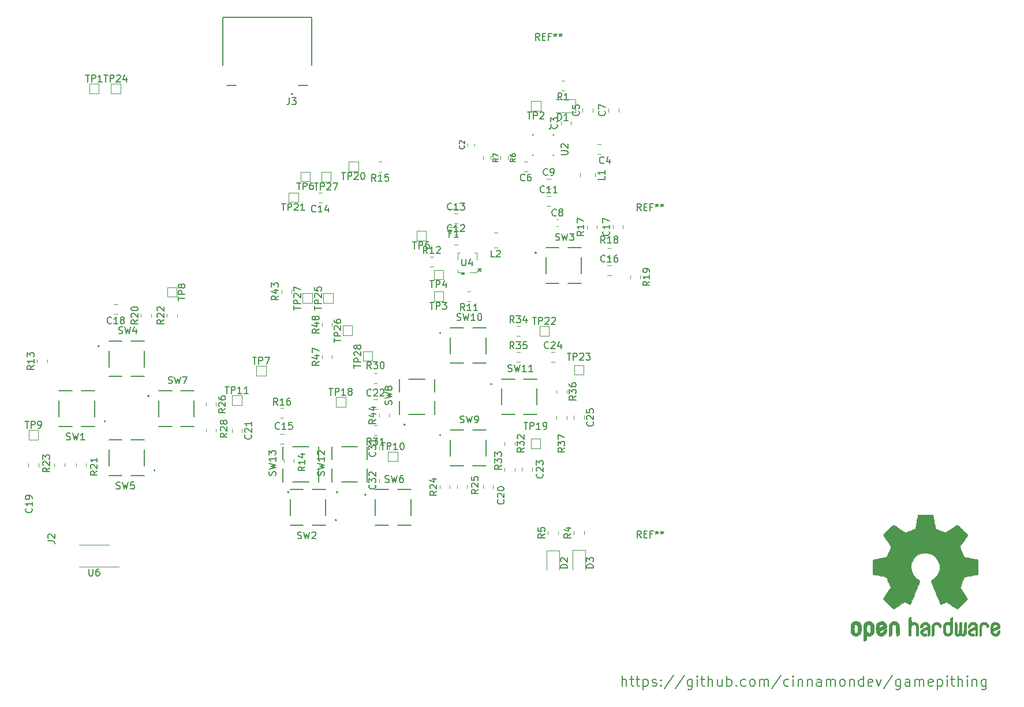
<source format=gbr>
%TF.GenerationSoftware,KiCad,Pcbnew,(6.0.0)*%
%TF.CreationDate,2022-05-01T17:17:02+01:00*%
%TF.ProjectId,CM4Carrier,434d3443-6172-4726-9965-722e6b696361,indev*%
%TF.SameCoordinates,Original*%
%TF.FileFunction,Legend,Top*%
%TF.FilePolarity,Positive*%
%FSLAX46Y46*%
G04 Gerber Fmt 4.6, Leading zero omitted, Abs format (unit mm)*
G04 Created by KiCad (PCBNEW (6.0.0)) date 2022-05-01 17:17:02*
%MOMM*%
%LPD*%
G01*
G04 APERTURE LIST*
%ADD10C,0.150000*%
%ADD11C,0.120000*%
%ADD12C,0.200000*%
%ADD13C,0.127000*%
%ADD14C,0.010000*%
%ADD15C,0.100000*%
G04 APERTURE END LIST*
D10*
X196178714Y-154994428D02*
X196178714Y-153470428D01*
X196831857Y-154994428D02*
X196831857Y-154196142D01*
X196759285Y-154051000D01*
X196614142Y-153978428D01*
X196396428Y-153978428D01*
X196251285Y-154051000D01*
X196178714Y-154123571D01*
X197339857Y-153978428D02*
X197920428Y-153978428D01*
X197557571Y-153470428D02*
X197557571Y-154776714D01*
X197630142Y-154921857D01*
X197775285Y-154994428D01*
X197920428Y-154994428D01*
X198210714Y-153978428D02*
X198791285Y-153978428D01*
X198428428Y-153470428D02*
X198428428Y-154776714D01*
X198501000Y-154921857D01*
X198646142Y-154994428D01*
X198791285Y-154994428D01*
X199299285Y-153978428D02*
X199299285Y-155502428D01*
X199299285Y-154051000D02*
X199444428Y-153978428D01*
X199734714Y-153978428D01*
X199879857Y-154051000D01*
X199952428Y-154123571D01*
X200025000Y-154268714D01*
X200025000Y-154704142D01*
X199952428Y-154849285D01*
X199879857Y-154921857D01*
X199734714Y-154994428D01*
X199444428Y-154994428D01*
X199299285Y-154921857D01*
X200605571Y-154921857D02*
X200750714Y-154994428D01*
X201041000Y-154994428D01*
X201186142Y-154921857D01*
X201258714Y-154776714D01*
X201258714Y-154704142D01*
X201186142Y-154559000D01*
X201041000Y-154486428D01*
X200823285Y-154486428D01*
X200678142Y-154413857D01*
X200605571Y-154268714D01*
X200605571Y-154196142D01*
X200678142Y-154051000D01*
X200823285Y-153978428D01*
X201041000Y-153978428D01*
X201186142Y-154051000D01*
X201911857Y-154849285D02*
X201984428Y-154921857D01*
X201911857Y-154994428D01*
X201839285Y-154921857D01*
X201911857Y-154849285D01*
X201911857Y-154994428D01*
X201911857Y-154051000D02*
X201984428Y-154123571D01*
X201911857Y-154196142D01*
X201839285Y-154123571D01*
X201911857Y-154051000D01*
X201911857Y-154196142D01*
X203726142Y-153397857D02*
X202419857Y-155357285D01*
X205322714Y-153397857D02*
X204016428Y-155357285D01*
X206483857Y-153978428D02*
X206483857Y-155212142D01*
X206411285Y-155357285D01*
X206338714Y-155429857D01*
X206193571Y-155502428D01*
X205975857Y-155502428D01*
X205830714Y-155429857D01*
X206483857Y-154921857D02*
X206338714Y-154994428D01*
X206048428Y-154994428D01*
X205903285Y-154921857D01*
X205830714Y-154849285D01*
X205758142Y-154704142D01*
X205758142Y-154268714D01*
X205830714Y-154123571D01*
X205903285Y-154051000D01*
X206048428Y-153978428D01*
X206338714Y-153978428D01*
X206483857Y-154051000D01*
X207209571Y-154994428D02*
X207209571Y-153978428D01*
X207209571Y-153470428D02*
X207137000Y-153543000D01*
X207209571Y-153615571D01*
X207282142Y-153543000D01*
X207209571Y-153470428D01*
X207209571Y-153615571D01*
X207717571Y-153978428D02*
X208298142Y-153978428D01*
X207935285Y-153470428D02*
X207935285Y-154776714D01*
X208007857Y-154921857D01*
X208153000Y-154994428D01*
X208298142Y-154994428D01*
X208806142Y-154994428D02*
X208806142Y-153470428D01*
X209459285Y-154994428D02*
X209459285Y-154196142D01*
X209386714Y-154051000D01*
X209241571Y-153978428D01*
X209023857Y-153978428D01*
X208878714Y-154051000D01*
X208806142Y-154123571D01*
X210838142Y-153978428D02*
X210838142Y-154994428D01*
X210185000Y-153978428D02*
X210185000Y-154776714D01*
X210257571Y-154921857D01*
X210402714Y-154994428D01*
X210620428Y-154994428D01*
X210765571Y-154921857D01*
X210838142Y-154849285D01*
X211563857Y-154994428D02*
X211563857Y-153470428D01*
X211563857Y-154051000D02*
X211709000Y-153978428D01*
X211999285Y-153978428D01*
X212144428Y-154051000D01*
X212217000Y-154123571D01*
X212289571Y-154268714D01*
X212289571Y-154704142D01*
X212217000Y-154849285D01*
X212144428Y-154921857D01*
X211999285Y-154994428D01*
X211709000Y-154994428D01*
X211563857Y-154921857D01*
X212942714Y-154849285D02*
X213015285Y-154921857D01*
X212942714Y-154994428D01*
X212870142Y-154921857D01*
X212942714Y-154849285D01*
X212942714Y-154994428D01*
X214321571Y-154921857D02*
X214176428Y-154994428D01*
X213886142Y-154994428D01*
X213741000Y-154921857D01*
X213668428Y-154849285D01*
X213595857Y-154704142D01*
X213595857Y-154268714D01*
X213668428Y-154123571D01*
X213741000Y-154051000D01*
X213886142Y-153978428D01*
X214176428Y-153978428D01*
X214321571Y-154051000D01*
X215192428Y-154994428D02*
X215047285Y-154921857D01*
X214974714Y-154849285D01*
X214902142Y-154704142D01*
X214902142Y-154268714D01*
X214974714Y-154123571D01*
X215047285Y-154051000D01*
X215192428Y-153978428D01*
X215410142Y-153978428D01*
X215555285Y-154051000D01*
X215627857Y-154123571D01*
X215700428Y-154268714D01*
X215700428Y-154704142D01*
X215627857Y-154849285D01*
X215555285Y-154921857D01*
X215410142Y-154994428D01*
X215192428Y-154994428D01*
X216353571Y-154994428D02*
X216353571Y-153978428D01*
X216353571Y-154123571D02*
X216426142Y-154051000D01*
X216571285Y-153978428D01*
X216789000Y-153978428D01*
X216934142Y-154051000D01*
X217006714Y-154196142D01*
X217006714Y-154994428D01*
X217006714Y-154196142D02*
X217079285Y-154051000D01*
X217224428Y-153978428D01*
X217442142Y-153978428D01*
X217587285Y-154051000D01*
X217659857Y-154196142D01*
X217659857Y-154994428D01*
X219474142Y-153397857D02*
X218167857Y-155357285D01*
X220635285Y-154921857D02*
X220490142Y-154994428D01*
X220199857Y-154994428D01*
X220054714Y-154921857D01*
X219982142Y-154849285D01*
X219909571Y-154704142D01*
X219909571Y-154268714D01*
X219982142Y-154123571D01*
X220054714Y-154051000D01*
X220199857Y-153978428D01*
X220490142Y-153978428D01*
X220635285Y-154051000D01*
X221288428Y-154994428D02*
X221288428Y-153978428D01*
X221288428Y-153470428D02*
X221215857Y-153543000D01*
X221288428Y-153615571D01*
X221361000Y-153543000D01*
X221288428Y-153470428D01*
X221288428Y-153615571D01*
X222014142Y-153978428D02*
X222014142Y-154994428D01*
X222014142Y-154123571D02*
X222086714Y-154051000D01*
X222231857Y-153978428D01*
X222449571Y-153978428D01*
X222594714Y-154051000D01*
X222667285Y-154196142D01*
X222667285Y-154994428D01*
X223393000Y-153978428D02*
X223393000Y-154994428D01*
X223393000Y-154123571D02*
X223465571Y-154051000D01*
X223610714Y-153978428D01*
X223828428Y-153978428D01*
X223973571Y-154051000D01*
X224046142Y-154196142D01*
X224046142Y-154994428D01*
X225425000Y-154994428D02*
X225425000Y-154196142D01*
X225352428Y-154051000D01*
X225207285Y-153978428D01*
X224917000Y-153978428D01*
X224771857Y-154051000D01*
X225425000Y-154921857D02*
X225279857Y-154994428D01*
X224917000Y-154994428D01*
X224771857Y-154921857D01*
X224699285Y-154776714D01*
X224699285Y-154631571D01*
X224771857Y-154486428D01*
X224917000Y-154413857D01*
X225279857Y-154413857D01*
X225425000Y-154341285D01*
X226150714Y-154994428D02*
X226150714Y-153978428D01*
X226150714Y-154123571D02*
X226223285Y-154051000D01*
X226368428Y-153978428D01*
X226586142Y-153978428D01*
X226731285Y-154051000D01*
X226803857Y-154196142D01*
X226803857Y-154994428D01*
X226803857Y-154196142D02*
X226876428Y-154051000D01*
X227021571Y-153978428D01*
X227239285Y-153978428D01*
X227384428Y-154051000D01*
X227457000Y-154196142D01*
X227457000Y-154994428D01*
X228400428Y-154994428D02*
X228255285Y-154921857D01*
X228182714Y-154849285D01*
X228110142Y-154704142D01*
X228110142Y-154268714D01*
X228182714Y-154123571D01*
X228255285Y-154051000D01*
X228400428Y-153978428D01*
X228618142Y-153978428D01*
X228763285Y-154051000D01*
X228835857Y-154123571D01*
X228908428Y-154268714D01*
X228908428Y-154704142D01*
X228835857Y-154849285D01*
X228763285Y-154921857D01*
X228618142Y-154994428D01*
X228400428Y-154994428D01*
X229561571Y-153978428D02*
X229561571Y-154994428D01*
X229561571Y-154123571D02*
X229634142Y-154051000D01*
X229779285Y-153978428D01*
X229997000Y-153978428D01*
X230142142Y-154051000D01*
X230214714Y-154196142D01*
X230214714Y-154994428D01*
X231593571Y-154994428D02*
X231593571Y-153470428D01*
X231593571Y-154921857D02*
X231448428Y-154994428D01*
X231158142Y-154994428D01*
X231013000Y-154921857D01*
X230940428Y-154849285D01*
X230867857Y-154704142D01*
X230867857Y-154268714D01*
X230940428Y-154123571D01*
X231013000Y-154051000D01*
X231158142Y-153978428D01*
X231448428Y-153978428D01*
X231593571Y-154051000D01*
X232899857Y-154921857D02*
X232754714Y-154994428D01*
X232464428Y-154994428D01*
X232319285Y-154921857D01*
X232246714Y-154776714D01*
X232246714Y-154196142D01*
X232319285Y-154051000D01*
X232464428Y-153978428D01*
X232754714Y-153978428D01*
X232899857Y-154051000D01*
X232972428Y-154196142D01*
X232972428Y-154341285D01*
X232246714Y-154486428D01*
X233480428Y-153978428D02*
X233843285Y-154994428D01*
X234206142Y-153978428D01*
X235875285Y-153397857D02*
X234569000Y-155357285D01*
X237036428Y-153978428D02*
X237036428Y-155212142D01*
X236963857Y-155357285D01*
X236891285Y-155429857D01*
X236746142Y-155502428D01*
X236528428Y-155502428D01*
X236383285Y-155429857D01*
X237036428Y-154921857D02*
X236891285Y-154994428D01*
X236600999Y-154994428D01*
X236455857Y-154921857D01*
X236383285Y-154849285D01*
X236310714Y-154704142D01*
X236310714Y-154268714D01*
X236383285Y-154123571D01*
X236455857Y-154051000D01*
X236600999Y-153978428D01*
X236891285Y-153978428D01*
X237036428Y-154051000D01*
X238415285Y-154994428D02*
X238415285Y-154196142D01*
X238342714Y-154051000D01*
X238197571Y-153978428D01*
X237907285Y-153978428D01*
X237762142Y-154051000D01*
X238415285Y-154921857D02*
X238270142Y-154994428D01*
X237907285Y-154994428D01*
X237762142Y-154921857D01*
X237689571Y-154776714D01*
X237689571Y-154631571D01*
X237762142Y-154486428D01*
X237907285Y-154413857D01*
X238270142Y-154413857D01*
X238415285Y-154341285D01*
X239140999Y-154994428D02*
X239140999Y-153978428D01*
X239140999Y-154123571D02*
X239213571Y-154051000D01*
X239358714Y-153978428D01*
X239576428Y-153978428D01*
X239721571Y-154051000D01*
X239794142Y-154196142D01*
X239794142Y-154994428D01*
X239794142Y-154196142D02*
X239866714Y-154051000D01*
X240011857Y-153978428D01*
X240229571Y-153978428D01*
X240374714Y-154051000D01*
X240447285Y-154196142D01*
X240447285Y-154994428D01*
X241753571Y-154921857D02*
X241608428Y-154994428D01*
X241318142Y-154994428D01*
X241172999Y-154921857D01*
X241100428Y-154776714D01*
X241100428Y-154196142D01*
X241172999Y-154051000D01*
X241318142Y-153978428D01*
X241608428Y-153978428D01*
X241753571Y-154051000D01*
X241826142Y-154196142D01*
X241826142Y-154341285D01*
X241100428Y-154486428D01*
X242479285Y-153978428D02*
X242479285Y-155502428D01*
X242479285Y-154051000D02*
X242624428Y-153978428D01*
X242914714Y-153978428D01*
X243059857Y-154051000D01*
X243132428Y-154123571D01*
X243204999Y-154268714D01*
X243204999Y-154704142D01*
X243132428Y-154849285D01*
X243059857Y-154921857D01*
X242914714Y-154994428D01*
X242624428Y-154994428D01*
X242479285Y-154921857D01*
X243858142Y-154994428D02*
X243858142Y-153978428D01*
X243858142Y-153470428D02*
X243785571Y-153543000D01*
X243858142Y-153615571D01*
X243930714Y-153543000D01*
X243858142Y-153470428D01*
X243858142Y-153615571D01*
X244366142Y-153978428D02*
X244946714Y-153978428D01*
X244583857Y-153470428D02*
X244583857Y-154776714D01*
X244656428Y-154921857D01*
X244801571Y-154994428D01*
X244946714Y-154994428D01*
X245454714Y-154994428D02*
X245454714Y-153470428D01*
X246107857Y-154994428D02*
X246107857Y-154196142D01*
X246035285Y-154051000D01*
X245890142Y-153978428D01*
X245672428Y-153978428D01*
X245527285Y-154051000D01*
X245454714Y-154123571D01*
X246833571Y-154994428D02*
X246833571Y-153978428D01*
X246833571Y-153470428D02*
X246760999Y-153543000D01*
X246833571Y-153615571D01*
X246906142Y-153543000D01*
X246833571Y-153470428D01*
X246833571Y-153615571D01*
X247559285Y-153978428D02*
X247559285Y-154994428D01*
X247559285Y-154123571D02*
X247631857Y-154051000D01*
X247776999Y-153978428D01*
X247994714Y-153978428D01*
X248139857Y-154051000D01*
X248212428Y-154196142D01*
X248212428Y-154994428D01*
X249591285Y-153978428D02*
X249591285Y-155212142D01*
X249518714Y-155357285D01*
X249446142Y-155429857D01*
X249300999Y-155502428D01*
X249083285Y-155502428D01*
X248938142Y-155429857D01*
X249591285Y-154921857D02*
X249446142Y-154994428D01*
X249155857Y-154994428D01*
X249010714Y-154921857D01*
X248938142Y-154849285D01*
X248865571Y-154704142D01*
X248865571Y-154268714D01*
X248938142Y-154123571D01*
X249010714Y-154051000D01*
X249155857Y-153978428D01*
X249446142Y-153978428D01*
X249591285Y-154051000D01*
%TO.C,U6*%
X117983095Y-137792380D02*
X117983095Y-138601904D01*
X118030714Y-138697142D01*
X118078333Y-138744761D01*
X118173571Y-138792380D01*
X118364047Y-138792380D01*
X118459285Y-138744761D01*
X118506904Y-138697142D01*
X118554523Y-138601904D01*
X118554523Y-137792380D01*
X119459285Y-137792380D02*
X119268809Y-137792380D01*
X119173571Y-137840000D01*
X119125952Y-137887619D01*
X119030714Y-138030476D01*
X118983095Y-138220952D01*
X118983095Y-138601904D01*
X119030714Y-138697142D01*
X119078333Y-138744761D01*
X119173571Y-138792380D01*
X119364047Y-138792380D01*
X119459285Y-138744761D01*
X119506904Y-138697142D01*
X119554523Y-138601904D01*
X119554523Y-138363809D01*
X119506904Y-138268571D01*
X119459285Y-138220952D01*
X119364047Y-138173333D01*
X119173571Y-138173333D01*
X119078333Y-138220952D01*
X119030714Y-138268571D01*
X118983095Y-138363809D01*
%TO.C,TP27*%
X151051904Y-81180379D02*
X151623333Y-81180379D01*
X151337619Y-82180379D02*
X151337619Y-81180379D01*
X151956666Y-82180379D02*
X151956666Y-81180379D01*
X152337619Y-81180379D01*
X152432857Y-81227999D01*
X152480476Y-81275618D01*
X152528095Y-81370856D01*
X152528095Y-81513713D01*
X152480476Y-81608951D01*
X152432857Y-81656570D01*
X152337619Y-81704189D01*
X151956666Y-81704189D01*
X152909047Y-81275618D02*
X152956666Y-81227999D01*
X153051904Y-81180379D01*
X153290000Y-81180379D01*
X153385238Y-81227999D01*
X153432857Y-81275618D01*
X153480476Y-81370856D01*
X153480476Y-81466094D01*
X153432857Y-81608951D01*
X152861428Y-82180379D01*
X153480476Y-82180379D01*
X153813809Y-81180379D02*
X154480476Y-81180379D01*
X154051904Y-82180379D01*
%TO.C,TP21*%
X146241904Y-84190380D02*
X146813333Y-84190380D01*
X146527619Y-85190380D02*
X146527619Y-84190380D01*
X147146666Y-85190380D02*
X147146666Y-84190380D01*
X147527619Y-84190380D01*
X147622857Y-84238000D01*
X147670476Y-84285619D01*
X147718095Y-84380857D01*
X147718095Y-84523714D01*
X147670476Y-84618952D01*
X147622857Y-84666571D01*
X147527619Y-84714190D01*
X147146666Y-84714190D01*
X148099047Y-84285619D02*
X148146666Y-84238000D01*
X148241904Y-84190380D01*
X148480000Y-84190380D01*
X148575238Y-84238000D01*
X148622857Y-84285619D01*
X148670476Y-84380857D01*
X148670476Y-84476095D01*
X148622857Y-84618952D01*
X148051428Y-85190380D01*
X148670476Y-85190380D01*
X149622857Y-85190380D02*
X149051428Y-85190380D01*
X149337142Y-85190380D02*
X149337142Y-84190380D01*
X149241904Y-84333238D01*
X149146666Y-84428476D01*
X149051428Y-84476095D01*
%TO.C,TP20*%
X155051904Y-79640380D02*
X155623333Y-79640380D01*
X155337619Y-80640380D02*
X155337619Y-79640380D01*
X155956666Y-80640380D02*
X155956666Y-79640380D01*
X156337619Y-79640380D01*
X156432857Y-79688000D01*
X156480476Y-79735619D01*
X156528095Y-79830857D01*
X156528095Y-79973714D01*
X156480476Y-80068952D01*
X156432857Y-80116571D01*
X156337619Y-80164190D01*
X155956666Y-80164190D01*
X156909047Y-79735619D02*
X156956666Y-79688000D01*
X157051904Y-79640380D01*
X157290000Y-79640380D01*
X157385238Y-79688000D01*
X157432857Y-79735619D01*
X157480476Y-79830857D01*
X157480476Y-79926095D01*
X157432857Y-80068952D01*
X156861428Y-80640380D01*
X157480476Y-80640380D01*
X158099523Y-79640380D02*
X158194761Y-79640380D01*
X158290000Y-79688000D01*
X158337619Y-79735619D01*
X158385238Y-79830857D01*
X158432857Y-80021333D01*
X158432857Y-80259428D01*
X158385238Y-80449904D01*
X158337619Y-80545142D01*
X158290000Y-80592761D01*
X158194761Y-80640380D01*
X158099523Y-80640380D01*
X158004285Y-80592761D01*
X157956666Y-80545142D01*
X157909047Y-80449904D01*
X157861428Y-80259428D01*
X157861428Y-80021333D01*
X157909047Y-79830857D01*
X157956666Y-79735619D01*
X158004285Y-79688000D01*
X158099523Y-79640380D01*
%TO.C,TP6*%
X148478095Y-81140380D02*
X149049523Y-81140380D01*
X148763809Y-82140380D02*
X148763809Y-81140380D01*
X149382857Y-82140380D02*
X149382857Y-81140380D01*
X149763809Y-81140380D01*
X149859047Y-81188000D01*
X149906666Y-81235619D01*
X149954285Y-81330857D01*
X149954285Y-81473714D01*
X149906666Y-81568952D01*
X149859047Y-81616571D01*
X149763809Y-81664190D01*
X149382857Y-81664190D01*
X150811428Y-81140380D02*
X150620952Y-81140380D01*
X150525714Y-81188000D01*
X150478095Y-81235619D01*
X150382857Y-81378476D01*
X150335238Y-81568952D01*
X150335238Y-81949904D01*
X150382857Y-82045142D01*
X150430476Y-82092761D01*
X150525714Y-82140380D01*
X150716190Y-82140380D01*
X150811428Y-82092761D01*
X150859047Y-82045142D01*
X150906666Y-81949904D01*
X150906666Y-81711809D01*
X150859047Y-81616571D01*
X150811428Y-81568952D01*
X150716190Y-81521333D01*
X150525714Y-81521333D01*
X150430476Y-81568952D01*
X150382857Y-81616571D01*
X150335238Y-81711809D01*
%TO.C,TP2*%
X182308095Y-70780380D02*
X182879523Y-70780380D01*
X182593809Y-71780380D02*
X182593809Y-70780380D01*
X183212857Y-71780380D02*
X183212857Y-70780380D01*
X183593809Y-70780380D01*
X183689047Y-70828000D01*
X183736666Y-70875619D01*
X183784285Y-70970857D01*
X183784285Y-71113714D01*
X183736666Y-71208952D01*
X183689047Y-71256571D01*
X183593809Y-71304190D01*
X183212857Y-71304190D01*
X184165238Y-70875619D02*
X184212857Y-70828000D01*
X184308095Y-70780380D01*
X184546190Y-70780380D01*
X184641428Y-70828000D01*
X184689047Y-70875619D01*
X184736666Y-70970857D01*
X184736666Y-71066095D01*
X184689047Y-71208952D01*
X184117619Y-71780380D01*
X184736666Y-71780380D01*
%TO.C,R15*%
X160047142Y-80892380D02*
X159713809Y-80416190D01*
X159475714Y-80892380D02*
X159475714Y-79892380D01*
X159856666Y-79892380D01*
X159951904Y-79940000D01*
X159999523Y-79987619D01*
X160047142Y-80082857D01*
X160047142Y-80225714D01*
X159999523Y-80320952D01*
X159951904Y-80368571D01*
X159856666Y-80416190D01*
X159475714Y-80416190D01*
X160999523Y-80892380D02*
X160428095Y-80892380D01*
X160713809Y-80892380D02*
X160713809Y-79892380D01*
X160618571Y-80035238D01*
X160523333Y-80130476D01*
X160428095Y-80178095D01*
X161904285Y-79892380D02*
X161428095Y-79892380D01*
X161380476Y-80368571D01*
X161428095Y-80320952D01*
X161523333Y-80273333D01*
X161761428Y-80273333D01*
X161856666Y-80320952D01*
X161904285Y-80368571D01*
X161951904Y-80463809D01*
X161951904Y-80701904D01*
X161904285Y-80797142D01*
X161856666Y-80844761D01*
X161761428Y-80892380D01*
X161523333Y-80892380D01*
X161428095Y-80844761D01*
X161380476Y-80797142D01*
%TO.C,R1*%
X187343333Y-68992380D02*
X187010000Y-68516190D01*
X186771904Y-68992380D02*
X186771904Y-67992380D01*
X187152857Y-67992380D01*
X187248095Y-68040000D01*
X187295714Y-68087619D01*
X187343333Y-68182857D01*
X187343333Y-68325714D01*
X187295714Y-68420952D01*
X187248095Y-68468571D01*
X187152857Y-68516190D01*
X186771904Y-68516190D01*
X188295714Y-68992380D02*
X187724285Y-68992380D01*
X188010000Y-68992380D02*
X188010000Y-67992380D01*
X187914761Y-68135238D01*
X187819523Y-68230476D01*
X187724285Y-68278095D01*
%TO.C,J3*%
X147367666Y-68667380D02*
X147367666Y-69381666D01*
X147320047Y-69524523D01*
X147224809Y-69619761D01*
X147081952Y-69667380D01*
X146986714Y-69667380D01*
X147748619Y-68667380D02*
X148367666Y-68667380D01*
X148034333Y-69048333D01*
X148177190Y-69048333D01*
X148272428Y-69095952D01*
X148320047Y-69143571D01*
X148367666Y-69238809D01*
X148367666Y-69476904D01*
X148320047Y-69572142D01*
X148272428Y-69619761D01*
X148177190Y-69667380D01*
X147891476Y-69667380D01*
X147796238Y-69619761D01*
X147748619Y-69572142D01*
%TO.C,J2*%
X111942380Y-133683332D02*
X112656666Y-133683332D01*
X112799523Y-133730951D01*
X112894761Y-133826189D01*
X112942380Y-133969046D01*
X112942380Y-134064284D01*
X112037619Y-133254760D02*
X111990000Y-133207141D01*
X111942380Y-133111903D01*
X111942380Y-132873808D01*
X111990000Y-132778570D01*
X112037619Y-132730951D01*
X112132857Y-132683332D01*
X112228095Y-132683332D01*
X112370952Y-132730951D01*
X112942380Y-133302379D01*
X112942380Y-132683332D01*
%TO.C,F1*%
X171116666Y-88568571D02*
X170783333Y-88568571D01*
X170783333Y-89092380D02*
X170783333Y-88092380D01*
X171259523Y-88092380D01*
X172164285Y-89092380D02*
X171592857Y-89092380D01*
X171878571Y-89092380D02*
X171878571Y-88092380D01*
X171783333Y-88235238D01*
X171688095Y-88330476D01*
X171592857Y-88378095D01*
%TO.C,D1*%
X186726904Y-71987380D02*
X186726904Y-70987380D01*
X186965000Y-70987380D01*
X187107857Y-71035000D01*
X187203095Y-71130238D01*
X187250714Y-71225476D01*
X187298333Y-71415952D01*
X187298333Y-71558809D01*
X187250714Y-71749285D01*
X187203095Y-71844523D01*
X187107857Y-71939761D01*
X186965000Y-71987380D01*
X186726904Y-71987380D01*
X188250714Y-71987380D02*
X187679285Y-71987380D01*
X187965000Y-71987380D02*
X187965000Y-70987380D01*
X187869761Y-71130238D01*
X187774523Y-71225476D01*
X187679285Y-71273095D01*
%TO.C,C14*%
X151267142Y-85347142D02*
X151219523Y-85394761D01*
X151076666Y-85442380D01*
X150981428Y-85442380D01*
X150838571Y-85394761D01*
X150743333Y-85299523D01*
X150695714Y-85204285D01*
X150648095Y-85013809D01*
X150648095Y-84870952D01*
X150695714Y-84680476D01*
X150743333Y-84585238D01*
X150838571Y-84490000D01*
X150981428Y-84442380D01*
X151076666Y-84442380D01*
X151219523Y-84490000D01*
X151267142Y-84537619D01*
X152219523Y-85442380D02*
X151648095Y-85442380D01*
X151933809Y-85442380D02*
X151933809Y-84442380D01*
X151838571Y-84585238D01*
X151743333Y-84680476D01*
X151648095Y-84728095D01*
X153076666Y-84775714D02*
X153076666Y-85442380D01*
X152838571Y-84394761D02*
X152600476Y-85109047D01*
X153219523Y-85109047D01*
%TO.C,REF\u002A\u002A*%
X198963666Y-133214380D02*
X198630333Y-132738190D01*
X198392238Y-133214380D02*
X198392238Y-132214380D01*
X198773190Y-132214380D01*
X198868428Y-132262000D01*
X198916047Y-132309619D01*
X198963666Y-132404857D01*
X198963666Y-132547714D01*
X198916047Y-132642952D01*
X198868428Y-132690571D01*
X198773190Y-132738190D01*
X198392238Y-132738190D01*
X199392238Y-132690571D02*
X199725571Y-132690571D01*
X199868428Y-133214380D02*
X199392238Y-133214380D01*
X199392238Y-132214380D01*
X199868428Y-132214380D01*
X200630333Y-132690571D02*
X200297000Y-132690571D01*
X200297000Y-133214380D02*
X200297000Y-132214380D01*
X200773190Y-132214380D01*
X201297000Y-132214380D02*
X201297000Y-132452476D01*
X201058904Y-132357238D02*
X201297000Y-132452476D01*
X201535095Y-132357238D01*
X201154142Y-132642952D02*
X201297000Y-132452476D01*
X201439857Y-132642952D01*
X202058904Y-132214380D02*
X202058904Y-132452476D01*
X201820809Y-132357238D02*
X202058904Y-132452476D01*
X202297000Y-132357238D01*
X201916047Y-132642952D02*
X202058904Y-132452476D01*
X202201761Y-132642952D01*
%TO.C,R22*%
X128977380Y-101242857D02*
X128501190Y-101576190D01*
X128977380Y-101814285D02*
X127977380Y-101814285D01*
X127977380Y-101433333D01*
X128025000Y-101338095D01*
X128072619Y-101290476D01*
X128167857Y-101242857D01*
X128310714Y-101242857D01*
X128405952Y-101290476D01*
X128453571Y-101338095D01*
X128501190Y-101433333D01*
X128501190Y-101814285D01*
X128072619Y-100861904D02*
X128025000Y-100814285D01*
X127977380Y-100719047D01*
X127977380Y-100480952D01*
X128025000Y-100385714D01*
X128072619Y-100338095D01*
X128167857Y-100290476D01*
X128263095Y-100290476D01*
X128405952Y-100338095D01*
X128977380Y-100909523D01*
X128977380Y-100290476D01*
X128072619Y-99909523D02*
X128025000Y-99861904D01*
X127977380Y-99766666D01*
X127977380Y-99528571D01*
X128025000Y-99433333D01*
X128072619Y-99385714D01*
X128167857Y-99338095D01*
X128263095Y-99338095D01*
X128405952Y-99385714D01*
X128977380Y-99957142D01*
X128977380Y-99338095D01*
%TO.C,TP26*%
X153924379Y-104553095D02*
X153924379Y-103981666D01*
X154924379Y-104267380D02*
X153924379Y-104267380D01*
X154924379Y-103648333D02*
X153924379Y-103648333D01*
X153924379Y-103267380D01*
X153971999Y-103172142D01*
X154019618Y-103124523D01*
X154114856Y-103076904D01*
X154257713Y-103076904D01*
X154352951Y-103124523D01*
X154400570Y-103172142D01*
X154448189Y-103267380D01*
X154448189Y-103648333D01*
X154019618Y-102695952D02*
X153971999Y-102648333D01*
X153924379Y-102553095D01*
X153924379Y-102315000D01*
X153971999Y-102219761D01*
X154019618Y-102172142D01*
X154114856Y-102124523D01*
X154210094Y-102124523D01*
X154352951Y-102172142D01*
X154924379Y-102743571D01*
X154924379Y-102124523D01*
X153924379Y-101267380D02*
X153924379Y-101457857D01*
X153971999Y-101553095D01*
X154019618Y-101600714D01*
X154162475Y-101695952D01*
X154352951Y-101743571D01*
X154733903Y-101743571D01*
X154829141Y-101695952D01*
X154876760Y-101648333D01*
X154924379Y-101553095D01*
X154924379Y-101362619D01*
X154876760Y-101267380D01*
X154829141Y-101219761D01*
X154733903Y-101172142D01*
X154495808Y-101172142D01*
X154400570Y-101219761D01*
X154352951Y-101267380D01*
X154305332Y-101362619D01*
X154305332Y-101553095D01*
X154352951Y-101648333D01*
X154400570Y-101695952D01*
X154495808Y-101743571D01*
%TO.C,SW9*%
X172441674Y-116289689D02*
X172584531Y-116337308D01*
X172822627Y-116337308D01*
X172917865Y-116289689D01*
X172965484Y-116242070D01*
X173013103Y-116146832D01*
X173013103Y-116051594D01*
X172965484Y-115956356D01*
X172917865Y-115908737D01*
X172822627Y-115861118D01*
X172632150Y-115813499D01*
X172536912Y-115765880D01*
X172489293Y-115718261D01*
X172441674Y-115623023D01*
X172441674Y-115527785D01*
X172489293Y-115432547D01*
X172536912Y-115384928D01*
X172632150Y-115337308D01*
X172870246Y-115337308D01*
X173013103Y-115384928D01*
X173346436Y-115337308D02*
X173584531Y-116337308D01*
X173775008Y-115623023D01*
X173965484Y-116337308D01*
X174203579Y-115337308D01*
X174632150Y-116337308D02*
X174822627Y-116337308D01*
X174917865Y-116289689D01*
X174965484Y-116242070D01*
X175060722Y-116099213D01*
X175108341Y-115908737D01*
X175108341Y-115527785D01*
X175060722Y-115432547D01*
X175013103Y-115384928D01*
X174917865Y-115337308D01*
X174727388Y-115337308D01*
X174632150Y-115384928D01*
X174584531Y-115432547D01*
X174536912Y-115527785D01*
X174536912Y-115765880D01*
X174584531Y-115861118D01*
X174632150Y-115908737D01*
X174727388Y-115956356D01*
X174917865Y-115956356D01*
X175013103Y-115908737D01*
X175060722Y-115861118D01*
X175108341Y-115765880D01*
%TO.C,C4*%
X193508333Y-78237142D02*
X193460714Y-78284761D01*
X193317857Y-78332380D01*
X193222619Y-78332380D01*
X193079761Y-78284761D01*
X192984523Y-78189523D01*
X192936904Y-78094285D01*
X192889285Y-77903809D01*
X192889285Y-77760952D01*
X192936904Y-77570476D01*
X192984523Y-77475238D01*
X193079761Y-77380000D01*
X193222619Y-77332380D01*
X193317857Y-77332380D01*
X193460714Y-77380000D01*
X193508333Y-77427619D01*
X194365476Y-77665714D02*
X194365476Y-78332380D01*
X194127380Y-77284761D02*
X193889285Y-77999047D01*
X194508333Y-77999047D01*
%TO.C,R48*%
X151722379Y-102607857D02*
X151246189Y-102941190D01*
X151722379Y-103179285D02*
X150722379Y-103179285D01*
X150722379Y-102798333D01*
X150769999Y-102703095D01*
X150817618Y-102655476D01*
X150912856Y-102607857D01*
X151055713Y-102607857D01*
X151150951Y-102655476D01*
X151198570Y-102703095D01*
X151246189Y-102798333D01*
X151246189Y-103179285D01*
X151055713Y-101750714D02*
X151722379Y-101750714D01*
X150674760Y-101988809D02*
X151389046Y-102226904D01*
X151389046Y-101607857D01*
X151150951Y-101084047D02*
X151103332Y-101179285D01*
X151055713Y-101226904D01*
X150960475Y-101274523D01*
X150912856Y-101274523D01*
X150817618Y-101226904D01*
X150769999Y-101179285D01*
X150722379Y-101084047D01*
X150722379Y-100893571D01*
X150769999Y-100798333D01*
X150817618Y-100750714D01*
X150912856Y-100703095D01*
X150960475Y-100703095D01*
X151055713Y-100750714D01*
X151103332Y-100798333D01*
X151150951Y-100893571D01*
X151150951Y-101084047D01*
X151198570Y-101179285D01*
X151246189Y-101226904D01*
X151341427Y-101274523D01*
X151531903Y-101274523D01*
X151627141Y-101226904D01*
X151674760Y-101179285D01*
X151722379Y-101084047D01*
X151722379Y-100893571D01*
X151674760Y-100798333D01*
X151627141Y-100750714D01*
X151531903Y-100703095D01*
X151341427Y-100703095D01*
X151246189Y-100750714D01*
X151198570Y-100798333D01*
X151150951Y-100893571D01*
%TO.C,TP5*%
X165478095Y-89800380D02*
X166049523Y-89800380D01*
X165763809Y-90800380D02*
X165763809Y-89800380D01*
X166382857Y-90800380D02*
X166382857Y-89800380D01*
X166763809Y-89800380D01*
X166859047Y-89848000D01*
X166906666Y-89895619D01*
X166954285Y-89990857D01*
X166954285Y-90133714D01*
X166906666Y-90228952D01*
X166859047Y-90276571D01*
X166763809Y-90324190D01*
X166382857Y-90324190D01*
X167859047Y-89800380D02*
X167382857Y-89800380D01*
X167335238Y-90276571D01*
X167382857Y-90228952D01*
X167478095Y-90181333D01*
X167716190Y-90181333D01*
X167811428Y-90228952D01*
X167859047Y-90276571D01*
X167906666Y-90371809D01*
X167906666Y-90609904D01*
X167859047Y-90705142D01*
X167811428Y-90752761D01*
X167716190Y-90800380D01*
X167478095Y-90800380D01*
X167382857Y-90752761D01*
X167335238Y-90705142D01*
%TO.C,L1*%
X193637380Y-80176666D02*
X193637380Y-80652857D01*
X192637380Y-80652857D01*
X193637380Y-79319523D02*
X193637380Y-79890952D01*
X193637380Y-79605238D02*
X192637380Y-79605238D01*
X192780238Y-79700476D01*
X192875476Y-79795714D01*
X192923095Y-79890952D01*
%TO.C,R47*%
X151722379Y-107357858D02*
X151246189Y-107691191D01*
X151722379Y-107929286D02*
X150722379Y-107929286D01*
X150722379Y-107548334D01*
X150769999Y-107453096D01*
X150817618Y-107405477D01*
X150912856Y-107357858D01*
X151055713Y-107357858D01*
X151150951Y-107405477D01*
X151198570Y-107453096D01*
X151246189Y-107548334D01*
X151246189Y-107929286D01*
X151055713Y-106500715D02*
X151722379Y-106500715D01*
X150674760Y-106738810D02*
X151389046Y-106976905D01*
X151389046Y-106357858D01*
X150722379Y-106072143D02*
X150722379Y-105405477D01*
X151722379Y-105834048D01*
%TO.C,C19*%
X109577142Y-128912857D02*
X109624761Y-128960476D01*
X109672380Y-129103333D01*
X109672380Y-129198571D01*
X109624761Y-129341428D01*
X109529523Y-129436666D01*
X109434285Y-129484285D01*
X109243809Y-129531904D01*
X109100952Y-129531904D01*
X108910476Y-129484285D01*
X108815238Y-129436666D01*
X108720000Y-129341428D01*
X108672380Y-129198571D01*
X108672380Y-129103333D01*
X108720000Y-128960476D01*
X108767619Y-128912857D01*
X109672380Y-127960476D02*
X109672380Y-128531904D01*
X109672380Y-128246190D02*
X108672380Y-128246190D01*
X108815238Y-128341428D01*
X108910476Y-128436666D01*
X108958095Y-128531904D01*
X109672380Y-127484285D02*
X109672380Y-127293809D01*
X109624761Y-127198571D01*
X109577142Y-127150952D01*
X109434285Y-127055714D01*
X109243809Y-127008095D01*
X108862857Y-127008095D01*
X108767619Y-127055714D01*
X108720000Y-127103333D01*
X108672380Y-127198571D01*
X108672380Y-127389047D01*
X108720000Y-127484285D01*
X108767619Y-127531904D01*
X108862857Y-127579523D01*
X109100952Y-127579523D01*
X109196190Y-127531904D01*
X109243809Y-127484285D01*
X109291428Y-127389047D01*
X109291428Y-127198571D01*
X109243809Y-127103333D01*
X109196190Y-127055714D01*
X109100952Y-127008095D01*
%TO.C,R4*%
X188667380Y-132636666D02*
X188191190Y-132970000D01*
X188667380Y-133208095D02*
X187667380Y-133208095D01*
X187667380Y-132827142D01*
X187715000Y-132731904D01*
X187762619Y-132684285D01*
X187857857Y-132636666D01*
X188000714Y-132636666D01*
X188095952Y-132684285D01*
X188143571Y-132731904D01*
X188191190Y-132827142D01*
X188191190Y-133208095D01*
X188000714Y-131779523D02*
X188667380Y-131779523D01*
X187619761Y-132017619D02*
X188334047Y-132255714D01*
X188334047Y-131636666D01*
%TO.C,R12*%
X167632142Y-91512380D02*
X167298809Y-91036190D01*
X167060714Y-91512380D02*
X167060714Y-90512380D01*
X167441666Y-90512380D01*
X167536904Y-90560000D01*
X167584523Y-90607619D01*
X167632142Y-90702857D01*
X167632142Y-90845714D01*
X167584523Y-90940952D01*
X167536904Y-90988571D01*
X167441666Y-91036190D01*
X167060714Y-91036190D01*
X168584523Y-91512380D02*
X168013095Y-91512380D01*
X168298809Y-91512380D02*
X168298809Y-90512380D01*
X168203571Y-90655238D01*
X168108333Y-90750476D01*
X168013095Y-90798095D01*
X168965476Y-90607619D02*
X169013095Y-90560000D01*
X169108333Y-90512380D01*
X169346428Y-90512380D01*
X169441666Y-90560000D01*
X169489285Y-90607619D01*
X169536904Y-90702857D01*
X169536904Y-90798095D01*
X169489285Y-90940952D01*
X168917857Y-91512380D01*
X169536904Y-91512380D01*
%TO.C,U2*%
X187209871Y-77001904D02*
X188019395Y-77001904D01*
X188114633Y-76954285D01*
X188162252Y-76906666D01*
X188209871Y-76811428D01*
X188209871Y-76620952D01*
X188162252Y-76525714D01*
X188114633Y-76478095D01*
X188019395Y-76430476D01*
X187209871Y-76430476D01*
X187305110Y-76001904D02*
X187257491Y-75954285D01*
X187209871Y-75859047D01*
X187209871Y-75620952D01*
X187257491Y-75525714D01*
X187305110Y-75478095D01*
X187400348Y-75430476D01*
X187495586Y-75430476D01*
X187638443Y-75478095D01*
X188209871Y-76049523D01*
X188209871Y-75430476D01*
%TO.C,R34*%
X180332142Y-101672380D02*
X179998809Y-101196190D01*
X179760714Y-101672380D02*
X179760714Y-100672380D01*
X180141666Y-100672380D01*
X180236904Y-100720000D01*
X180284523Y-100767619D01*
X180332142Y-100862857D01*
X180332142Y-101005714D01*
X180284523Y-101100952D01*
X180236904Y-101148571D01*
X180141666Y-101196190D01*
X179760714Y-101196190D01*
X180665476Y-100672380D02*
X181284523Y-100672380D01*
X180951190Y-101053333D01*
X181094047Y-101053333D01*
X181189285Y-101100952D01*
X181236904Y-101148571D01*
X181284523Y-101243809D01*
X181284523Y-101481904D01*
X181236904Y-101577142D01*
X181189285Y-101624761D01*
X181094047Y-101672380D01*
X180808333Y-101672380D01*
X180713095Y-101624761D01*
X180665476Y-101577142D01*
X182141666Y-101005714D02*
X182141666Y-101672380D01*
X181903571Y-100624761D02*
X181665476Y-101339047D01*
X182284523Y-101339047D01*
%TO.C,TP7*%
X141994095Y-106716380D02*
X142565523Y-106716380D01*
X142279809Y-107716380D02*
X142279809Y-106716380D01*
X142898857Y-107716380D02*
X142898857Y-106716380D01*
X143279809Y-106716380D01*
X143375047Y-106764000D01*
X143422666Y-106811619D01*
X143470285Y-106906857D01*
X143470285Y-107049714D01*
X143422666Y-107144952D01*
X143375047Y-107192571D01*
X143279809Y-107240190D01*
X142898857Y-107240190D01*
X143803619Y-106716380D02*
X144470285Y-106716380D01*
X144041714Y-107716380D01*
%TO.C,C3*%
X186637142Y-72556666D02*
X186684761Y-72604285D01*
X186732380Y-72747142D01*
X186732380Y-72842380D01*
X186684761Y-72985238D01*
X186589523Y-73080476D01*
X186494285Y-73128095D01*
X186303809Y-73175714D01*
X186160952Y-73175714D01*
X185970476Y-73128095D01*
X185875238Y-73080476D01*
X185780000Y-72985238D01*
X185732380Y-72842380D01*
X185732380Y-72747142D01*
X185780000Y-72604285D01*
X185827619Y-72556666D01*
X185732380Y-72223333D02*
X185732380Y-71604285D01*
X186113333Y-71937619D01*
X186113333Y-71794761D01*
X186160952Y-71699523D01*
X186208571Y-71651904D01*
X186303809Y-71604285D01*
X186541904Y-71604285D01*
X186637142Y-71651904D01*
X186684761Y-71699523D01*
X186732380Y-71794761D01*
X186732380Y-72080476D01*
X186684761Y-72175714D01*
X186637142Y-72223333D01*
%TO.C,C22*%
X159377142Y-112342142D02*
X159329523Y-112389761D01*
X159186666Y-112437380D01*
X159091428Y-112437380D01*
X158948571Y-112389761D01*
X158853333Y-112294523D01*
X158805714Y-112199285D01*
X158758095Y-112008809D01*
X158758095Y-111865952D01*
X158805714Y-111675476D01*
X158853333Y-111580238D01*
X158948571Y-111485000D01*
X159091428Y-111437380D01*
X159186666Y-111437380D01*
X159329523Y-111485000D01*
X159377142Y-111532619D01*
X159758095Y-111532619D02*
X159805714Y-111485000D01*
X159900952Y-111437380D01*
X160139047Y-111437380D01*
X160234285Y-111485000D01*
X160281904Y-111532619D01*
X160329523Y-111627857D01*
X160329523Y-111723095D01*
X160281904Y-111865952D01*
X159710476Y-112437380D01*
X160329523Y-112437380D01*
X160710476Y-111532619D02*
X160758095Y-111485000D01*
X160853333Y-111437380D01*
X161091428Y-111437380D01*
X161186666Y-111485000D01*
X161234285Y-111532619D01*
X161281904Y-111627857D01*
X161281904Y-111723095D01*
X161234285Y-111865952D01*
X160662857Y-112437380D01*
X161281904Y-112437380D01*
%TO.C,C20*%
X178792142Y-127642857D02*
X178839761Y-127690476D01*
X178887380Y-127833333D01*
X178887380Y-127928571D01*
X178839761Y-128071428D01*
X178744523Y-128166666D01*
X178649285Y-128214285D01*
X178458809Y-128261904D01*
X178315952Y-128261904D01*
X178125476Y-128214285D01*
X178030238Y-128166666D01*
X177935000Y-128071428D01*
X177887380Y-127928571D01*
X177887380Y-127833333D01*
X177935000Y-127690476D01*
X177982619Y-127642857D01*
X177982619Y-127261904D02*
X177935000Y-127214285D01*
X177887380Y-127119047D01*
X177887380Y-126880952D01*
X177935000Y-126785714D01*
X177982619Y-126738095D01*
X178077857Y-126690476D01*
X178173095Y-126690476D01*
X178315952Y-126738095D01*
X178887380Y-127309523D01*
X178887380Y-126690476D01*
X177887380Y-126071428D02*
X177887380Y-125976190D01*
X177935000Y-125880952D01*
X177982619Y-125833333D01*
X178077857Y-125785714D01*
X178268333Y-125738095D01*
X178506428Y-125738095D01*
X178696904Y-125785714D01*
X178792142Y-125833333D01*
X178839761Y-125880952D01*
X178887380Y-125976190D01*
X178887380Y-126071428D01*
X178839761Y-126166666D01*
X178792142Y-126214285D01*
X178696904Y-126261904D01*
X178506428Y-126309523D01*
X178268333Y-126309523D01*
X178077857Y-126261904D01*
X177982619Y-126214285D01*
X177935000Y-126166666D01*
X177887380Y-126071428D01*
%TO.C,R16*%
X145661142Y-113737380D02*
X145327809Y-113261190D01*
X145089714Y-113737380D02*
X145089714Y-112737380D01*
X145470666Y-112737380D01*
X145565904Y-112785000D01*
X145613523Y-112832619D01*
X145661142Y-112927857D01*
X145661142Y-113070714D01*
X145613523Y-113165952D01*
X145565904Y-113213571D01*
X145470666Y-113261190D01*
X145089714Y-113261190D01*
X146613523Y-113737380D02*
X146042095Y-113737380D01*
X146327809Y-113737380D02*
X146327809Y-112737380D01*
X146232571Y-112880238D01*
X146137333Y-112975476D01*
X146042095Y-113023095D01*
X147470666Y-112737380D02*
X147280190Y-112737380D01*
X147184952Y-112785000D01*
X147137333Y-112832619D01*
X147042095Y-112975476D01*
X146994476Y-113165952D01*
X146994476Y-113546904D01*
X147042095Y-113642142D01*
X147089714Y-113689761D01*
X147184952Y-113737380D01*
X147375428Y-113737380D01*
X147470666Y-113689761D01*
X147518285Y-113642142D01*
X147565904Y-113546904D01*
X147565904Y-113308809D01*
X147518285Y-113213571D01*
X147470666Y-113165952D01*
X147375428Y-113118333D01*
X147184952Y-113118333D01*
X147089714Y-113165952D01*
X147042095Y-113213571D01*
X146994476Y-113308809D01*
%TO.C,R31*%
X159377142Y-119577380D02*
X159043809Y-119101190D01*
X158805714Y-119577380D02*
X158805714Y-118577380D01*
X159186666Y-118577380D01*
X159281904Y-118625000D01*
X159329523Y-118672619D01*
X159377142Y-118767857D01*
X159377142Y-118910714D01*
X159329523Y-119005952D01*
X159281904Y-119053571D01*
X159186666Y-119101190D01*
X158805714Y-119101190D01*
X159710476Y-118577380D02*
X160329523Y-118577380D01*
X159996190Y-118958333D01*
X160139047Y-118958333D01*
X160234285Y-119005952D01*
X160281904Y-119053571D01*
X160329523Y-119148809D01*
X160329523Y-119386904D01*
X160281904Y-119482142D01*
X160234285Y-119529761D01*
X160139047Y-119577380D01*
X159853333Y-119577380D01*
X159758095Y-119529761D01*
X159710476Y-119482142D01*
X161281904Y-119577380D02*
X160710476Y-119577380D01*
X160996190Y-119577380D02*
X160996190Y-118577380D01*
X160900952Y-118720238D01*
X160805714Y-118815476D01*
X160710476Y-118863095D01*
%TO.C,SW3*%
X186441672Y-89539755D02*
X186584529Y-89587374D01*
X186822625Y-89587374D01*
X186917863Y-89539755D01*
X186965482Y-89492136D01*
X187013101Y-89396898D01*
X187013101Y-89301660D01*
X186965482Y-89206422D01*
X186917863Y-89158803D01*
X186822625Y-89111184D01*
X186632148Y-89063565D01*
X186536910Y-89015946D01*
X186489291Y-88968327D01*
X186441672Y-88873089D01*
X186441672Y-88777851D01*
X186489291Y-88682613D01*
X186536910Y-88634994D01*
X186632148Y-88587374D01*
X186870244Y-88587374D01*
X187013101Y-88634994D01*
X187346434Y-88587374D02*
X187584529Y-89587374D01*
X187775006Y-88873089D01*
X187965482Y-89587374D01*
X188203577Y-88587374D01*
X188489291Y-88587374D02*
X189108339Y-88587374D01*
X188775006Y-88968327D01*
X188917863Y-88968327D01*
X189013101Y-89015946D01*
X189060720Y-89063565D01*
X189108339Y-89158803D01*
X189108339Y-89396898D01*
X189060720Y-89492136D01*
X189013101Y-89539755D01*
X188917863Y-89587374D01*
X188632148Y-89587374D01*
X188536910Y-89539755D01*
X188489291Y-89492136D01*
%TO.C,R35*%
X180332142Y-105482380D02*
X179998809Y-105006190D01*
X179760714Y-105482380D02*
X179760714Y-104482380D01*
X180141666Y-104482380D01*
X180236904Y-104530000D01*
X180284523Y-104577619D01*
X180332142Y-104672857D01*
X180332142Y-104815714D01*
X180284523Y-104910952D01*
X180236904Y-104958571D01*
X180141666Y-105006190D01*
X179760714Y-105006190D01*
X180665476Y-104482380D02*
X181284523Y-104482380D01*
X180951190Y-104863333D01*
X181094047Y-104863333D01*
X181189285Y-104910952D01*
X181236904Y-104958571D01*
X181284523Y-105053809D01*
X181284523Y-105291904D01*
X181236904Y-105387142D01*
X181189285Y-105434761D01*
X181094047Y-105482380D01*
X180808333Y-105482380D01*
X180713095Y-105434761D01*
X180665476Y-105387142D01*
X182189285Y-104482380D02*
X181713095Y-104482380D01*
X181665476Y-104958571D01*
X181713095Y-104910952D01*
X181808333Y-104863333D01*
X182046428Y-104863333D01*
X182141666Y-104910952D01*
X182189285Y-104958571D01*
X182236904Y-105053809D01*
X182236904Y-105291904D01*
X182189285Y-105387142D01*
X182141666Y-105434761D01*
X182046428Y-105482380D01*
X181808333Y-105482380D01*
X181713095Y-105434761D01*
X181665476Y-105387142D01*
%TO.C,L2*%
X177470833Y-92037380D02*
X176994642Y-92037380D01*
X176994642Y-91037380D01*
X177756547Y-91132619D02*
X177804166Y-91085000D01*
X177899404Y-91037380D01*
X178137500Y-91037380D01*
X178232738Y-91085000D01*
X178280357Y-91132619D01*
X178327976Y-91227857D01*
X178327976Y-91323095D01*
X178280357Y-91465952D01*
X177708928Y-92037380D01*
X178327976Y-92037380D01*
%TO.C,TP18*%
X153201904Y-111288380D02*
X153773333Y-111288380D01*
X153487619Y-112288380D02*
X153487619Y-111288380D01*
X154106666Y-112288380D02*
X154106666Y-111288380D01*
X154487619Y-111288380D01*
X154582857Y-111336000D01*
X154630476Y-111383619D01*
X154678095Y-111478857D01*
X154678095Y-111621714D01*
X154630476Y-111716952D01*
X154582857Y-111764571D01*
X154487619Y-111812190D01*
X154106666Y-111812190D01*
X155630476Y-112288380D02*
X155059047Y-112288380D01*
X155344761Y-112288380D02*
X155344761Y-111288380D01*
X155249523Y-111431238D01*
X155154285Y-111526476D01*
X155059047Y-111574095D01*
X156201904Y-111716952D02*
X156106666Y-111669333D01*
X156059047Y-111621714D01*
X156011428Y-111526476D01*
X156011428Y-111478857D01*
X156059047Y-111383619D01*
X156106666Y-111336000D01*
X156201904Y-111288380D01*
X156392380Y-111288380D01*
X156487619Y-111336000D01*
X156535238Y-111383619D01*
X156582857Y-111478857D01*
X156582857Y-111526476D01*
X156535238Y-111621714D01*
X156487619Y-111669333D01*
X156392380Y-111716952D01*
X156201904Y-111716952D01*
X156106666Y-111764571D01*
X156059047Y-111812190D01*
X156011428Y-111907428D01*
X156011428Y-112097904D01*
X156059047Y-112193142D01*
X156106666Y-112240761D01*
X156201904Y-112288380D01*
X156392380Y-112288380D01*
X156487619Y-112240761D01*
X156535238Y-112193142D01*
X156582857Y-112097904D01*
X156582857Y-111907428D01*
X156535238Y-111812190D01*
X156487619Y-111764571D01*
X156392380Y-111716952D01*
%TO.C,C17*%
X194257142Y-88272857D02*
X194304761Y-88320476D01*
X194352380Y-88463333D01*
X194352380Y-88558571D01*
X194304761Y-88701428D01*
X194209523Y-88796666D01*
X194114285Y-88844285D01*
X193923809Y-88891904D01*
X193780952Y-88891904D01*
X193590476Y-88844285D01*
X193495238Y-88796666D01*
X193400000Y-88701428D01*
X193352380Y-88558571D01*
X193352380Y-88463333D01*
X193400000Y-88320476D01*
X193447619Y-88272857D01*
X194352380Y-87320476D02*
X194352380Y-87891904D01*
X194352380Y-87606190D02*
X193352380Y-87606190D01*
X193495238Y-87701428D01*
X193590476Y-87796666D01*
X193638095Y-87891904D01*
X193352380Y-86987142D02*
X193352380Y-86320476D01*
X194352380Y-86749047D01*
%TO.C,C23*%
X184507142Y-123832857D02*
X184554761Y-123880476D01*
X184602380Y-124023333D01*
X184602380Y-124118571D01*
X184554761Y-124261428D01*
X184459523Y-124356666D01*
X184364285Y-124404285D01*
X184173809Y-124451904D01*
X184030952Y-124451904D01*
X183840476Y-124404285D01*
X183745238Y-124356666D01*
X183650000Y-124261428D01*
X183602380Y-124118571D01*
X183602380Y-124023333D01*
X183650000Y-123880476D01*
X183697619Y-123832857D01*
X183697619Y-123451904D02*
X183650000Y-123404285D01*
X183602380Y-123309047D01*
X183602380Y-123070952D01*
X183650000Y-122975714D01*
X183697619Y-122928095D01*
X183792857Y-122880476D01*
X183888095Y-122880476D01*
X184030952Y-122928095D01*
X184602380Y-123499523D01*
X184602380Y-122880476D01*
X183602380Y-122547142D02*
X183602380Y-121928095D01*
X183983333Y-122261428D01*
X183983333Y-122118571D01*
X184030952Y-122023333D01*
X184078571Y-121975714D01*
X184173809Y-121928095D01*
X184411904Y-121928095D01*
X184507142Y-121975714D01*
X184554761Y-122023333D01*
X184602380Y-122118571D01*
X184602380Y-122404285D01*
X184554761Y-122499523D01*
X184507142Y-122547142D01*
%TO.C,C25*%
X191902142Y-116212857D02*
X191949761Y-116260476D01*
X191997380Y-116403333D01*
X191997380Y-116498571D01*
X191949761Y-116641428D01*
X191854523Y-116736666D01*
X191759285Y-116784285D01*
X191568809Y-116831904D01*
X191425952Y-116831904D01*
X191235476Y-116784285D01*
X191140238Y-116736666D01*
X191045000Y-116641428D01*
X190997380Y-116498571D01*
X190997380Y-116403333D01*
X191045000Y-116260476D01*
X191092619Y-116212857D01*
X191092619Y-115831904D02*
X191045000Y-115784285D01*
X190997380Y-115689047D01*
X190997380Y-115450952D01*
X191045000Y-115355714D01*
X191092619Y-115308095D01*
X191187857Y-115260476D01*
X191283095Y-115260476D01*
X191425952Y-115308095D01*
X191997380Y-115879523D01*
X191997380Y-115260476D01*
X190997380Y-114355714D02*
X190997380Y-114831904D01*
X191473571Y-114879523D01*
X191425952Y-114831904D01*
X191378333Y-114736666D01*
X191378333Y-114498571D01*
X191425952Y-114403333D01*
X191473571Y-114355714D01*
X191568809Y-114308095D01*
X191806904Y-114308095D01*
X191902142Y-114355714D01*
X191949761Y-114403333D01*
X191997380Y-114498571D01*
X191997380Y-114736666D01*
X191949761Y-114831904D01*
X191902142Y-114879523D01*
%TO.C,TP10*%
X160821904Y-119289380D02*
X161393333Y-119289380D01*
X161107619Y-120289380D02*
X161107619Y-119289380D01*
X161726666Y-120289380D02*
X161726666Y-119289380D01*
X162107619Y-119289380D01*
X162202857Y-119337000D01*
X162250476Y-119384619D01*
X162298095Y-119479857D01*
X162298095Y-119622714D01*
X162250476Y-119717952D01*
X162202857Y-119765571D01*
X162107619Y-119813190D01*
X161726666Y-119813190D01*
X163250476Y-120289380D02*
X162679047Y-120289380D01*
X162964761Y-120289380D02*
X162964761Y-119289380D01*
X162869523Y-119432238D01*
X162774285Y-119527476D01*
X162679047Y-119575095D01*
X163869523Y-119289380D02*
X163964761Y-119289380D01*
X164060000Y-119337000D01*
X164107619Y-119384619D01*
X164155238Y-119479857D01*
X164202857Y-119670333D01*
X164202857Y-119908428D01*
X164155238Y-120098904D01*
X164107619Y-120194142D01*
X164060000Y-120241761D01*
X163964761Y-120289380D01*
X163869523Y-120289380D01*
X163774285Y-120241761D01*
X163726666Y-120194142D01*
X163679047Y-120098904D01*
X163631428Y-119908428D01*
X163631428Y-119670333D01*
X163679047Y-119479857D01*
X163726666Y-119384619D01*
X163774285Y-119337000D01*
X163869523Y-119289380D01*
%TO.C,TP23*%
X188126904Y-106132380D02*
X188698333Y-106132380D01*
X188412619Y-107132380D02*
X188412619Y-106132380D01*
X189031666Y-107132380D02*
X189031666Y-106132380D01*
X189412619Y-106132380D01*
X189507857Y-106180000D01*
X189555476Y-106227619D01*
X189603095Y-106322857D01*
X189603095Y-106465714D01*
X189555476Y-106560952D01*
X189507857Y-106608571D01*
X189412619Y-106656190D01*
X189031666Y-106656190D01*
X189984047Y-106227619D02*
X190031666Y-106180000D01*
X190126904Y-106132380D01*
X190365000Y-106132380D01*
X190460238Y-106180000D01*
X190507857Y-106227619D01*
X190555476Y-106322857D01*
X190555476Y-106418095D01*
X190507857Y-106560952D01*
X189936428Y-107132380D01*
X190555476Y-107132380D01*
X190888809Y-106132380D02*
X191507857Y-106132380D01*
X191174523Y-106513333D01*
X191317380Y-106513333D01*
X191412619Y-106560952D01*
X191460238Y-106608571D01*
X191507857Y-106703809D01*
X191507857Y-106941904D01*
X191460238Y-107037142D01*
X191412619Y-107084761D01*
X191317380Y-107132380D01*
X191031666Y-107132380D01*
X190936428Y-107084761D01*
X190888809Y-107037142D01*
%TO.C,R28*%
X138247380Y-117890793D02*
X137771190Y-118224126D01*
X138247380Y-118462221D02*
X137247380Y-118462221D01*
X137247380Y-118081269D01*
X137295000Y-117986031D01*
X137342619Y-117938412D01*
X137437857Y-117890793D01*
X137580714Y-117890793D01*
X137675952Y-117938412D01*
X137723571Y-117986031D01*
X137771190Y-118081269D01*
X137771190Y-118462221D01*
X137342619Y-117509840D02*
X137295000Y-117462221D01*
X137247380Y-117366983D01*
X137247380Y-117128888D01*
X137295000Y-117033650D01*
X137342619Y-116986031D01*
X137437857Y-116938412D01*
X137533095Y-116938412D01*
X137675952Y-116986031D01*
X138247380Y-117557459D01*
X138247380Y-116938412D01*
X137675952Y-116366983D02*
X137628333Y-116462221D01*
X137580714Y-116509840D01*
X137485476Y-116557459D01*
X137437857Y-116557459D01*
X137342619Y-116509840D01*
X137295000Y-116462221D01*
X137247380Y-116366983D01*
X137247380Y-116176507D01*
X137295000Y-116081269D01*
X137342619Y-116033650D01*
X137437857Y-115986031D01*
X137485476Y-115986031D01*
X137580714Y-116033650D01*
X137628333Y-116081269D01*
X137675952Y-116176507D01*
X137675952Y-116366983D01*
X137723571Y-116462221D01*
X137771190Y-116509840D01*
X137866428Y-116557459D01*
X138056904Y-116557459D01*
X138152142Y-116509840D01*
X138199761Y-116462221D01*
X138247380Y-116366983D01*
X138247380Y-116176507D01*
X138199761Y-116081269D01*
X138152142Y-116033650D01*
X138056904Y-115986031D01*
X137866428Y-115986031D01*
X137771190Y-116033650D01*
X137723571Y-116081269D01*
X137675952Y-116176507D01*
%TO.C,R30*%
X159377142Y-108402380D02*
X159043809Y-107926190D01*
X158805714Y-108402380D02*
X158805714Y-107402380D01*
X159186666Y-107402380D01*
X159281904Y-107450000D01*
X159329523Y-107497619D01*
X159377142Y-107592857D01*
X159377142Y-107735714D01*
X159329523Y-107830952D01*
X159281904Y-107878571D01*
X159186666Y-107926190D01*
X158805714Y-107926190D01*
X159710476Y-107402380D02*
X160329523Y-107402380D01*
X159996190Y-107783333D01*
X160139047Y-107783333D01*
X160234285Y-107830952D01*
X160281904Y-107878571D01*
X160329523Y-107973809D01*
X160329523Y-108211904D01*
X160281904Y-108307142D01*
X160234285Y-108354761D01*
X160139047Y-108402380D01*
X159853333Y-108402380D01*
X159758095Y-108354761D01*
X159710476Y-108307142D01*
X160948571Y-107402380D02*
X161043809Y-107402380D01*
X161139047Y-107450000D01*
X161186666Y-107497619D01*
X161234285Y-107592857D01*
X161281904Y-107783333D01*
X161281904Y-108021428D01*
X161234285Y-108211904D01*
X161186666Y-108307142D01*
X161139047Y-108354761D01*
X161043809Y-108402380D01*
X160948571Y-108402380D01*
X160853333Y-108354761D01*
X160805714Y-108307142D01*
X160758095Y-108211904D01*
X160710476Y-108021428D01*
X160710476Y-107783333D01*
X160758095Y-107592857D01*
X160805714Y-107497619D01*
X160853333Y-107450000D01*
X160948571Y-107402380D01*
%TO.C,C15*%
X145922394Y-117197141D02*
X145874775Y-117244760D01*
X145731918Y-117292379D01*
X145636680Y-117292379D01*
X145493823Y-117244760D01*
X145398585Y-117149522D01*
X145350966Y-117054284D01*
X145303347Y-116863808D01*
X145303347Y-116720951D01*
X145350966Y-116530475D01*
X145398585Y-116435237D01*
X145493823Y-116339999D01*
X145636680Y-116292379D01*
X145731918Y-116292379D01*
X145874775Y-116339999D01*
X145922394Y-116387618D01*
X146874775Y-117292379D02*
X146303347Y-117292379D01*
X146589061Y-117292379D02*
X146589061Y-116292379D01*
X146493823Y-116435237D01*
X146398585Y-116530475D01*
X146303347Y-116578094D01*
X147779537Y-116292379D02*
X147303347Y-116292379D01*
X147255728Y-116768570D01*
X147303347Y-116720951D01*
X147398585Y-116673332D01*
X147636680Y-116673332D01*
X147731918Y-116720951D01*
X147779537Y-116768570D01*
X147827156Y-116863808D01*
X147827156Y-117101903D01*
X147779537Y-117197141D01*
X147731918Y-117244760D01*
X147636680Y-117292379D01*
X147398585Y-117292379D01*
X147303347Y-117244760D01*
X147255728Y-117197141D01*
%TO.C,R33*%
X178507380Y-122562857D02*
X178031190Y-122896190D01*
X178507380Y-123134285D02*
X177507380Y-123134285D01*
X177507380Y-122753333D01*
X177555000Y-122658095D01*
X177602619Y-122610476D01*
X177697857Y-122562857D01*
X177840714Y-122562857D01*
X177935952Y-122610476D01*
X177983571Y-122658095D01*
X178031190Y-122753333D01*
X178031190Y-123134285D01*
X177507380Y-122229523D02*
X177507380Y-121610476D01*
X177888333Y-121943809D01*
X177888333Y-121800952D01*
X177935952Y-121705714D01*
X177983571Y-121658095D01*
X178078809Y-121610476D01*
X178316904Y-121610476D01*
X178412142Y-121658095D01*
X178459761Y-121705714D01*
X178507380Y-121800952D01*
X178507380Y-122086666D01*
X178459761Y-122181904D01*
X178412142Y-122229523D01*
X177507380Y-121277142D02*
X177507380Y-120658095D01*
X177888333Y-120991428D01*
X177888333Y-120848571D01*
X177935952Y-120753333D01*
X177983571Y-120705714D01*
X178078809Y-120658095D01*
X178316904Y-120658095D01*
X178412142Y-120705714D01*
X178459761Y-120753333D01*
X178507380Y-120848571D01*
X178507380Y-121134285D01*
X178459761Y-121229523D01*
X178412142Y-121277142D01*
%TO.C,SW1*%
X114691662Y-118809764D02*
X114834519Y-118857383D01*
X115072615Y-118857383D01*
X115167853Y-118809764D01*
X115215472Y-118762145D01*
X115263091Y-118666907D01*
X115263091Y-118571669D01*
X115215472Y-118476431D01*
X115167853Y-118428812D01*
X115072615Y-118381193D01*
X114882138Y-118333574D01*
X114786900Y-118285955D01*
X114739281Y-118238336D01*
X114691662Y-118143098D01*
X114691662Y-118047860D01*
X114739281Y-117952622D01*
X114786900Y-117905003D01*
X114882138Y-117857383D01*
X115120234Y-117857383D01*
X115263091Y-117905003D01*
X115596424Y-117857383D02*
X115834519Y-118857383D01*
X116024996Y-118143098D01*
X116215472Y-118857383D01*
X116453567Y-117857383D01*
X117358329Y-118857383D02*
X116786900Y-118857383D01*
X117072615Y-118857383D02*
X117072615Y-117857383D01*
X116977376Y-118000241D01*
X116882138Y-118095479D01*
X116786900Y-118143098D01*
%TO.C,SW8*%
X162369759Y-113678250D02*
X162417378Y-113535393D01*
X162417378Y-113297297D01*
X162369759Y-113202059D01*
X162322140Y-113154440D01*
X162226902Y-113106821D01*
X162131664Y-113106821D01*
X162036426Y-113154440D01*
X161988807Y-113202059D01*
X161941188Y-113297297D01*
X161893569Y-113487774D01*
X161845950Y-113583012D01*
X161798331Y-113630631D01*
X161703093Y-113678250D01*
X161607855Y-113678250D01*
X161512617Y-113630631D01*
X161464998Y-113583012D01*
X161417378Y-113487774D01*
X161417378Y-113249678D01*
X161464998Y-113106821D01*
X161417378Y-112773488D02*
X162417378Y-112535393D01*
X161703093Y-112344917D01*
X162417378Y-112154440D01*
X161417378Y-111916345D01*
X161845950Y-111392536D02*
X161798331Y-111487774D01*
X161750712Y-111535393D01*
X161655474Y-111583012D01*
X161607855Y-111583012D01*
X161512617Y-111535393D01*
X161464998Y-111487774D01*
X161417378Y-111392536D01*
X161417378Y-111202059D01*
X161464998Y-111106821D01*
X161512617Y-111059202D01*
X161607855Y-111011583D01*
X161655474Y-111011583D01*
X161750712Y-111059202D01*
X161798331Y-111106821D01*
X161845950Y-111202059D01*
X161845950Y-111392536D01*
X161893569Y-111487774D01*
X161941188Y-111535393D01*
X162036426Y-111583012D01*
X162226902Y-111583012D01*
X162322140Y-111535393D01*
X162369759Y-111487774D01*
X162417378Y-111392536D01*
X162417378Y-111202059D01*
X162369759Y-111106821D01*
X162322140Y-111059202D01*
X162226902Y-111011583D01*
X162036426Y-111011583D01*
X161941188Y-111059202D01*
X161893569Y-111106821D01*
X161845950Y-111202059D01*
%TO.C,REF\u002A\u002A*%
X184066666Y-60222380D02*
X183733333Y-59746190D01*
X183495238Y-60222380D02*
X183495238Y-59222380D01*
X183876190Y-59222380D01*
X183971428Y-59270000D01*
X184019047Y-59317619D01*
X184066666Y-59412857D01*
X184066666Y-59555714D01*
X184019047Y-59650952D01*
X183971428Y-59698571D01*
X183876190Y-59746190D01*
X183495238Y-59746190D01*
X184495238Y-59698571D02*
X184828571Y-59698571D01*
X184971428Y-60222380D02*
X184495238Y-60222380D01*
X184495238Y-59222380D01*
X184971428Y-59222380D01*
X185733333Y-59698571D02*
X185400000Y-59698571D01*
X185400000Y-60222380D02*
X185400000Y-59222380D01*
X185876190Y-59222380D01*
X186400000Y-59222380D02*
X186400000Y-59460476D01*
X186161904Y-59365238D02*
X186400000Y-59460476D01*
X186638095Y-59365238D01*
X186257142Y-59650952D02*
X186400000Y-59460476D01*
X186542857Y-59650952D01*
X187161904Y-59222380D02*
X187161904Y-59460476D01*
X186923809Y-59365238D02*
X187161904Y-59460476D01*
X187400000Y-59365238D01*
X187019047Y-59650952D02*
X187161904Y-59460476D01*
X187304761Y-59650952D01*
%TO.C,SW7*%
X129641658Y-110539764D02*
X129784515Y-110587383D01*
X130022611Y-110587383D01*
X130117849Y-110539764D01*
X130165468Y-110492145D01*
X130213087Y-110396907D01*
X130213087Y-110301669D01*
X130165468Y-110206431D01*
X130117849Y-110158812D01*
X130022611Y-110111193D01*
X129832134Y-110063574D01*
X129736896Y-110015955D01*
X129689277Y-109968336D01*
X129641658Y-109873098D01*
X129641658Y-109777860D01*
X129689277Y-109682622D01*
X129736896Y-109635003D01*
X129832134Y-109587383D01*
X130070230Y-109587383D01*
X130213087Y-109635003D01*
X130546420Y-109587383D02*
X130784515Y-110587383D01*
X130974992Y-109873098D01*
X131165468Y-110587383D01*
X131403563Y-109587383D01*
X131689277Y-109587383D02*
X132355944Y-109587383D01*
X131927372Y-110587383D01*
%TO.C,R32*%
X181807380Y-120022857D02*
X181331190Y-120356190D01*
X181807380Y-120594285D02*
X180807380Y-120594285D01*
X180807380Y-120213333D01*
X180855000Y-120118095D01*
X180902619Y-120070476D01*
X180997857Y-120022857D01*
X181140714Y-120022857D01*
X181235952Y-120070476D01*
X181283571Y-120118095D01*
X181331190Y-120213333D01*
X181331190Y-120594285D01*
X180807380Y-119689523D02*
X180807380Y-119070476D01*
X181188333Y-119403809D01*
X181188333Y-119260952D01*
X181235952Y-119165714D01*
X181283571Y-119118095D01*
X181378809Y-119070476D01*
X181616904Y-119070476D01*
X181712142Y-119118095D01*
X181759761Y-119165714D01*
X181807380Y-119260952D01*
X181807380Y-119546666D01*
X181759761Y-119641904D01*
X181712142Y-119689523D01*
X180902619Y-118689523D02*
X180855000Y-118641904D01*
X180807380Y-118546666D01*
X180807380Y-118308571D01*
X180855000Y-118213333D01*
X180902619Y-118165714D01*
X180997857Y-118118095D01*
X181093095Y-118118095D01*
X181235952Y-118165714D01*
X181807380Y-118737142D01*
X181807380Y-118118095D01*
%TO.C,SW12*%
X152479760Y-124064524D02*
X152527379Y-123921667D01*
X152527379Y-123683572D01*
X152479760Y-123588334D01*
X152432141Y-123540715D01*
X152336903Y-123493096D01*
X152241665Y-123493096D01*
X152146427Y-123540715D01*
X152098808Y-123588334D01*
X152051189Y-123683572D01*
X152003570Y-123874048D01*
X151955951Y-123969286D01*
X151908332Y-124016905D01*
X151813094Y-124064524D01*
X151717856Y-124064524D01*
X151622618Y-124016905D01*
X151574999Y-123969286D01*
X151527379Y-123874048D01*
X151527379Y-123635953D01*
X151574999Y-123493096D01*
X151527379Y-123159762D02*
X152527379Y-122921667D01*
X151813094Y-122731191D01*
X152527379Y-122540715D01*
X151527379Y-122302620D01*
X152527379Y-121397858D02*
X152527379Y-121969286D01*
X152527379Y-121683572D02*
X151527379Y-121683572D01*
X151670237Y-121778810D01*
X151765475Y-121874048D01*
X151813094Y-121969286D01*
X151622618Y-121016905D02*
X151574999Y-120969286D01*
X151527379Y-120874048D01*
X151527379Y-120635953D01*
X151574999Y-120540715D01*
X151622618Y-120493096D01*
X151717856Y-120445477D01*
X151813094Y-120445477D01*
X151955951Y-120493096D01*
X152527379Y-121064524D01*
X152527379Y-120445477D01*
%TO.C,SW13*%
X145329760Y-124064523D02*
X145377379Y-123921666D01*
X145377379Y-123683571D01*
X145329760Y-123588333D01*
X145282141Y-123540714D01*
X145186903Y-123493095D01*
X145091665Y-123493095D01*
X144996427Y-123540714D01*
X144948808Y-123588333D01*
X144901189Y-123683571D01*
X144853570Y-123874047D01*
X144805951Y-123969285D01*
X144758332Y-124016904D01*
X144663094Y-124064523D01*
X144567856Y-124064523D01*
X144472618Y-124016904D01*
X144424999Y-123969285D01*
X144377379Y-123874047D01*
X144377379Y-123635952D01*
X144424999Y-123493095D01*
X144377379Y-123159761D02*
X145377379Y-122921666D01*
X144663094Y-122731190D01*
X145377379Y-122540714D01*
X144377379Y-122302619D01*
X145377379Y-121397857D02*
X145377379Y-121969285D01*
X145377379Y-121683571D02*
X144377379Y-121683571D01*
X144520237Y-121778809D01*
X144615475Y-121874047D01*
X144663094Y-121969285D01*
X144377379Y-121064523D02*
X144377379Y-120445476D01*
X144758332Y-120778809D01*
X144758332Y-120635952D01*
X144805951Y-120540714D01*
X144853570Y-120493095D01*
X144948808Y-120445476D01*
X145186903Y-120445476D01*
X145282141Y-120493095D01*
X145329760Y-120540714D01*
X145377379Y-120635952D01*
X145377379Y-120921666D01*
X145329760Y-121016904D01*
X145282141Y-121064523D01*
%TO.C,C18*%
X121277142Y-101732142D02*
X121229523Y-101779761D01*
X121086666Y-101827380D01*
X120991428Y-101827380D01*
X120848571Y-101779761D01*
X120753333Y-101684523D01*
X120705714Y-101589285D01*
X120658095Y-101398809D01*
X120658095Y-101255952D01*
X120705714Y-101065476D01*
X120753333Y-100970238D01*
X120848571Y-100875000D01*
X120991428Y-100827380D01*
X121086666Y-100827380D01*
X121229523Y-100875000D01*
X121277142Y-100922619D01*
X122229523Y-101827380D02*
X121658095Y-101827380D01*
X121943809Y-101827380D02*
X121943809Y-100827380D01*
X121848571Y-100970238D01*
X121753333Y-101065476D01*
X121658095Y-101113095D01*
X122800952Y-101255952D02*
X122705714Y-101208333D01*
X122658095Y-101160714D01*
X122610476Y-101065476D01*
X122610476Y-101017857D01*
X122658095Y-100922619D01*
X122705714Y-100875000D01*
X122800952Y-100827380D01*
X122991428Y-100827380D01*
X123086666Y-100875000D01*
X123134285Y-100922619D01*
X123181904Y-101017857D01*
X123181904Y-101065476D01*
X123134285Y-101160714D01*
X123086666Y-101208333D01*
X122991428Y-101255952D01*
X122800952Y-101255952D01*
X122705714Y-101303571D01*
X122658095Y-101351190D01*
X122610476Y-101446428D01*
X122610476Y-101636904D01*
X122658095Y-101732142D01*
X122705714Y-101779761D01*
X122800952Y-101827380D01*
X122991428Y-101827380D01*
X123086666Y-101779761D01*
X123134285Y-101732142D01*
X123181904Y-101636904D01*
X123181904Y-101446428D01*
X123134285Y-101351190D01*
X123086666Y-101303571D01*
X122991428Y-101255952D01*
%TO.C,D2*%
X188157380Y-137678095D02*
X187157380Y-137678095D01*
X187157380Y-137440000D01*
X187205000Y-137297142D01*
X187300238Y-137201904D01*
X187395476Y-137154285D01*
X187585952Y-137106666D01*
X187728809Y-137106666D01*
X187919285Y-137154285D01*
X188014523Y-137201904D01*
X188109761Y-137297142D01*
X188157380Y-137440000D01*
X188157380Y-137678095D01*
X187252619Y-136725714D02*
X187205000Y-136678095D01*
X187157380Y-136582857D01*
X187157380Y-136344761D01*
X187205000Y-136249523D01*
X187252619Y-136201904D01*
X187347857Y-136154285D01*
X187443095Y-136154285D01*
X187585952Y-136201904D01*
X188157380Y-136773333D01*
X188157380Y-136154285D01*
%TO.C,R24*%
X168982380Y-126372857D02*
X168506190Y-126706190D01*
X168982380Y-126944285D02*
X167982380Y-126944285D01*
X167982380Y-126563333D01*
X168030000Y-126468095D01*
X168077619Y-126420476D01*
X168172857Y-126372857D01*
X168315714Y-126372857D01*
X168410952Y-126420476D01*
X168458571Y-126468095D01*
X168506190Y-126563333D01*
X168506190Y-126944285D01*
X168077619Y-125991904D02*
X168030000Y-125944285D01*
X167982380Y-125849047D01*
X167982380Y-125610952D01*
X168030000Y-125515714D01*
X168077619Y-125468095D01*
X168172857Y-125420476D01*
X168268095Y-125420476D01*
X168410952Y-125468095D01*
X168982380Y-126039523D01*
X168982380Y-125420476D01*
X168315714Y-124563333D02*
X168982380Y-124563333D01*
X167934761Y-124801428D02*
X168649047Y-125039523D01*
X168649047Y-124420476D01*
%TO.C,C2*%
X172992142Y-75692000D02*
X173028428Y-75728285D01*
X173064714Y-75837142D01*
X173064714Y-75909714D01*
X173028428Y-76018571D01*
X172955857Y-76091142D01*
X172883285Y-76127428D01*
X172738142Y-76163714D01*
X172629285Y-76163714D01*
X172484142Y-76127428D01*
X172411571Y-76091142D01*
X172339000Y-76018571D01*
X172302714Y-75909714D01*
X172302714Y-75837142D01*
X172339000Y-75728285D01*
X172375285Y-75692000D01*
X172375285Y-75401714D02*
X172339000Y-75365428D01*
X172302714Y-75292857D01*
X172302714Y-75111428D01*
X172339000Y-75038857D01*
X172375285Y-75002571D01*
X172447857Y-74966285D01*
X172520428Y-74966285D01*
X172629285Y-75002571D01*
X173064714Y-75438000D01*
X173064714Y-74966285D01*
%TO.C,R19*%
X200222380Y-95622857D02*
X199746190Y-95956190D01*
X200222380Y-96194285D02*
X199222380Y-96194285D01*
X199222380Y-95813333D01*
X199270000Y-95718095D01*
X199317619Y-95670476D01*
X199412857Y-95622857D01*
X199555714Y-95622857D01*
X199650952Y-95670476D01*
X199698571Y-95718095D01*
X199746190Y-95813333D01*
X199746190Y-96194285D01*
X200222380Y-94670476D02*
X200222380Y-95241904D01*
X200222380Y-94956190D02*
X199222380Y-94956190D01*
X199365238Y-95051428D01*
X199460476Y-95146666D01*
X199508095Y-95241904D01*
X200222380Y-94194285D02*
X200222380Y-94003809D01*
X200174761Y-93908571D01*
X200127142Y-93860952D01*
X199984285Y-93765714D01*
X199793809Y-93718095D01*
X199412857Y-93718095D01*
X199317619Y-93765714D01*
X199270000Y-93813333D01*
X199222380Y-93908571D01*
X199222380Y-94099047D01*
X199270000Y-94194285D01*
X199317619Y-94241904D01*
X199412857Y-94289523D01*
X199650952Y-94289523D01*
X199746190Y-94241904D01*
X199793809Y-94194285D01*
X199841428Y-94099047D01*
X199841428Y-93908571D01*
X199793809Y-93813333D01*
X199746190Y-93765714D01*
X199650952Y-93718095D01*
%TO.C,C21*%
X141737142Y-118117857D02*
X141784761Y-118165476D01*
X141832380Y-118308333D01*
X141832380Y-118403571D01*
X141784761Y-118546428D01*
X141689523Y-118641666D01*
X141594285Y-118689285D01*
X141403809Y-118736904D01*
X141260952Y-118736904D01*
X141070476Y-118689285D01*
X140975238Y-118641666D01*
X140880000Y-118546428D01*
X140832380Y-118403571D01*
X140832380Y-118308333D01*
X140880000Y-118165476D01*
X140927619Y-118117857D01*
X140927619Y-117736904D02*
X140880000Y-117689285D01*
X140832380Y-117594047D01*
X140832380Y-117355952D01*
X140880000Y-117260714D01*
X140927619Y-117213095D01*
X141022857Y-117165476D01*
X141118095Y-117165476D01*
X141260952Y-117213095D01*
X141832380Y-117784523D01*
X141832380Y-117165476D01*
X141832380Y-116213095D02*
X141832380Y-116784523D01*
X141832380Y-116498809D02*
X140832380Y-116498809D01*
X140975238Y-116594047D01*
X141070476Y-116689285D01*
X141118095Y-116784523D01*
%TO.C,TP9*%
X108593095Y-116114380D02*
X109164523Y-116114380D01*
X108878809Y-117114380D02*
X108878809Y-116114380D01*
X109497857Y-117114380D02*
X109497857Y-116114380D01*
X109878809Y-116114380D01*
X109974047Y-116162000D01*
X110021666Y-116209619D01*
X110069285Y-116304857D01*
X110069285Y-116447714D01*
X110021666Y-116542952D01*
X109974047Y-116590571D01*
X109878809Y-116638190D01*
X109497857Y-116638190D01*
X110545476Y-117114380D02*
X110735952Y-117114380D01*
X110831190Y-117066761D01*
X110878809Y-117019142D01*
X110974047Y-116876285D01*
X111021666Y-116685809D01*
X111021666Y-116304857D01*
X110974047Y-116209619D01*
X110926428Y-116162000D01*
X110831190Y-116114380D01*
X110640714Y-116114380D01*
X110545476Y-116162000D01*
X110497857Y-116209619D01*
X110450238Y-116304857D01*
X110450238Y-116542952D01*
X110497857Y-116638190D01*
X110545476Y-116685809D01*
X110640714Y-116733428D01*
X110831190Y-116733428D01*
X110926428Y-116685809D01*
X110974047Y-116638190D01*
X111021666Y-116542952D01*
%TO.C,R26*%
X137992380Y-114307857D02*
X137516190Y-114641190D01*
X137992380Y-114879285D02*
X136992380Y-114879285D01*
X136992380Y-114498333D01*
X137040000Y-114403095D01*
X137087619Y-114355476D01*
X137182857Y-114307857D01*
X137325714Y-114307857D01*
X137420952Y-114355476D01*
X137468571Y-114403095D01*
X137516190Y-114498333D01*
X137516190Y-114879285D01*
X137087619Y-113926904D02*
X137040000Y-113879285D01*
X136992380Y-113784047D01*
X136992380Y-113545952D01*
X137040000Y-113450714D01*
X137087619Y-113403095D01*
X137182857Y-113355476D01*
X137278095Y-113355476D01*
X137420952Y-113403095D01*
X137992380Y-113974523D01*
X137992380Y-113355476D01*
X136992380Y-112498333D02*
X136992380Y-112688809D01*
X137040000Y-112784047D01*
X137087619Y-112831666D01*
X137230476Y-112926904D01*
X137420952Y-112974523D01*
X137801904Y-112974523D01*
X137897142Y-112926904D01*
X137944761Y-112879285D01*
X137992380Y-112784047D01*
X137992380Y-112593571D01*
X137944761Y-112498333D01*
X137897142Y-112450714D01*
X137801904Y-112403095D01*
X137563809Y-112403095D01*
X137468571Y-112450714D01*
X137420952Y-112498333D01*
X137373333Y-112593571D01*
X137373333Y-112784047D01*
X137420952Y-112879285D01*
X137468571Y-112926904D01*
X137563809Y-112974523D01*
%TO.C,R18*%
X193667142Y-89987380D02*
X193333809Y-89511190D01*
X193095714Y-89987380D02*
X193095714Y-88987380D01*
X193476666Y-88987380D01*
X193571904Y-89035000D01*
X193619523Y-89082619D01*
X193667142Y-89177857D01*
X193667142Y-89320714D01*
X193619523Y-89415952D01*
X193571904Y-89463571D01*
X193476666Y-89511190D01*
X193095714Y-89511190D01*
X194619523Y-89987380D02*
X194048095Y-89987380D01*
X194333809Y-89987380D02*
X194333809Y-88987380D01*
X194238571Y-89130238D01*
X194143333Y-89225476D01*
X194048095Y-89273095D01*
X195190952Y-89415952D02*
X195095714Y-89368333D01*
X195048095Y-89320714D01*
X195000476Y-89225476D01*
X195000476Y-89177857D01*
X195048095Y-89082619D01*
X195095714Y-89035000D01*
X195190952Y-88987380D01*
X195381428Y-88987380D01*
X195476666Y-89035000D01*
X195524285Y-89082619D01*
X195571904Y-89177857D01*
X195571904Y-89225476D01*
X195524285Y-89320714D01*
X195476666Y-89368333D01*
X195381428Y-89415952D01*
X195190952Y-89415952D01*
X195095714Y-89463571D01*
X195048095Y-89511190D01*
X195000476Y-89606428D01*
X195000476Y-89796904D01*
X195048095Y-89892142D01*
X195095714Y-89939761D01*
X195190952Y-89987380D01*
X195381428Y-89987380D01*
X195476666Y-89939761D01*
X195524285Y-89892142D01*
X195571904Y-89796904D01*
X195571904Y-89606428D01*
X195524285Y-89511190D01*
X195476666Y-89463571D01*
X195381428Y-89415952D01*
%TO.C,C16*%
X193667142Y-92657142D02*
X193619523Y-92704761D01*
X193476666Y-92752380D01*
X193381428Y-92752380D01*
X193238571Y-92704761D01*
X193143333Y-92609523D01*
X193095714Y-92514285D01*
X193048095Y-92323809D01*
X193048095Y-92180952D01*
X193095714Y-91990476D01*
X193143333Y-91895238D01*
X193238571Y-91800000D01*
X193381428Y-91752380D01*
X193476666Y-91752380D01*
X193619523Y-91800000D01*
X193667142Y-91847619D01*
X194619523Y-92752380D02*
X194048095Y-92752380D01*
X194333809Y-92752380D02*
X194333809Y-91752380D01*
X194238571Y-91895238D01*
X194143333Y-91990476D01*
X194048095Y-92038095D01*
X195476666Y-91752380D02*
X195286190Y-91752380D01*
X195190952Y-91800000D01*
X195143333Y-91847619D01*
X195048095Y-91990476D01*
X195000476Y-92180952D01*
X195000476Y-92561904D01*
X195048095Y-92657142D01*
X195095714Y-92704761D01*
X195190952Y-92752380D01*
X195381428Y-92752380D01*
X195476666Y-92704761D01*
X195524285Y-92657142D01*
X195571904Y-92561904D01*
X195571904Y-92323809D01*
X195524285Y-92228571D01*
X195476666Y-92180952D01*
X195381428Y-92133333D01*
X195190952Y-92133333D01*
X195095714Y-92180952D01*
X195048095Y-92228571D01*
X195000476Y-92323809D01*
%TO.C,C24*%
X185412142Y-105357142D02*
X185364523Y-105404761D01*
X185221666Y-105452380D01*
X185126428Y-105452380D01*
X184983571Y-105404761D01*
X184888333Y-105309523D01*
X184840714Y-105214285D01*
X184793095Y-105023809D01*
X184793095Y-104880952D01*
X184840714Y-104690476D01*
X184888333Y-104595238D01*
X184983571Y-104500000D01*
X185126428Y-104452380D01*
X185221666Y-104452380D01*
X185364523Y-104500000D01*
X185412142Y-104547619D01*
X185793095Y-104547619D02*
X185840714Y-104500000D01*
X185935952Y-104452380D01*
X186174047Y-104452380D01*
X186269285Y-104500000D01*
X186316904Y-104547619D01*
X186364523Y-104642857D01*
X186364523Y-104738095D01*
X186316904Y-104880952D01*
X185745476Y-105452380D01*
X186364523Y-105452380D01*
X187221666Y-104785714D02*
X187221666Y-105452380D01*
X186983571Y-104404761D02*
X186745476Y-105119047D01*
X187364523Y-105119047D01*
%TO.C,R14*%
X149677381Y-122789920D02*
X149201191Y-123123253D01*
X149677381Y-123361348D02*
X148677381Y-123361348D01*
X148677381Y-122980396D01*
X148725001Y-122885158D01*
X148772620Y-122837539D01*
X148867858Y-122789920D01*
X149010715Y-122789920D01*
X149105953Y-122837539D01*
X149153572Y-122885158D01*
X149201191Y-122980396D01*
X149201191Y-123361348D01*
X149677381Y-121837539D02*
X149677381Y-122408967D01*
X149677381Y-122123253D02*
X148677381Y-122123253D01*
X148820239Y-122218491D01*
X148915477Y-122313729D01*
X148963096Y-122408967D01*
X149010715Y-120980396D02*
X149677381Y-120980396D01*
X148629762Y-121218491D02*
X149344048Y-121456586D01*
X149344048Y-120837539D01*
%TO.C,C5*%
X189812142Y-70651666D02*
X189859761Y-70699285D01*
X189907380Y-70842142D01*
X189907380Y-70937380D01*
X189859761Y-71080238D01*
X189764523Y-71175476D01*
X189669285Y-71223095D01*
X189478809Y-71270714D01*
X189335952Y-71270714D01*
X189145476Y-71223095D01*
X189050238Y-71175476D01*
X188955000Y-71080238D01*
X188907380Y-70937380D01*
X188907380Y-70842142D01*
X188955000Y-70699285D01*
X189002619Y-70651666D01*
X188907380Y-69746904D02*
X188907380Y-70223095D01*
X189383571Y-70270714D01*
X189335952Y-70223095D01*
X189288333Y-70127857D01*
X189288333Y-69889761D01*
X189335952Y-69794523D01*
X189383571Y-69746904D01*
X189478809Y-69699285D01*
X189716904Y-69699285D01*
X189812142Y-69746904D01*
X189859761Y-69794523D01*
X189907380Y-69889761D01*
X189907380Y-70127857D01*
X189859761Y-70223095D01*
X189812142Y-70270714D01*
%TO.C,R6*%
X180522214Y-77597000D02*
X180159357Y-77851000D01*
X180522214Y-78032428D02*
X179760214Y-78032428D01*
X179760214Y-77742142D01*
X179796500Y-77669571D01*
X179832785Y-77633285D01*
X179905357Y-77597000D01*
X180014214Y-77597000D01*
X180086785Y-77633285D01*
X180123071Y-77669571D01*
X180159357Y-77742142D01*
X180159357Y-78032428D01*
X179760214Y-76943857D02*
X179760214Y-77089000D01*
X179796500Y-77161571D01*
X179832785Y-77197857D01*
X179941642Y-77270428D01*
X180086785Y-77306714D01*
X180377071Y-77306714D01*
X180449642Y-77270428D01*
X180485928Y-77234142D01*
X180522214Y-77161571D01*
X180522214Y-77016428D01*
X180485928Y-76943857D01*
X180449642Y-76907571D01*
X180377071Y-76871285D01*
X180195642Y-76871285D01*
X180123071Y-76907571D01*
X180086785Y-76943857D01*
X180050500Y-77016428D01*
X180050500Y-77161571D01*
X180086785Y-77234142D01*
X180123071Y-77270428D01*
X180195642Y-77306714D01*
%TO.C,R13*%
X109927380Y-107957857D02*
X109451190Y-108291190D01*
X109927380Y-108529285D02*
X108927380Y-108529285D01*
X108927380Y-108148333D01*
X108975000Y-108053095D01*
X109022619Y-108005476D01*
X109117857Y-107957857D01*
X109260714Y-107957857D01*
X109355952Y-108005476D01*
X109403571Y-108053095D01*
X109451190Y-108148333D01*
X109451190Y-108529285D01*
X109927380Y-107005476D02*
X109927380Y-107576904D01*
X109927380Y-107291190D02*
X108927380Y-107291190D01*
X109070238Y-107386428D01*
X109165476Y-107481666D01*
X109213095Y-107576904D01*
X108927380Y-106672142D02*
X108927380Y-106053095D01*
X109308333Y-106386428D01*
X109308333Y-106243571D01*
X109355952Y-106148333D01*
X109403571Y-106100714D01*
X109498809Y-106053095D01*
X109736904Y-106053095D01*
X109832142Y-106100714D01*
X109879761Y-106148333D01*
X109927380Y-106243571D01*
X109927380Y-106529285D01*
X109879761Y-106624523D01*
X109832142Y-106672142D01*
%TO.C,R17*%
X190572380Y-88272857D02*
X190096190Y-88606190D01*
X190572380Y-88844285D02*
X189572380Y-88844285D01*
X189572380Y-88463333D01*
X189620000Y-88368095D01*
X189667619Y-88320476D01*
X189762857Y-88272857D01*
X189905714Y-88272857D01*
X190000952Y-88320476D01*
X190048571Y-88368095D01*
X190096190Y-88463333D01*
X190096190Y-88844285D01*
X190572380Y-87320476D02*
X190572380Y-87891904D01*
X190572380Y-87606190D02*
X189572380Y-87606190D01*
X189715238Y-87701428D01*
X189810476Y-87796666D01*
X189858095Y-87891904D01*
X189572380Y-86987142D02*
X189572380Y-86320476D01*
X190572380Y-86749047D01*
%TO.C,R37*%
X187777380Y-120022857D02*
X187301190Y-120356190D01*
X187777380Y-120594285D02*
X186777380Y-120594285D01*
X186777380Y-120213333D01*
X186825000Y-120118095D01*
X186872619Y-120070476D01*
X186967857Y-120022857D01*
X187110714Y-120022857D01*
X187205952Y-120070476D01*
X187253571Y-120118095D01*
X187301190Y-120213333D01*
X187301190Y-120594285D01*
X186777380Y-119689523D02*
X186777380Y-119070476D01*
X187158333Y-119403809D01*
X187158333Y-119260952D01*
X187205952Y-119165714D01*
X187253571Y-119118095D01*
X187348809Y-119070476D01*
X187586904Y-119070476D01*
X187682142Y-119118095D01*
X187729761Y-119165714D01*
X187777380Y-119260952D01*
X187777380Y-119546666D01*
X187729761Y-119641904D01*
X187682142Y-119689523D01*
X186777380Y-118737142D02*
X186777380Y-118070476D01*
X187777380Y-118499047D01*
%TO.C,R20*%
X125167380Y-101242857D02*
X124691190Y-101576190D01*
X125167380Y-101814285D02*
X124167380Y-101814285D01*
X124167380Y-101433333D01*
X124215000Y-101338095D01*
X124262619Y-101290476D01*
X124357857Y-101242857D01*
X124500714Y-101242857D01*
X124595952Y-101290476D01*
X124643571Y-101338095D01*
X124691190Y-101433333D01*
X124691190Y-101814285D01*
X124262619Y-100861904D02*
X124215000Y-100814285D01*
X124167380Y-100719047D01*
X124167380Y-100480952D01*
X124215000Y-100385714D01*
X124262619Y-100338095D01*
X124357857Y-100290476D01*
X124453095Y-100290476D01*
X124595952Y-100338095D01*
X125167380Y-100909523D01*
X125167380Y-100290476D01*
X124167380Y-99671428D02*
X124167380Y-99576190D01*
X124215000Y-99480952D01*
X124262619Y-99433333D01*
X124357857Y-99385714D01*
X124548333Y-99338095D01*
X124786428Y-99338095D01*
X124976904Y-99385714D01*
X125072142Y-99433333D01*
X125119761Y-99480952D01*
X125167380Y-99576190D01*
X125167380Y-99671428D01*
X125119761Y-99766666D01*
X125072142Y-99814285D01*
X124976904Y-99861904D01*
X124786428Y-99909523D01*
X124548333Y-99909523D01*
X124357857Y-99861904D01*
X124262619Y-99814285D01*
X124215000Y-99766666D01*
X124167380Y-99671428D01*
%TO.C,TP4*%
X168013095Y-95515380D02*
X168584523Y-95515380D01*
X168298809Y-96515380D02*
X168298809Y-95515380D01*
X168917857Y-96515380D02*
X168917857Y-95515380D01*
X169298809Y-95515380D01*
X169394047Y-95563000D01*
X169441666Y-95610619D01*
X169489285Y-95705857D01*
X169489285Y-95848714D01*
X169441666Y-95943952D01*
X169394047Y-95991571D01*
X169298809Y-96039190D01*
X168917857Y-96039190D01*
X170346428Y-95848714D02*
X170346428Y-96515380D01*
X170108333Y-95467761D02*
X169870238Y-96182047D01*
X170489285Y-96182047D01*
%TO.C,D3*%
X191967380Y-137653095D02*
X190967380Y-137653095D01*
X190967380Y-137415000D01*
X191015000Y-137272142D01*
X191110238Y-137176904D01*
X191205476Y-137129285D01*
X191395952Y-137081666D01*
X191538809Y-137081666D01*
X191729285Y-137129285D01*
X191824523Y-137176904D01*
X191919761Y-137272142D01*
X191967380Y-137415000D01*
X191967380Y-137653095D01*
X190967380Y-136748333D02*
X190967380Y-136129285D01*
X191348333Y-136462619D01*
X191348333Y-136319761D01*
X191395952Y-136224523D01*
X191443571Y-136176904D01*
X191538809Y-136129285D01*
X191776904Y-136129285D01*
X191872142Y-136176904D01*
X191919761Y-136224523D01*
X191967380Y-136319761D01*
X191967380Y-136605476D01*
X191919761Y-136700714D01*
X191872142Y-136748333D01*
%TO.C,R36*%
X189427380Y-112402857D02*
X188951190Y-112736190D01*
X189427380Y-112974285D02*
X188427380Y-112974285D01*
X188427380Y-112593333D01*
X188475000Y-112498095D01*
X188522619Y-112450476D01*
X188617857Y-112402857D01*
X188760714Y-112402857D01*
X188855952Y-112450476D01*
X188903571Y-112498095D01*
X188951190Y-112593333D01*
X188951190Y-112974285D01*
X188427380Y-112069523D02*
X188427380Y-111450476D01*
X188808333Y-111783809D01*
X188808333Y-111640952D01*
X188855952Y-111545714D01*
X188903571Y-111498095D01*
X188998809Y-111450476D01*
X189236904Y-111450476D01*
X189332142Y-111498095D01*
X189379761Y-111545714D01*
X189427380Y-111640952D01*
X189427380Y-111926666D01*
X189379761Y-112021904D01*
X189332142Y-112069523D01*
X188427380Y-110593333D02*
X188427380Y-110783809D01*
X188475000Y-110879047D01*
X188522619Y-110926666D01*
X188665476Y-111021904D01*
X188855952Y-111069523D01*
X189236904Y-111069523D01*
X189332142Y-111021904D01*
X189379761Y-110974285D01*
X189427380Y-110879047D01*
X189427380Y-110688571D01*
X189379761Y-110593333D01*
X189332142Y-110545714D01*
X189236904Y-110498095D01*
X188998809Y-110498095D01*
X188903571Y-110545714D01*
X188855952Y-110593333D01*
X188808333Y-110688571D01*
X188808333Y-110879047D01*
X188855952Y-110974285D01*
X188903571Y-111021904D01*
X188998809Y-111069523D01*
%TO.C,TP27*%
X148024379Y-99803095D02*
X148024379Y-99231666D01*
X149024379Y-99517380D02*
X148024379Y-99517380D01*
X149024379Y-98898333D02*
X148024379Y-98898333D01*
X148024379Y-98517380D01*
X148071999Y-98422142D01*
X148119618Y-98374523D01*
X148214856Y-98326904D01*
X148357713Y-98326904D01*
X148452951Y-98374523D01*
X148500570Y-98422142D01*
X148548189Y-98517380D01*
X148548189Y-98898333D01*
X148119618Y-97945952D02*
X148071999Y-97898333D01*
X148024379Y-97803095D01*
X148024379Y-97565000D01*
X148071999Y-97469761D01*
X148119618Y-97422142D01*
X148214856Y-97374523D01*
X148310094Y-97374523D01*
X148452951Y-97422142D01*
X149024379Y-97993571D01*
X149024379Y-97374523D01*
X148024379Y-97041190D02*
X148024379Y-96374523D01*
X149024379Y-96803095D01*
%TO.C,R21*%
X119197380Y-123424921D02*
X118721190Y-123758254D01*
X119197380Y-123996349D02*
X118197380Y-123996349D01*
X118197380Y-123615397D01*
X118245000Y-123520159D01*
X118292619Y-123472540D01*
X118387857Y-123424921D01*
X118530714Y-123424921D01*
X118625952Y-123472540D01*
X118673571Y-123520159D01*
X118721190Y-123615397D01*
X118721190Y-123996349D01*
X118292619Y-123043968D02*
X118245000Y-122996349D01*
X118197380Y-122901111D01*
X118197380Y-122663016D01*
X118245000Y-122567778D01*
X118292619Y-122520159D01*
X118387857Y-122472540D01*
X118483095Y-122472540D01*
X118625952Y-122520159D01*
X119197380Y-123091587D01*
X119197380Y-122472540D01*
X119197380Y-121520159D02*
X119197380Y-122091587D01*
X119197380Y-121805873D02*
X118197380Y-121805873D01*
X118340238Y-121901111D01*
X118435476Y-121996349D01*
X118483095Y-122091587D01*
%TO.C,REF\u002A\u002A*%
X198963666Y-85216380D02*
X198630333Y-84740190D01*
X198392238Y-85216380D02*
X198392238Y-84216380D01*
X198773190Y-84216380D01*
X198868428Y-84264000D01*
X198916047Y-84311619D01*
X198963666Y-84406857D01*
X198963666Y-84549714D01*
X198916047Y-84644952D01*
X198868428Y-84692571D01*
X198773190Y-84740190D01*
X198392238Y-84740190D01*
X199392238Y-84692571D02*
X199725571Y-84692571D01*
X199868428Y-85216380D02*
X199392238Y-85216380D01*
X199392238Y-84216380D01*
X199868428Y-84216380D01*
X200630333Y-84692571D02*
X200297000Y-84692571D01*
X200297000Y-85216380D02*
X200297000Y-84216380D01*
X200773190Y-84216380D01*
X201297000Y-84216380D02*
X201297000Y-84454476D01*
X201058904Y-84359238D02*
X201297000Y-84454476D01*
X201535095Y-84359238D01*
X201154142Y-84644952D02*
X201297000Y-84454476D01*
X201439857Y-84644952D01*
X202058904Y-84216380D02*
X202058904Y-84454476D01*
X201820809Y-84359238D02*
X202058904Y-84454476D01*
X202297000Y-84359238D01*
X201916047Y-84644952D02*
X202058904Y-84454476D01*
X202201761Y-84644952D01*
%TO.C,C7*%
X193622142Y-70651666D02*
X193669761Y-70699285D01*
X193717380Y-70842142D01*
X193717380Y-70937380D01*
X193669761Y-71080238D01*
X193574523Y-71175476D01*
X193479285Y-71223095D01*
X193288809Y-71270714D01*
X193145952Y-71270714D01*
X192955476Y-71223095D01*
X192860238Y-71175476D01*
X192765000Y-71080238D01*
X192717380Y-70937380D01*
X192717380Y-70842142D01*
X192765000Y-70699285D01*
X192812619Y-70651666D01*
X192717380Y-70318333D02*
X192717380Y-69651666D01*
X193717380Y-70080238D01*
%TO.C,TP1*%
X117483095Y-65314380D02*
X118054523Y-65314380D01*
X117768809Y-66314380D02*
X117768809Y-65314380D01*
X118387857Y-66314380D02*
X118387857Y-65314380D01*
X118768809Y-65314380D01*
X118864047Y-65362000D01*
X118911666Y-65409619D01*
X118959285Y-65504857D01*
X118959285Y-65647714D01*
X118911666Y-65742952D01*
X118864047Y-65790571D01*
X118768809Y-65838190D01*
X118387857Y-65838190D01*
X119911666Y-66314380D02*
X119340238Y-66314380D01*
X119625952Y-66314380D02*
X119625952Y-65314380D01*
X119530714Y-65457238D01*
X119435476Y-65552476D01*
X119340238Y-65600095D01*
%TO.C,R7*%
X177982214Y-77597000D02*
X177619357Y-77851000D01*
X177982214Y-78032428D02*
X177220214Y-78032428D01*
X177220214Y-77742142D01*
X177256500Y-77669571D01*
X177292785Y-77633285D01*
X177365357Y-77597000D01*
X177474214Y-77597000D01*
X177546785Y-77633285D01*
X177583071Y-77669571D01*
X177619357Y-77742142D01*
X177619357Y-78032428D01*
X177220214Y-77343000D02*
X177220214Y-76835000D01*
X177982214Y-77161571D01*
%TO.C,TP19*%
X181776904Y-116292380D02*
X182348333Y-116292380D01*
X182062619Y-117292380D02*
X182062619Y-116292380D01*
X182681666Y-117292380D02*
X182681666Y-116292380D01*
X183062619Y-116292380D01*
X183157857Y-116340000D01*
X183205476Y-116387619D01*
X183253095Y-116482857D01*
X183253095Y-116625714D01*
X183205476Y-116720952D01*
X183157857Y-116768571D01*
X183062619Y-116816190D01*
X182681666Y-116816190D01*
X184205476Y-117292380D02*
X183634047Y-117292380D01*
X183919761Y-117292380D02*
X183919761Y-116292380D01*
X183824523Y-116435238D01*
X183729285Y-116530476D01*
X183634047Y-116578095D01*
X184681666Y-117292380D02*
X184872142Y-117292380D01*
X184967380Y-117244761D01*
X185015000Y-117197142D01*
X185110238Y-117054285D01*
X185157857Y-116863809D01*
X185157857Y-116482857D01*
X185110238Y-116387619D01*
X185062619Y-116340000D01*
X184967380Y-116292380D01*
X184776904Y-116292380D01*
X184681666Y-116340000D01*
X184634047Y-116387619D01*
X184586428Y-116482857D01*
X184586428Y-116720952D01*
X184634047Y-116816190D01*
X184681666Y-116863809D01*
X184776904Y-116911428D01*
X184967380Y-116911428D01*
X185062619Y-116863809D01*
X185110238Y-116816190D01*
X185157857Y-116720952D01*
%TO.C,SW4*%
X122341673Y-103239753D02*
X122484530Y-103287372D01*
X122722626Y-103287372D01*
X122817864Y-103239753D01*
X122865483Y-103192134D01*
X122913102Y-103096896D01*
X122913102Y-103001658D01*
X122865483Y-102906420D01*
X122817864Y-102858801D01*
X122722626Y-102811182D01*
X122532149Y-102763563D01*
X122436911Y-102715944D01*
X122389292Y-102668325D01*
X122341673Y-102573087D01*
X122341673Y-102477849D01*
X122389292Y-102382611D01*
X122436911Y-102334992D01*
X122532149Y-102287372D01*
X122770245Y-102287372D01*
X122913102Y-102334992D01*
X123246435Y-102287372D02*
X123484530Y-103287372D01*
X123675007Y-102573087D01*
X123865483Y-103287372D01*
X124103578Y-102287372D01*
X124913102Y-102620706D02*
X124913102Y-103287372D01*
X124675007Y-102239753D02*
X124436911Y-102954039D01*
X125055959Y-102954039D01*
%TO.C,U4*%
X172688095Y-92317380D02*
X172688095Y-93126904D01*
X172735714Y-93222142D01*
X172783333Y-93269761D01*
X172878571Y-93317380D01*
X173069047Y-93317380D01*
X173164285Y-93269761D01*
X173211904Y-93222142D01*
X173259523Y-93126904D01*
X173259523Y-92317380D01*
X174164285Y-92650714D02*
X174164285Y-93317380D01*
X173926190Y-92269761D02*
X173688095Y-92984047D01*
X174307142Y-92984047D01*
X175289800Y-93673380D02*
X175289800Y-93911476D01*
X175051704Y-93816238D02*
X175289800Y-93911476D01*
X175527895Y-93816238D01*
X175146942Y-94101952D02*
X175289800Y-93911476D01*
X175432657Y-94101952D01*
X175289800Y-93673380D02*
X175289800Y-93911476D01*
X175051704Y-93816238D02*
X175289800Y-93911476D01*
X175527895Y-93816238D01*
X175146942Y-94101952D02*
X175289800Y-93911476D01*
X175432657Y-94101952D01*
%TO.C,TP3*%
X168013095Y-98690380D02*
X168584523Y-98690380D01*
X168298809Y-99690380D02*
X168298809Y-98690380D01*
X168917857Y-99690380D02*
X168917857Y-98690380D01*
X169298809Y-98690380D01*
X169394047Y-98738000D01*
X169441666Y-98785619D01*
X169489285Y-98880857D01*
X169489285Y-99023714D01*
X169441666Y-99118952D01*
X169394047Y-99166571D01*
X169298809Y-99214190D01*
X168917857Y-99214190D01*
X169822619Y-98690380D02*
X170441666Y-98690380D01*
X170108333Y-99071333D01*
X170251190Y-99071333D01*
X170346428Y-99118952D01*
X170394047Y-99166571D01*
X170441666Y-99261809D01*
X170441666Y-99499904D01*
X170394047Y-99595142D01*
X170346428Y-99642761D01*
X170251190Y-99690380D01*
X169965476Y-99690380D01*
X169870238Y-99642761D01*
X169822619Y-99595142D01*
%TO.C,R43*%
X145762379Y-97737857D02*
X145286189Y-98071190D01*
X145762379Y-98309285D02*
X144762379Y-98309285D01*
X144762379Y-97928333D01*
X144809999Y-97833095D01*
X144857618Y-97785476D01*
X144952856Y-97737857D01*
X145095713Y-97737857D01*
X145190951Y-97785476D01*
X145238570Y-97833095D01*
X145286189Y-97928333D01*
X145286189Y-98309285D01*
X145095713Y-96880714D02*
X145762379Y-96880714D01*
X144714760Y-97118809D02*
X145429046Y-97356904D01*
X145429046Y-96737857D01*
X144762379Y-96452142D02*
X144762379Y-95833095D01*
X145143332Y-96166428D01*
X145143332Y-96023571D01*
X145190951Y-95928333D01*
X145238570Y-95880714D01*
X145333808Y-95833095D01*
X145571903Y-95833095D01*
X145667141Y-95880714D01*
X145714760Y-95928333D01*
X145762379Y-96023571D01*
X145762379Y-96309285D01*
X145714760Y-96404523D01*
X145667141Y-96452142D01*
%TO.C,R25*%
X175077380Y-126145793D02*
X174601190Y-126479126D01*
X175077380Y-126717221D02*
X174077380Y-126717221D01*
X174077380Y-126336269D01*
X174125000Y-126241031D01*
X174172619Y-126193412D01*
X174267857Y-126145793D01*
X174410714Y-126145793D01*
X174505952Y-126193412D01*
X174553571Y-126241031D01*
X174601190Y-126336269D01*
X174601190Y-126717221D01*
X174172619Y-125764840D02*
X174125000Y-125717221D01*
X174077380Y-125621983D01*
X174077380Y-125383888D01*
X174125000Y-125288650D01*
X174172619Y-125241031D01*
X174267857Y-125193412D01*
X174363095Y-125193412D01*
X174505952Y-125241031D01*
X175077380Y-125812459D01*
X175077380Y-125193412D01*
X174077380Y-124288650D02*
X174077380Y-124764840D01*
X174553571Y-124812459D01*
X174505952Y-124764840D01*
X174458333Y-124669602D01*
X174458333Y-124431507D01*
X174505952Y-124336269D01*
X174553571Y-124288650D01*
X174648809Y-124241031D01*
X174886904Y-124241031D01*
X174982142Y-124288650D01*
X175029761Y-124336269D01*
X175077380Y-124431507D01*
X175077380Y-124669602D01*
X175029761Y-124764840D01*
X174982142Y-124812459D01*
%TO.C,C12*%
X171172142Y-88212142D02*
X171124523Y-88259761D01*
X170981666Y-88307380D01*
X170886428Y-88307380D01*
X170743571Y-88259761D01*
X170648333Y-88164523D01*
X170600714Y-88069285D01*
X170553095Y-87878809D01*
X170553095Y-87735952D01*
X170600714Y-87545476D01*
X170648333Y-87450238D01*
X170743571Y-87355000D01*
X170886428Y-87307380D01*
X170981666Y-87307380D01*
X171124523Y-87355000D01*
X171172142Y-87402619D01*
X172124523Y-88307380D02*
X171553095Y-88307380D01*
X171838809Y-88307380D02*
X171838809Y-87307380D01*
X171743571Y-87450238D01*
X171648333Y-87545476D01*
X171553095Y-87593095D01*
X172505476Y-87402619D02*
X172553095Y-87355000D01*
X172648333Y-87307380D01*
X172886428Y-87307380D01*
X172981666Y-87355000D01*
X173029285Y-87402619D01*
X173076904Y-87497857D01*
X173076904Y-87593095D01*
X173029285Y-87735952D01*
X172457857Y-88307380D01*
X173076904Y-88307380D01*
%TO.C,SW2*%
X148591671Y-133309684D02*
X148734528Y-133357303D01*
X148972624Y-133357303D01*
X149067862Y-133309684D01*
X149115481Y-133262065D01*
X149163100Y-133166827D01*
X149163100Y-133071589D01*
X149115481Y-132976351D01*
X149067862Y-132928732D01*
X148972624Y-132881113D01*
X148782147Y-132833494D01*
X148686909Y-132785875D01*
X148639290Y-132738256D01*
X148591671Y-132643018D01*
X148591671Y-132547780D01*
X148639290Y-132452542D01*
X148686909Y-132404923D01*
X148782147Y-132357303D01*
X149020243Y-132357303D01*
X149163100Y-132404923D01*
X149496433Y-132357303D02*
X149734528Y-133357303D01*
X149925005Y-132643018D01*
X150115481Y-133357303D01*
X150353576Y-132357303D01*
X150686909Y-132452542D02*
X150734528Y-132404923D01*
X150829766Y-132357303D01*
X151067862Y-132357303D01*
X151163100Y-132404923D01*
X151210719Y-132452542D01*
X151258338Y-132547780D01*
X151258338Y-132643018D01*
X151210719Y-132785875D01*
X150639290Y-133357303D01*
X151258338Y-133357303D01*
%TO.C,C8*%
X186523333Y-85922142D02*
X186475714Y-85969761D01*
X186332857Y-86017380D01*
X186237619Y-86017380D01*
X186094761Y-85969761D01*
X185999523Y-85874523D01*
X185951904Y-85779285D01*
X185904285Y-85588809D01*
X185904285Y-85445952D01*
X185951904Y-85255476D01*
X185999523Y-85160238D01*
X186094761Y-85065000D01*
X186237619Y-85017380D01*
X186332857Y-85017380D01*
X186475714Y-85065000D01*
X186523333Y-85112619D01*
X187094761Y-85445952D02*
X186999523Y-85398333D01*
X186951904Y-85350714D01*
X186904285Y-85255476D01*
X186904285Y-85207857D01*
X186951904Y-85112619D01*
X186999523Y-85065000D01*
X187094761Y-85017380D01*
X187285238Y-85017380D01*
X187380476Y-85065000D01*
X187428095Y-85112619D01*
X187475714Y-85207857D01*
X187475714Y-85255476D01*
X187428095Y-85350714D01*
X187380476Y-85398333D01*
X187285238Y-85445952D01*
X187094761Y-85445952D01*
X186999523Y-85493571D01*
X186951904Y-85541190D01*
X186904285Y-85636428D01*
X186904285Y-85826904D01*
X186951904Y-85922142D01*
X186999523Y-85969761D01*
X187094761Y-86017380D01*
X187285238Y-86017380D01*
X187380476Y-85969761D01*
X187428095Y-85922142D01*
X187475714Y-85826904D01*
X187475714Y-85636428D01*
X187428095Y-85541190D01*
X187380476Y-85493571D01*
X187285238Y-85445952D01*
%TO.C,C11*%
X184777142Y-82497142D02*
X184729523Y-82544761D01*
X184586666Y-82592380D01*
X184491428Y-82592380D01*
X184348571Y-82544761D01*
X184253333Y-82449523D01*
X184205714Y-82354285D01*
X184158095Y-82163809D01*
X184158095Y-82020952D01*
X184205714Y-81830476D01*
X184253333Y-81735238D01*
X184348571Y-81640000D01*
X184491428Y-81592380D01*
X184586666Y-81592380D01*
X184729523Y-81640000D01*
X184777142Y-81687619D01*
X185729523Y-82592380D02*
X185158095Y-82592380D01*
X185443809Y-82592380D02*
X185443809Y-81592380D01*
X185348571Y-81735238D01*
X185253333Y-81830476D01*
X185158095Y-81878095D01*
X186681904Y-82592380D02*
X186110476Y-82592380D01*
X186396190Y-82592380D02*
X186396190Y-81592380D01*
X186300952Y-81735238D01*
X186205714Y-81830476D01*
X186110476Y-81878095D01*
%TO.C,C9*%
X185253333Y-79957142D02*
X185205714Y-80004761D01*
X185062857Y-80052380D01*
X184967619Y-80052380D01*
X184824761Y-80004761D01*
X184729523Y-79909523D01*
X184681904Y-79814285D01*
X184634285Y-79623809D01*
X184634285Y-79480952D01*
X184681904Y-79290476D01*
X184729523Y-79195238D01*
X184824761Y-79100000D01*
X184967619Y-79052380D01*
X185062857Y-79052380D01*
X185205714Y-79100000D01*
X185253333Y-79147619D01*
X185729523Y-80052380D02*
X185920000Y-80052380D01*
X186015238Y-80004761D01*
X186062857Y-79957142D01*
X186158095Y-79814285D01*
X186205714Y-79623809D01*
X186205714Y-79242857D01*
X186158095Y-79147619D01*
X186110476Y-79100000D01*
X186015238Y-79052380D01*
X185824761Y-79052380D01*
X185729523Y-79100000D01*
X185681904Y-79147619D01*
X185634285Y-79242857D01*
X185634285Y-79480952D01*
X185681904Y-79576190D01*
X185729523Y-79623809D01*
X185824761Y-79671428D01*
X186015238Y-79671428D01*
X186110476Y-79623809D01*
X186158095Y-79576190D01*
X186205714Y-79480952D01*
%TO.C,TP28*%
X156874379Y-108323095D02*
X156874379Y-107751666D01*
X157874379Y-108037380D02*
X156874379Y-108037380D01*
X157874379Y-107418333D02*
X156874379Y-107418333D01*
X156874379Y-107037380D01*
X156921999Y-106942142D01*
X156969618Y-106894523D01*
X157064856Y-106846904D01*
X157207713Y-106846904D01*
X157302951Y-106894523D01*
X157350570Y-106942142D01*
X157398189Y-107037380D01*
X157398189Y-107418333D01*
X156969618Y-106465952D02*
X156921999Y-106418333D01*
X156874379Y-106323095D01*
X156874379Y-106085000D01*
X156921999Y-105989761D01*
X156969618Y-105942142D01*
X157064856Y-105894523D01*
X157160094Y-105894523D01*
X157302951Y-105942142D01*
X157874379Y-106513571D01*
X157874379Y-105894523D01*
X157302951Y-105323095D02*
X157255332Y-105418333D01*
X157207713Y-105465952D01*
X157112475Y-105513571D01*
X157064856Y-105513571D01*
X156969618Y-105465952D01*
X156921999Y-105418333D01*
X156874379Y-105323095D01*
X156874379Y-105132619D01*
X156921999Y-105037380D01*
X156969618Y-104989761D01*
X157064856Y-104942142D01*
X157112475Y-104942142D01*
X157207713Y-104989761D01*
X157255332Y-105037380D01*
X157302951Y-105132619D01*
X157302951Y-105323095D01*
X157350570Y-105418333D01*
X157398189Y-105465952D01*
X157493427Y-105513571D01*
X157683903Y-105513571D01*
X157779141Y-105465952D01*
X157826760Y-105418333D01*
X157874379Y-105323095D01*
X157874379Y-105132619D01*
X157826760Y-105037380D01*
X157779141Y-104989761D01*
X157683903Y-104942142D01*
X157493427Y-104942142D01*
X157398189Y-104989761D01*
X157350570Y-105037380D01*
X157302951Y-105132619D01*
%TO.C,TP8*%
X131075380Y-98416904D02*
X131075380Y-97845476D01*
X132075380Y-98131190D02*
X131075380Y-98131190D01*
X132075380Y-97512142D02*
X131075380Y-97512142D01*
X131075380Y-97131190D01*
X131123000Y-97035952D01*
X131170619Y-96988333D01*
X131265857Y-96940714D01*
X131408714Y-96940714D01*
X131503952Y-96988333D01*
X131551571Y-97035952D01*
X131599190Y-97131190D01*
X131599190Y-97512142D01*
X131503952Y-96369285D02*
X131456333Y-96464523D01*
X131408714Y-96512142D01*
X131313476Y-96559761D01*
X131265857Y-96559761D01*
X131170619Y-96512142D01*
X131123000Y-96464523D01*
X131075380Y-96369285D01*
X131075380Y-96178809D01*
X131123000Y-96083571D01*
X131170619Y-96035952D01*
X131265857Y-95988333D01*
X131313476Y-95988333D01*
X131408714Y-96035952D01*
X131456333Y-96083571D01*
X131503952Y-96178809D01*
X131503952Y-96369285D01*
X131551571Y-96464523D01*
X131599190Y-96512142D01*
X131694428Y-96559761D01*
X131884904Y-96559761D01*
X131980142Y-96512142D01*
X132027761Y-96464523D01*
X132075380Y-96369285D01*
X132075380Y-96178809D01*
X132027761Y-96083571D01*
X131980142Y-96035952D01*
X131884904Y-95988333D01*
X131694428Y-95988333D01*
X131599190Y-96035952D01*
X131551571Y-96083571D01*
X131503952Y-96178809D01*
%TO.C,R11*%
X173077142Y-99892380D02*
X172743809Y-99416190D01*
X172505714Y-99892380D02*
X172505714Y-98892380D01*
X172886666Y-98892380D01*
X172981904Y-98940000D01*
X173029523Y-98987619D01*
X173077142Y-99082857D01*
X173077142Y-99225714D01*
X173029523Y-99320952D01*
X172981904Y-99368571D01*
X172886666Y-99416190D01*
X172505714Y-99416190D01*
X174029523Y-99892380D02*
X173458095Y-99892380D01*
X173743809Y-99892380D02*
X173743809Y-98892380D01*
X173648571Y-99035238D01*
X173553333Y-99130476D01*
X173458095Y-99178095D01*
X174981904Y-99892380D02*
X174410476Y-99892380D01*
X174696190Y-99892380D02*
X174696190Y-98892380D01*
X174600952Y-99035238D01*
X174505714Y-99130476D01*
X174410476Y-99178095D01*
%TO.C,R23*%
X112212380Y-122974105D02*
X111736190Y-123307438D01*
X112212380Y-123545533D02*
X111212380Y-123545533D01*
X111212380Y-123164581D01*
X111260000Y-123069343D01*
X111307619Y-123021724D01*
X111402857Y-122974105D01*
X111545714Y-122974105D01*
X111640952Y-123021724D01*
X111688571Y-123069343D01*
X111736190Y-123164581D01*
X111736190Y-123545533D01*
X111307619Y-122593152D02*
X111260000Y-122545533D01*
X111212380Y-122450295D01*
X111212380Y-122212200D01*
X111260000Y-122116962D01*
X111307619Y-122069343D01*
X111402857Y-122021724D01*
X111498095Y-122021724D01*
X111640952Y-122069343D01*
X112212380Y-122640771D01*
X112212380Y-122021724D01*
X111212380Y-121688390D02*
X111212380Y-121069343D01*
X111593333Y-121402676D01*
X111593333Y-121259819D01*
X111640952Y-121164581D01*
X111688571Y-121116962D01*
X111783809Y-121069343D01*
X112021904Y-121069343D01*
X112117142Y-121116962D01*
X112164761Y-121164581D01*
X112212380Y-121259819D01*
X112212380Y-121545533D01*
X112164761Y-121640771D01*
X112117142Y-121688390D01*
%TO.C,R5*%
X184857380Y-132661666D02*
X184381190Y-132995000D01*
X184857380Y-133233095D02*
X183857380Y-133233095D01*
X183857380Y-132852142D01*
X183905000Y-132756904D01*
X183952619Y-132709285D01*
X184047857Y-132661666D01*
X184190714Y-132661666D01*
X184285952Y-132709285D01*
X184333571Y-132756904D01*
X184381190Y-132852142D01*
X184381190Y-133233095D01*
X183857380Y-131756904D02*
X183857380Y-132233095D01*
X184333571Y-132280714D01*
X184285952Y-132233095D01*
X184238333Y-132137857D01*
X184238333Y-131899761D01*
X184285952Y-131804523D01*
X184333571Y-131756904D01*
X184428809Y-131709285D01*
X184666904Y-131709285D01*
X184762142Y-131756904D01*
X184809761Y-131804523D01*
X184857380Y-131899761D01*
X184857380Y-132137857D01*
X184809761Y-132233095D01*
X184762142Y-132280714D01*
%TO.C,TP25*%
X151074379Y-99803095D02*
X151074379Y-99231666D01*
X152074379Y-99517380D02*
X151074379Y-99517380D01*
X152074379Y-98898333D02*
X151074379Y-98898333D01*
X151074379Y-98517380D01*
X151121999Y-98422142D01*
X151169618Y-98374523D01*
X151264856Y-98326904D01*
X151407713Y-98326904D01*
X151502951Y-98374523D01*
X151550570Y-98422142D01*
X151598189Y-98517380D01*
X151598189Y-98898333D01*
X151169618Y-97945952D02*
X151121999Y-97898333D01*
X151074379Y-97803095D01*
X151074379Y-97565000D01*
X151121999Y-97469761D01*
X151169618Y-97422142D01*
X151264856Y-97374523D01*
X151360094Y-97374523D01*
X151502951Y-97422142D01*
X152074379Y-97993571D01*
X152074379Y-97374523D01*
X151074379Y-96469761D02*
X151074379Y-96945952D01*
X151550570Y-96993571D01*
X151502951Y-96945952D01*
X151455332Y-96850714D01*
X151455332Y-96612619D01*
X151502951Y-96517380D01*
X151550570Y-96469761D01*
X151645808Y-96422142D01*
X151883903Y-96422142D01*
X151979141Y-96469761D01*
X152026760Y-96517380D01*
X152074379Y-96612619D01*
X152074379Y-96850714D01*
X152026760Y-96945952D01*
X151979141Y-96993571D01*
%TO.C,SW11*%
X179465469Y-108789678D02*
X179608326Y-108837297D01*
X179846421Y-108837297D01*
X179941659Y-108789678D01*
X179989278Y-108742059D01*
X180036897Y-108646821D01*
X180036897Y-108551583D01*
X179989278Y-108456345D01*
X179941659Y-108408726D01*
X179846421Y-108361107D01*
X179655945Y-108313488D01*
X179560707Y-108265869D01*
X179513088Y-108218250D01*
X179465469Y-108123012D01*
X179465469Y-108027774D01*
X179513088Y-107932536D01*
X179560707Y-107884917D01*
X179655945Y-107837297D01*
X179894040Y-107837297D01*
X180036897Y-107884917D01*
X180370231Y-107837297D02*
X180608326Y-108837297D01*
X180798802Y-108123012D01*
X180989278Y-108837297D01*
X181227373Y-107837297D01*
X182132135Y-108837297D02*
X181560707Y-108837297D01*
X181846421Y-108837297D02*
X181846421Y-107837297D01*
X181751183Y-107980155D01*
X181655945Y-108075393D01*
X181560707Y-108123012D01*
X183084516Y-108837297D02*
X182513088Y-108837297D01*
X182798802Y-108837297D02*
X182798802Y-107837297D01*
X182703564Y-107980155D01*
X182608326Y-108075393D01*
X182513088Y-108123012D01*
%TO.C,TP24*%
X120181904Y-65314380D02*
X120753333Y-65314380D01*
X120467619Y-66314380D02*
X120467619Y-65314380D01*
X121086666Y-66314380D02*
X121086666Y-65314380D01*
X121467619Y-65314380D01*
X121562857Y-65362000D01*
X121610476Y-65409619D01*
X121658095Y-65504857D01*
X121658095Y-65647714D01*
X121610476Y-65742952D01*
X121562857Y-65790571D01*
X121467619Y-65838190D01*
X121086666Y-65838190D01*
X122039047Y-65409619D02*
X122086666Y-65362000D01*
X122181904Y-65314380D01*
X122420000Y-65314380D01*
X122515238Y-65362000D01*
X122562857Y-65409619D01*
X122610476Y-65504857D01*
X122610476Y-65600095D01*
X122562857Y-65742952D01*
X121991428Y-66314380D01*
X122610476Y-66314380D01*
X123467619Y-65647714D02*
X123467619Y-66314380D01*
X123229523Y-65266761D02*
X122991428Y-65981047D01*
X123610476Y-65981047D01*
%TO.C,C6*%
X181915833Y-80777142D02*
X181868214Y-80824761D01*
X181725357Y-80872380D01*
X181630119Y-80872380D01*
X181487261Y-80824761D01*
X181392023Y-80729523D01*
X181344404Y-80634285D01*
X181296785Y-80443809D01*
X181296785Y-80300952D01*
X181344404Y-80110476D01*
X181392023Y-80015238D01*
X181487261Y-79920000D01*
X181630119Y-79872380D01*
X181725357Y-79872380D01*
X181868214Y-79920000D01*
X181915833Y-79967619D01*
X182772976Y-79872380D02*
X182582500Y-79872380D01*
X182487261Y-79920000D01*
X182439642Y-79967619D01*
X182344404Y-80110476D01*
X182296785Y-80300952D01*
X182296785Y-80681904D01*
X182344404Y-80777142D01*
X182392023Y-80824761D01*
X182487261Y-80872380D01*
X182677738Y-80872380D01*
X182772976Y-80824761D01*
X182820595Y-80777142D01*
X182868214Y-80681904D01*
X182868214Y-80443809D01*
X182820595Y-80348571D01*
X182772976Y-80300952D01*
X182677738Y-80253333D01*
X182487261Y-80253333D01*
X182392023Y-80300952D01*
X182344404Y-80348571D01*
X182296785Y-80443809D01*
%TO.C,C32*%
X159967141Y-125467857D02*
X160014760Y-125515476D01*
X160062379Y-125658333D01*
X160062379Y-125753571D01*
X160014760Y-125896428D01*
X159919522Y-125991666D01*
X159824284Y-126039285D01*
X159633808Y-126086904D01*
X159490951Y-126086904D01*
X159300475Y-126039285D01*
X159205237Y-125991666D01*
X159109999Y-125896428D01*
X159062379Y-125753571D01*
X159062379Y-125658333D01*
X159109999Y-125515476D01*
X159157618Y-125467857D01*
X159062379Y-125134523D02*
X159062379Y-124515476D01*
X159443332Y-124848809D01*
X159443332Y-124705952D01*
X159490951Y-124610714D01*
X159538570Y-124563095D01*
X159633808Y-124515476D01*
X159871903Y-124515476D01*
X159967141Y-124563095D01*
X160014760Y-124610714D01*
X160062379Y-124705952D01*
X160062379Y-124991666D01*
X160014760Y-125086904D01*
X159967141Y-125134523D01*
X159157618Y-124134523D02*
X159109999Y-124086904D01*
X159062379Y-123991666D01*
X159062379Y-123753571D01*
X159109999Y-123658333D01*
X159157618Y-123610714D01*
X159252856Y-123563095D01*
X159348094Y-123563095D01*
X159490951Y-123610714D01*
X160062379Y-124182142D01*
X160062379Y-123563095D01*
%TO.C,C31*%
X159967142Y-120657857D02*
X160014761Y-120705476D01*
X160062380Y-120848333D01*
X160062380Y-120943571D01*
X160014761Y-121086428D01*
X159919523Y-121181666D01*
X159824285Y-121229285D01*
X159633809Y-121276904D01*
X159490952Y-121276904D01*
X159300476Y-121229285D01*
X159205238Y-121181666D01*
X159110000Y-121086428D01*
X159062380Y-120943571D01*
X159062380Y-120848333D01*
X159110000Y-120705476D01*
X159157619Y-120657857D01*
X159062380Y-120324523D02*
X159062380Y-119705476D01*
X159443333Y-120038809D01*
X159443333Y-119895952D01*
X159490952Y-119800714D01*
X159538571Y-119753095D01*
X159633809Y-119705476D01*
X159871904Y-119705476D01*
X159967142Y-119753095D01*
X160014761Y-119800714D01*
X160062380Y-119895952D01*
X160062380Y-120181666D01*
X160014761Y-120276904D01*
X159967142Y-120324523D01*
X160062380Y-118753095D02*
X160062380Y-119324523D01*
X160062380Y-119038809D02*
X159062380Y-119038809D01*
X159205238Y-119134047D01*
X159300476Y-119229285D01*
X159348095Y-119324523D01*
%TO.C,SW5*%
X121991673Y-126009749D02*
X122134530Y-126057368D01*
X122372626Y-126057368D01*
X122467864Y-126009749D01*
X122515483Y-125962130D01*
X122563102Y-125866892D01*
X122563102Y-125771654D01*
X122515483Y-125676416D01*
X122467864Y-125628797D01*
X122372626Y-125581178D01*
X122182149Y-125533559D01*
X122086911Y-125485940D01*
X122039292Y-125438321D01*
X121991673Y-125343083D01*
X121991673Y-125247845D01*
X122039292Y-125152607D01*
X122086911Y-125104988D01*
X122182149Y-125057368D01*
X122420245Y-125057368D01*
X122563102Y-125104988D01*
X122896435Y-125057368D02*
X123134530Y-126057368D01*
X123325007Y-125343083D01*
X123515483Y-126057368D01*
X123753578Y-125057368D01*
X124610721Y-125057368D02*
X124134530Y-125057368D01*
X124086911Y-125533559D01*
X124134530Y-125485940D01*
X124229768Y-125438321D01*
X124467864Y-125438321D01*
X124563102Y-125485940D01*
X124610721Y-125533559D01*
X124658340Y-125628797D01*
X124658340Y-125866892D01*
X124610721Y-125962130D01*
X124563102Y-126009749D01*
X124467864Y-126057368D01*
X124229768Y-126057368D01*
X124134530Y-126009749D01*
X124086911Y-125962130D01*
%TO.C,SW6*%
X161441671Y-125039684D02*
X161584528Y-125087303D01*
X161822624Y-125087303D01*
X161917862Y-125039684D01*
X161965481Y-124992065D01*
X162013100Y-124896827D01*
X162013100Y-124801589D01*
X161965481Y-124706351D01*
X161917862Y-124658732D01*
X161822624Y-124611113D01*
X161632147Y-124563494D01*
X161536909Y-124515875D01*
X161489290Y-124468256D01*
X161441671Y-124373018D01*
X161441671Y-124277780D01*
X161489290Y-124182542D01*
X161536909Y-124134923D01*
X161632147Y-124087303D01*
X161870243Y-124087303D01*
X162013100Y-124134923D01*
X162346433Y-124087303D02*
X162584528Y-125087303D01*
X162775005Y-124373018D01*
X162965481Y-125087303D01*
X163203576Y-124087303D01*
X164013100Y-124087303D02*
X163822624Y-124087303D01*
X163727385Y-124134923D01*
X163679766Y-124182542D01*
X163584528Y-124325399D01*
X163536909Y-124515875D01*
X163536909Y-124896827D01*
X163584528Y-124992065D01*
X163632147Y-125039684D01*
X163727385Y-125087303D01*
X163917862Y-125087303D01*
X164013100Y-125039684D01*
X164060719Y-124992065D01*
X164108338Y-124896827D01*
X164108338Y-124658732D01*
X164060719Y-124563494D01*
X164013100Y-124515875D01*
X163917862Y-124468256D01*
X163727385Y-124468256D01*
X163632147Y-124515875D01*
X163584528Y-124563494D01*
X163536909Y-124658732D01*
%TO.C,SW10*%
X171965484Y-101289668D02*
X172108341Y-101337287D01*
X172346436Y-101337287D01*
X172441674Y-101289668D01*
X172489293Y-101242049D01*
X172536912Y-101146811D01*
X172536912Y-101051573D01*
X172489293Y-100956335D01*
X172441674Y-100908716D01*
X172346436Y-100861097D01*
X172155960Y-100813478D01*
X172060722Y-100765859D01*
X172013103Y-100718240D01*
X171965484Y-100623002D01*
X171965484Y-100527764D01*
X172013103Y-100432526D01*
X172060722Y-100384907D01*
X172155960Y-100337287D01*
X172394055Y-100337287D01*
X172536912Y-100384907D01*
X172870246Y-100337287D02*
X173108341Y-101337287D01*
X173298817Y-100623002D01*
X173489293Y-101337287D01*
X173727388Y-100337287D01*
X174632150Y-101337287D02*
X174060722Y-101337287D01*
X174346436Y-101337287D02*
X174346436Y-100337287D01*
X174251198Y-100480145D01*
X174155960Y-100575383D01*
X174060722Y-100623002D01*
X175251198Y-100337287D02*
X175346436Y-100337287D01*
X175441674Y-100384907D01*
X175489293Y-100432526D01*
X175536912Y-100527764D01*
X175584531Y-100718240D01*
X175584531Y-100956335D01*
X175536912Y-101146811D01*
X175489293Y-101242049D01*
X175441674Y-101289668D01*
X175346436Y-101337287D01*
X175251198Y-101337287D01*
X175155960Y-101289668D01*
X175108341Y-101242049D01*
X175060722Y-101146811D01*
X175013103Y-100956335D01*
X175013103Y-100718240D01*
X175060722Y-100527764D01*
X175108341Y-100432526D01*
X175155960Y-100384907D01*
X175251198Y-100337287D01*
%TO.C,C13*%
X171172142Y-85037142D02*
X171124523Y-85084761D01*
X170981666Y-85132380D01*
X170886428Y-85132380D01*
X170743571Y-85084761D01*
X170648333Y-84989523D01*
X170600714Y-84894285D01*
X170553095Y-84703809D01*
X170553095Y-84560952D01*
X170600714Y-84370476D01*
X170648333Y-84275238D01*
X170743571Y-84180000D01*
X170886428Y-84132380D01*
X170981666Y-84132380D01*
X171124523Y-84180000D01*
X171172142Y-84227619D01*
X172124523Y-85132380D02*
X171553095Y-85132380D01*
X171838809Y-85132380D02*
X171838809Y-84132380D01*
X171743571Y-84275238D01*
X171648333Y-84370476D01*
X171553095Y-84418095D01*
X172457857Y-84132380D02*
X173076904Y-84132380D01*
X172743571Y-84513333D01*
X172886428Y-84513333D01*
X172981666Y-84560952D01*
X173029285Y-84608571D01*
X173076904Y-84703809D01*
X173076904Y-84941904D01*
X173029285Y-85037142D01*
X172981666Y-85084761D01*
X172886428Y-85132380D01*
X172600714Y-85132380D01*
X172505476Y-85084761D01*
X172457857Y-85037142D01*
%TO.C,TP11*%
X137961904Y-111034380D02*
X138533333Y-111034380D01*
X138247619Y-112034380D02*
X138247619Y-111034380D01*
X138866666Y-112034380D02*
X138866666Y-111034380D01*
X139247619Y-111034380D01*
X139342857Y-111082000D01*
X139390476Y-111129619D01*
X139438095Y-111224857D01*
X139438095Y-111367714D01*
X139390476Y-111462952D01*
X139342857Y-111510571D01*
X139247619Y-111558190D01*
X138866666Y-111558190D01*
X140390476Y-112034380D02*
X139819047Y-112034380D01*
X140104761Y-112034380D02*
X140104761Y-111034380D01*
X140009523Y-111177238D01*
X139914285Y-111272476D01*
X139819047Y-111320095D01*
X141342857Y-112034380D02*
X140771428Y-112034380D01*
X141057142Y-112034380D02*
X141057142Y-111034380D01*
X140961904Y-111177238D01*
X140866666Y-111272476D01*
X140771428Y-111320095D01*
%TO.C,TP22*%
X183046904Y-100874380D02*
X183618333Y-100874380D01*
X183332619Y-101874380D02*
X183332619Y-100874380D01*
X183951666Y-101874380D02*
X183951666Y-100874380D01*
X184332619Y-100874380D01*
X184427857Y-100922000D01*
X184475476Y-100969619D01*
X184523095Y-101064857D01*
X184523095Y-101207714D01*
X184475476Y-101302952D01*
X184427857Y-101350571D01*
X184332619Y-101398190D01*
X183951666Y-101398190D01*
X184904047Y-100969619D02*
X184951666Y-100922000D01*
X185046904Y-100874380D01*
X185285000Y-100874380D01*
X185380238Y-100922000D01*
X185427857Y-100969619D01*
X185475476Y-101064857D01*
X185475476Y-101160095D01*
X185427857Y-101302952D01*
X184856428Y-101874380D01*
X185475476Y-101874380D01*
X185856428Y-100969619D02*
X185904047Y-100922000D01*
X185999285Y-100874380D01*
X186237380Y-100874380D01*
X186332619Y-100922000D01*
X186380238Y-100969619D01*
X186427857Y-101064857D01*
X186427857Y-101160095D01*
X186380238Y-101302952D01*
X185808809Y-101874380D01*
X186427857Y-101874380D01*
%TO.C,R44*%
X160062379Y-115877857D02*
X159586189Y-116211190D01*
X160062379Y-116449285D02*
X159062379Y-116449285D01*
X159062379Y-116068333D01*
X159109999Y-115973095D01*
X159157618Y-115925476D01*
X159252856Y-115877857D01*
X159395713Y-115877857D01*
X159490951Y-115925476D01*
X159538570Y-115973095D01*
X159586189Y-116068333D01*
X159586189Y-116449285D01*
X159395713Y-115020714D02*
X160062379Y-115020714D01*
X159014760Y-115258809D02*
X159729046Y-115496904D01*
X159729046Y-114877857D01*
X159395713Y-114068333D02*
X160062379Y-114068333D01*
X159014760Y-114306428D02*
X159729046Y-114544523D01*
X159729046Y-113925476D01*
D11*
%TO.C,U6*%
X118745000Y-134280000D02*
X116545000Y-134280000D01*
X118745000Y-134280000D02*
X120945000Y-134280000D01*
X118745000Y-137500000D02*
X116545000Y-137500000D01*
X118745000Y-137500000D02*
X122345000Y-137500000D01*
%TO.C,TP27*%
X153490000Y-80979999D02*
X152090000Y-80979999D01*
X152090000Y-80979999D02*
X152090000Y-79579999D01*
X152090000Y-79579999D02*
X153490000Y-79579999D01*
X153490000Y-79579999D02*
X153490000Y-80979999D01*
%TO.C,TP21*%
X148680000Y-83990000D02*
X147280000Y-83990000D01*
X147280000Y-83990000D02*
X147280000Y-82590000D01*
X147280000Y-82590000D02*
X148680000Y-82590000D01*
X148680000Y-82590000D02*
X148680000Y-83990000D01*
%TO.C,TP20*%
X157490000Y-79440000D02*
X156090000Y-79440000D01*
X156090000Y-79440000D02*
X156090000Y-78040000D01*
X156090000Y-78040000D02*
X157490000Y-78040000D01*
X157490000Y-78040000D02*
X157490000Y-79440000D01*
%TO.C,TP6*%
X150440000Y-80940000D02*
X149040000Y-80940000D01*
X149040000Y-80940000D02*
X149040000Y-79540000D01*
X149040000Y-79540000D02*
X150440000Y-79540000D01*
X150440000Y-79540000D02*
X150440000Y-80940000D01*
%TO.C,TP2*%
X184270000Y-70580000D02*
X182870000Y-70580000D01*
X182870000Y-70580000D02*
X182870000Y-69180000D01*
X182870000Y-69180000D02*
X184270000Y-69180000D01*
X184270000Y-69180000D02*
X184270000Y-70580000D01*
%TO.C,R15*%
X160917064Y-79525000D02*
X160462936Y-79525000D01*
X160917064Y-78055000D02*
X160462936Y-78055000D01*
%TO.C,R1*%
X187737064Y-67625000D02*
X187282936Y-67625000D01*
X187737064Y-66155000D02*
X187282936Y-66155000D01*
D12*
%TO.C,J3*%
X147845000Y-68105000D02*
G75*
G03*
X147845000Y-68105000I-100000J0D01*
G01*
X137595000Y-56855000D02*
X137595000Y-63905000D01*
X150695000Y-56855000D02*
X137595000Y-56855000D01*
X150695000Y-63905000D02*
X150695000Y-56855000D01*
X138195000Y-66855000D02*
X139595000Y-66855000D01*
X150095000Y-66855000D02*
X148695000Y-66855000D01*
D11*
%TO.C,F1*%
X172052064Y-87720000D02*
X170847936Y-87720000D01*
X172052064Y-85000000D02*
X170847936Y-85000000D01*
%TO.C,D1*%
X186465000Y-70845000D02*
X189325000Y-70845000D01*
X189325000Y-70845000D02*
X189325000Y-68925000D01*
X189325000Y-68925000D02*
X186465000Y-68925000D01*
%TO.C,C14*%
X152171252Y-84045000D02*
X151648748Y-84045000D01*
X152171252Y-82575000D02*
X151648748Y-82575000D01*
%TO.C,R22*%
X130910000Y-100827064D02*
X130910000Y-100372936D01*
X129440000Y-100827064D02*
X129440000Y-100372936D01*
%TO.C,TP26*%
X156619999Y-102115000D02*
X156619999Y-103515000D01*
X155219999Y-103515000D02*
X155219999Y-102115000D01*
X156619999Y-103515000D02*
X155219999Y-103515000D01*
X155219999Y-102115000D02*
X156619999Y-102115000D01*
D13*
%TO.C,SW9*%
X171000008Y-118839928D02*
X171000008Y-121199928D01*
X174270008Y-117419928D02*
X176200008Y-117419928D01*
X171000008Y-122619928D02*
X172930008Y-122619928D01*
X176200008Y-118839928D02*
X176200008Y-121199928D01*
X174270008Y-122619928D02*
X176200008Y-122619928D01*
X171000008Y-117419928D02*
X172930008Y-117419928D01*
D12*
X169600008Y-118169928D02*
G75*
G03*
X169600008Y-118169928I-100000J0D01*
G01*
D11*
%TO.C,C4*%
X193061252Y-76935000D02*
X192538748Y-76935000D01*
X193061252Y-75465000D02*
X192538748Y-75465000D01*
%TO.C,R48*%
X152184999Y-102192064D02*
X152184999Y-101737936D01*
X153654999Y-102192064D02*
X153654999Y-101737936D01*
%TO.C,TP5*%
X166040000Y-89600000D02*
X166040000Y-88200000D01*
X167440000Y-88200000D02*
X167440000Y-89600000D01*
X166040000Y-88200000D02*
X167440000Y-88200000D01*
X167440000Y-89600000D02*
X166040000Y-89600000D01*
%TO.C,L1*%
X192245000Y-79748748D02*
X192245000Y-80271252D01*
X190025000Y-79748748D02*
X190025000Y-80271252D01*
%TO.C,R47*%
X152184999Y-106942065D02*
X152184999Y-106487937D01*
X153654999Y-106942065D02*
X153654999Y-106487937D01*
%TO.C,C19*%
X110590000Y-122293748D02*
X110590000Y-122816252D01*
X109120000Y-122293748D02*
X109120000Y-122816252D01*
%TO.C,R4*%
X189130000Y-132697064D02*
X189130000Y-132242936D01*
X190600000Y-132697064D02*
X190600000Y-132242936D01*
%TO.C,R12*%
X168047936Y-93445000D02*
X168502064Y-93445000D01*
X168047936Y-91975000D02*
X168502064Y-91975000D01*
D13*
%TO.C,U2*%
X183122491Y-77065000D02*
X183202491Y-77065000D01*
X183122491Y-77065000D02*
X183122491Y-76985000D01*
X183122491Y-74065000D02*
X183122491Y-74145000D01*
X186122491Y-74065000D02*
X186042491Y-74065000D01*
X186122491Y-74065000D02*
X186122491Y-74145000D01*
X186122491Y-77065000D02*
X186042491Y-77065000D01*
X183122491Y-74065000D02*
X183202491Y-74065000D01*
X186122491Y-77065000D02*
X186122491Y-76985000D01*
D12*
X185722491Y-73195000D02*
G75*
G03*
X185722491Y-73195000I-100000J0D01*
G01*
D11*
%TO.C,R34*%
X180747936Y-103605000D02*
X181202064Y-103605000D01*
X180747936Y-102135000D02*
X181202064Y-102135000D01*
%TO.C,TP7*%
X143956000Y-108012000D02*
X143956000Y-109412000D01*
X143956000Y-109412000D02*
X142556000Y-109412000D01*
X142556000Y-108012000D02*
X143956000Y-108012000D01*
X142556000Y-109412000D02*
X142556000Y-108012000D01*
%TO.C,C3*%
X188695000Y-72651252D02*
X188695000Y-72128748D01*
X187225000Y-72651252D02*
X187225000Y-72128748D01*
%TO.C,C22*%
X159758748Y-114400000D02*
X160281252Y-114400000D01*
X159758748Y-112930000D02*
X160281252Y-112930000D01*
%TO.C,C20*%
X177265000Y-125468748D02*
X177265000Y-125991252D01*
X175795000Y-125468748D02*
X175795000Y-125991252D01*
%TO.C,R16*%
X146076936Y-115670000D02*
X146531064Y-115670000D01*
X146076936Y-114200000D02*
X146531064Y-114200000D01*
%TO.C,R31*%
X160247064Y-116740000D02*
X159792936Y-116740000D01*
X160247064Y-118210000D02*
X159792936Y-118210000D01*
D13*
%TO.C,SW3*%
X190200006Y-92089994D02*
X190200006Y-94449994D01*
X188270006Y-90669994D02*
X190200006Y-90669994D01*
X185000006Y-90669994D02*
X186930006Y-90669994D01*
X185000006Y-95869994D02*
X186930006Y-95869994D01*
X185000006Y-92089994D02*
X185000006Y-94449994D01*
X188270006Y-95869994D02*
X190200006Y-95869994D01*
D12*
X183600006Y-91419994D02*
G75*
G03*
X183600006Y-91419994I-100000J0D01*
G01*
D11*
%TO.C,R35*%
X180747936Y-105945000D02*
X181202064Y-105945000D01*
X180747936Y-107415000D02*
X181202064Y-107415000D01*
%TO.C,L2*%
X177898752Y-88425000D02*
X177376248Y-88425000D01*
X177898752Y-90645000D02*
X177376248Y-90645000D01*
D14*
%TO.C,REF\u002A\u002A*%
X241013357Y-129819997D02*
X241276677Y-129821439D01*
X241276677Y-129821439D02*
X241467246Y-129825342D01*
X241467246Y-129825342D02*
X241597345Y-129832937D01*
X241597345Y-129832937D02*
X241679257Y-129845450D01*
X241679257Y-129845450D02*
X241725266Y-129864111D01*
X241725266Y-129864111D02*
X241747653Y-129890148D01*
X241747653Y-129890148D02*
X241758702Y-129924788D01*
X241758702Y-129924788D02*
X241759776Y-129929272D01*
X241759776Y-129929272D02*
X241776559Y-130010189D01*
X241776559Y-130010189D02*
X241807625Y-130169842D01*
X241807625Y-130169842D02*
X241849742Y-130391238D01*
X241849742Y-130391238D02*
X241899679Y-130657385D01*
X241899679Y-130657385D02*
X241954203Y-130951290D01*
X241954203Y-130951290D02*
X241956107Y-130961612D01*
X241956107Y-130961612D02*
X242010723Y-131249636D01*
X242010723Y-131249636D02*
X242061822Y-131504115D01*
X242061822Y-131504115D02*
X242106106Y-131709785D01*
X242106106Y-131709785D02*
X242140279Y-131851385D01*
X242140279Y-131851385D02*
X242161043Y-131913650D01*
X242161043Y-131913650D02*
X242162033Y-131914753D01*
X242162033Y-131914753D02*
X242223199Y-131945159D01*
X242223199Y-131945159D02*
X242349310Y-131995828D01*
X242349310Y-131995828D02*
X242513131Y-132055822D01*
X242513131Y-132055822D02*
X242514043Y-132056142D01*
X242514043Y-132056142D02*
X242720388Y-132133704D01*
X242720388Y-132133704D02*
X242963660Y-132232507D01*
X242963660Y-132232507D02*
X243192969Y-132331848D01*
X243192969Y-132331848D02*
X243203822Y-132336760D01*
X243203822Y-132336760D02*
X243577317Y-132506276D01*
X243577317Y-132506276D02*
X244404365Y-131941495D01*
X244404365Y-131941495D02*
X244658077Y-131769320D01*
X244658077Y-131769320D02*
X244887902Y-131615395D01*
X244887902Y-131615395D02*
X245080525Y-131488474D01*
X245080525Y-131488474D02*
X245222632Y-131397309D01*
X245222632Y-131397309D02*
X245300907Y-131350655D01*
X245300907Y-131350655D02*
X245308340Y-131347195D01*
X245308340Y-131347195D02*
X245365224Y-131362600D01*
X245365224Y-131362600D02*
X245471469Y-131436927D01*
X245471469Y-131436927D02*
X245631219Y-131573681D01*
X245631219Y-131573681D02*
X245848616Y-131776368D01*
X245848616Y-131776368D02*
X246070548Y-131992008D01*
X246070548Y-131992008D02*
X246284491Y-132204503D01*
X246284491Y-132204503D02*
X246475969Y-132398410D01*
X246475969Y-132398410D02*
X246633455Y-132561754D01*
X246633455Y-132561754D02*
X246745422Y-132682561D01*
X246745422Y-132682561D02*
X246800343Y-132748855D01*
X246800343Y-132748855D02*
X246802386Y-132752268D01*
X246802386Y-132752268D02*
X246808458Y-132797761D01*
X246808458Y-132797761D02*
X246785584Y-132872056D01*
X246785584Y-132872056D02*
X246728115Y-132985186D01*
X246728115Y-132985186D02*
X246630399Y-133147185D01*
X246630399Y-133147185D02*
X246486784Y-133368086D01*
X246486784Y-133368086D02*
X246295333Y-133652460D01*
X246295333Y-133652460D02*
X246125423Y-133902759D01*
X246125423Y-133902759D02*
X245973538Y-134127250D01*
X245973538Y-134127250D02*
X245848455Y-134312900D01*
X245848455Y-134312900D02*
X245758949Y-134446675D01*
X245758949Y-134446675D02*
X245713800Y-134515542D01*
X245713800Y-134515542D02*
X245710958Y-134520218D01*
X245710958Y-134520218D02*
X245716470Y-134586201D01*
X245716470Y-134586201D02*
X245758255Y-134714448D01*
X245758255Y-134714448D02*
X245827997Y-134880720D01*
X245827997Y-134880720D02*
X245852854Y-134933819D01*
X245852854Y-134933819D02*
X245961311Y-135170377D01*
X245961311Y-135170377D02*
X246077020Y-135438789D01*
X246077020Y-135438789D02*
X246171015Y-135671035D01*
X246171015Y-135671035D02*
X246238745Y-135843407D01*
X246238745Y-135843407D02*
X246292543Y-135974403D01*
X246292543Y-135974403D02*
X246323631Y-136042867D01*
X246323631Y-136042867D02*
X246327496Y-136048142D01*
X246327496Y-136048142D02*
X246384671Y-136056880D01*
X246384671Y-136056880D02*
X246519448Y-136080823D01*
X246519448Y-136080823D02*
X246713906Y-136116562D01*
X246713906Y-136116562D02*
X246950125Y-136160689D01*
X246950125Y-136160689D02*
X247210184Y-136209795D01*
X247210184Y-136209795D02*
X247476163Y-136260472D01*
X247476163Y-136260472D02*
X247730143Y-136309313D01*
X247730143Y-136309313D02*
X247954201Y-136352909D01*
X247954201Y-136352909D02*
X248130420Y-136387851D01*
X248130420Y-136387851D02*
X248240877Y-136410732D01*
X248240877Y-136410732D02*
X248267970Y-136417201D01*
X248267970Y-136417201D02*
X248295956Y-136433167D01*
X248295956Y-136433167D02*
X248317081Y-136469227D01*
X248317081Y-136469227D02*
X248332297Y-136537552D01*
X248332297Y-136537552D02*
X248342553Y-136650315D01*
X248342553Y-136650315D02*
X248348800Y-136819686D01*
X248348800Y-136819686D02*
X248351988Y-137057838D01*
X248351988Y-137057838D02*
X248353067Y-137376942D01*
X248353067Y-137376942D02*
X248353123Y-137507741D01*
X248353123Y-137507741D02*
X248353123Y-138571511D01*
X248353123Y-138571511D02*
X248097663Y-138621933D01*
X248097663Y-138621933D02*
X247955537Y-138649273D01*
X247955537Y-138649273D02*
X247743450Y-138689182D01*
X247743450Y-138689182D02*
X247487193Y-138736845D01*
X247487193Y-138736845D02*
X247212558Y-138787446D01*
X247212558Y-138787446D02*
X247136648Y-138801344D01*
X247136648Y-138801344D02*
X246883221Y-138850617D01*
X246883221Y-138850617D02*
X246662447Y-138899070D01*
X246662447Y-138899070D02*
X246492857Y-138942215D01*
X246492857Y-138942215D02*
X246392980Y-138975563D01*
X246392980Y-138975563D02*
X246376343Y-138985502D01*
X246376343Y-138985502D02*
X246335489Y-139055891D01*
X246335489Y-139055891D02*
X246276913Y-139192283D01*
X246276913Y-139192283D02*
X246211955Y-139367805D01*
X246211955Y-139367805D02*
X246199071Y-139405613D01*
X246199071Y-139405613D02*
X246113934Y-139640030D01*
X246113934Y-139640030D02*
X246008256Y-139904524D01*
X246008256Y-139904524D02*
X245904840Y-140142041D01*
X245904840Y-140142041D02*
X245904330Y-140143144D01*
X245904330Y-140143144D02*
X245732112Y-140515733D01*
X245732112Y-140515733D02*
X246298524Y-141348893D01*
X246298524Y-141348893D02*
X246864935Y-142182053D01*
X246864935Y-142182053D02*
X246137702Y-142910500D01*
X246137702Y-142910500D02*
X245917748Y-143127302D01*
X245917748Y-143127302D02*
X245717132Y-143318414D01*
X245717132Y-143318414D02*
X245547122Y-143473636D01*
X245547122Y-143473636D02*
X245418985Y-143582764D01*
X245418985Y-143582764D02*
X245343989Y-143635595D01*
X245343989Y-143635595D02*
X245333231Y-143638947D01*
X245333231Y-143638947D02*
X245270067Y-143612549D01*
X245270067Y-143612549D02*
X245141180Y-143539160D01*
X245141180Y-143539160D02*
X244960649Y-143427484D01*
X244960649Y-143427484D02*
X244742554Y-143286224D01*
X244742554Y-143286224D02*
X244506754Y-143128027D01*
X244506754Y-143128027D02*
X244267436Y-142966664D01*
X244267436Y-142966664D02*
X244054059Y-142826252D01*
X244054059Y-142826252D02*
X243880175Y-142715431D01*
X243880175Y-142715431D02*
X243759334Y-142642838D01*
X243759334Y-142642838D02*
X243705263Y-142617108D01*
X243705263Y-142617108D02*
X243639294Y-142638880D01*
X243639294Y-142638880D02*
X243514198Y-142696251D01*
X243514198Y-142696251D02*
X243355780Y-142777300D01*
X243355780Y-142777300D02*
X243338987Y-142786309D01*
X243338987Y-142786309D02*
X243125652Y-142893300D01*
X243125652Y-142893300D02*
X242979364Y-142945772D01*
X242979364Y-142945772D02*
X242888380Y-142946330D01*
X242888380Y-142946330D02*
X242840959Y-142897580D01*
X242840959Y-142897580D02*
X242840683Y-142896897D01*
X242840683Y-142896897D02*
X242816980Y-142839164D01*
X242816980Y-142839164D02*
X242760449Y-142702115D01*
X242760449Y-142702115D02*
X242675474Y-142496357D01*
X242675474Y-142496357D02*
X242566438Y-142232498D01*
X242566438Y-142232498D02*
X242437724Y-141921144D01*
X242437724Y-141921144D02*
X242293715Y-141572904D01*
X242293715Y-141572904D02*
X242154251Y-141235744D01*
X242154251Y-141235744D02*
X242000980Y-140863666D01*
X242000980Y-140863666D02*
X241860251Y-140518987D01*
X241860251Y-140518987D02*
X241736282Y-140212271D01*
X241736282Y-140212271D02*
X241633291Y-139954085D01*
X241633291Y-139954085D02*
X241555496Y-139754994D01*
X241555496Y-139754994D02*
X241507114Y-139625565D01*
X241507114Y-139625565D02*
X241492204Y-139577261D01*
X241492204Y-139577261D02*
X241529594Y-139521850D01*
X241529594Y-139521850D02*
X241627398Y-139433538D01*
X241627398Y-139433538D02*
X241757815Y-139336174D01*
X241757815Y-139336174D02*
X242129223Y-139028253D01*
X242129223Y-139028253D02*
X242419530Y-138675304D01*
X242419530Y-138675304D02*
X242625256Y-138284761D01*
X242625256Y-138284761D02*
X242742923Y-137864057D01*
X242742923Y-137864057D02*
X242769051Y-137420629D01*
X242769051Y-137420629D02*
X242750060Y-137215958D01*
X242750060Y-137215958D02*
X242646583Y-136791323D01*
X242646583Y-136791323D02*
X242468373Y-136416336D01*
X242468373Y-136416336D02*
X242226482Y-136094696D01*
X242226482Y-136094696D02*
X241931963Y-135830101D01*
X241931963Y-135830101D02*
X241595871Y-135626250D01*
X241595871Y-135626250D02*
X241229258Y-135486842D01*
X241229258Y-135486842D02*
X240843177Y-135415574D01*
X240843177Y-135415574D02*
X240448681Y-135416145D01*
X240448681Y-135416145D02*
X240056825Y-135492254D01*
X240056825Y-135492254D02*
X239678660Y-135647599D01*
X239678660Y-135647599D02*
X239325240Y-135885879D01*
X239325240Y-135885879D02*
X239177727Y-136020639D01*
X239177727Y-136020639D02*
X238894816Y-136366679D01*
X238894816Y-136366679D02*
X238697832Y-136744826D01*
X238697832Y-136744826D02*
X238585464Y-137144055D01*
X238585464Y-137144055D02*
X238556401Y-137553345D01*
X238556401Y-137553345D02*
X238609331Y-137961672D01*
X238609331Y-137961672D02*
X238742943Y-138358013D01*
X238742943Y-138358013D02*
X238955925Y-138731345D01*
X238955925Y-138731345D02*
X239246966Y-139070645D01*
X239246966Y-139070645D02*
X239572186Y-139336174D01*
X239572186Y-139336174D02*
X239707652Y-139437671D01*
X239707652Y-139437671D02*
X239803349Y-139525025D01*
X239803349Y-139525025D02*
X239837797Y-139577343D01*
X239837797Y-139577343D02*
X239819760Y-139634398D01*
X239819760Y-139634398D02*
X239768462Y-139770698D01*
X239768462Y-139770698D02*
X239688124Y-139975678D01*
X239688124Y-139975678D02*
X239582964Y-140238772D01*
X239582964Y-140238772D02*
X239457204Y-140549416D01*
X239457204Y-140549416D02*
X239315063Y-140897043D01*
X239315063Y-140897043D02*
X239175365Y-141235826D01*
X239175365Y-141235826D02*
X239021241Y-141608222D01*
X239021241Y-141608222D02*
X238878482Y-141953307D01*
X238878482Y-141953307D02*
X238751471Y-142260477D01*
X238751471Y-142260477D02*
X238644589Y-142519125D01*
X238644589Y-142519125D02*
X238562220Y-142718647D01*
X238562220Y-142718647D02*
X238508747Y-142848435D01*
X238508747Y-142848435D02*
X238488933Y-142896897D01*
X238488933Y-142896897D02*
X238442124Y-142946129D01*
X238442124Y-142946129D02*
X238351583Y-142945985D01*
X238351583Y-142945985D02*
X238205658Y-142893877D01*
X238205658Y-142893877D02*
X237992698Y-142787216D01*
X237992698Y-142787216D02*
X237991014Y-142786309D01*
X237991014Y-142786309D02*
X237830670Y-142703536D01*
X237830670Y-142703536D02*
X237701052Y-142643242D01*
X237701052Y-142643242D02*
X237627963Y-142617346D01*
X237627963Y-142617346D02*
X237624737Y-142617108D01*
X237624737Y-142617108D02*
X237569716Y-142643374D01*
X237569716Y-142643374D02*
X237448243Y-142716416D01*
X237448243Y-142716416D02*
X237273871Y-142827595D01*
X237273871Y-142827595D02*
X237060150Y-142968273D01*
X237060150Y-142968273D02*
X236823247Y-143128027D01*
X236823247Y-143128027D02*
X236582055Y-143289779D01*
X236582055Y-143289779D02*
X236364674Y-143430450D01*
X236364674Y-143430450D02*
X236185184Y-143541335D01*
X236185184Y-143541335D02*
X236057664Y-143613730D01*
X236057664Y-143613730D02*
X235996770Y-143638947D01*
X235996770Y-143638947D02*
X235940697Y-143605803D01*
X235940697Y-143605803D02*
X235827960Y-143513173D01*
X235827960Y-143513173D02*
X235669823Y-143371257D01*
X235669823Y-143371257D02*
X235477551Y-143190255D01*
X235477551Y-143190255D02*
X235262409Y-142980369D01*
X235262409Y-142980369D02*
X235192048Y-142910249D01*
X235192048Y-142910249D02*
X234464566Y-142181552D01*
X234464566Y-142181552D02*
X235018295Y-141368900D01*
X235018295Y-141368900D02*
X235186577Y-141119342D01*
X235186577Y-141119342D02*
X235334271Y-140895366D01*
X235334271Y-140895366D02*
X235453090Y-140709949D01*
X235453090Y-140709949D02*
X235534750Y-140576065D01*
X235534750Y-140576065D02*
X235570964Y-140506690D01*
X235570964Y-140506690D02*
X235572025Y-140501755D01*
X235572025Y-140501755D02*
X235552933Y-140436364D01*
X235552933Y-140436364D02*
X235501582Y-140304825D01*
X235501582Y-140304825D02*
X235426860Y-140129181D01*
X235426860Y-140129181D02*
X235374412Y-140011591D01*
X235374412Y-140011591D02*
X235276346Y-139786461D01*
X235276346Y-139786461D02*
X235183993Y-139559015D01*
X235183993Y-139559015D02*
X235112394Y-139366839D01*
X235112394Y-139366839D02*
X235092944Y-139308295D01*
X235092944Y-139308295D02*
X235037686Y-139151956D01*
X235037686Y-139151956D02*
X234983669Y-139031158D01*
X234983669Y-139031158D02*
X234953999Y-138985502D01*
X234953999Y-138985502D02*
X234888524Y-138957561D01*
X234888524Y-138957561D02*
X234745624Y-138917951D01*
X234745624Y-138917951D02*
X234543839Y-138871162D01*
X234543839Y-138871162D02*
X234301712Y-138821683D01*
X234301712Y-138821683D02*
X234193353Y-138801344D01*
X234193353Y-138801344D02*
X233918189Y-138750781D01*
X233918189Y-138750781D02*
X233654254Y-138701822D01*
X233654254Y-138701822D02*
X233427341Y-138659281D01*
X233427341Y-138659281D02*
X233263239Y-138627975D01*
X233263239Y-138627975D02*
X233232338Y-138621933D01*
X233232338Y-138621933D02*
X232976878Y-138571511D01*
X232976878Y-138571511D02*
X232976878Y-137507741D01*
X232976878Y-137507741D02*
X232977452Y-137157950D01*
X232977452Y-137157950D02*
X232979807Y-136893300D01*
X232979807Y-136893300D02*
X232984893Y-136701622D01*
X232984893Y-136701622D02*
X232993661Y-136570744D01*
X232993661Y-136570744D02*
X233007062Y-136488493D01*
X233007062Y-136488493D02*
X233026046Y-136442698D01*
X233026046Y-136442698D02*
X233051562Y-136421188D01*
X233051562Y-136421188D02*
X233062031Y-136417201D01*
X233062031Y-136417201D02*
X233125174Y-136403056D01*
X233125174Y-136403056D02*
X233264675Y-136374834D01*
X233264675Y-136374834D02*
X233462611Y-136335943D01*
X233462611Y-136335943D02*
X233701065Y-136289792D01*
X233701065Y-136289792D02*
X233962114Y-136239788D01*
X233962114Y-136239788D02*
X234227839Y-136189341D01*
X234227839Y-136189341D02*
X234480319Y-136141858D01*
X234480319Y-136141858D02*
X234701635Y-136100748D01*
X234701635Y-136100748D02*
X234873866Y-136069419D01*
X234873866Y-136069419D02*
X234979092Y-136051278D01*
X234979092Y-136051278D02*
X235002505Y-136048142D01*
X235002505Y-136048142D02*
X235023716Y-136006173D01*
X235023716Y-136006173D02*
X235070668Y-135894370D01*
X235070668Y-135894370D02*
X235134581Y-135733888D01*
X235134581Y-135733888D02*
X235158986Y-135671035D01*
X235158986Y-135671035D02*
X235257420Y-135428203D01*
X235257420Y-135428203D02*
X235373334Y-135159918D01*
X235373334Y-135159918D02*
X235477147Y-134933819D01*
X235477147Y-134933819D02*
X235553535Y-134760935D01*
X235553535Y-134760935D02*
X235604356Y-134618877D01*
X235604356Y-134618877D02*
X235621321Y-134531878D01*
X235621321Y-134531878D02*
X235618616Y-134520218D01*
X235618616Y-134520218D02*
X235582761Y-134465170D01*
X235582761Y-134465170D02*
X235500892Y-134342739D01*
X235500892Y-134342739D02*
X235381795Y-134165962D01*
X235381795Y-134165962D02*
X235234258Y-133947877D01*
X235234258Y-133947877D02*
X235067069Y-133701520D01*
X235067069Y-133701520D02*
X235034010Y-133652891D01*
X235034010Y-133652891D02*
X234840020Y-133364773D01*
X234840020Y-133364773D02*
X234697421Y-133145377D01*
X234697421Y-133145377D02*
X234600527Y-132984602D01*
X234600527Y-132984602D02*
X234543654Y-132872346D01*
X234543654Y-132872346D02*
X234521116Y-132798510D01*
X234521116Y-132798510D02*
X234527228Y-132752990D01*
X234527228Y-132752990D02*
X234527384Y-132752700D01*
X234527384Y-132752700D02*
X234575489Y-132692910D01*
X234575489Y-132692910D02*
X234681889Y-132577319D01*
X234681889Y-132577319D02*
X234835052Y-132417909D01*
X234835052Y-132417909D02*
X235023445Y-132226665D01*
X235023445Y-132226665D02*
X235235535Y-132015568D01*
X235235535Y-132015568D02*
X235259453Y-131992008D01*
X235259453Y-131992008D02*
X235526738Y-131733172D01*
X235526738Y-131733172D02*
X235733008Y-131543117D01*
X235733008Y-131543117D02*
X235882408Y-131418337D01*
X235882408Y-131418337D02*
X235979080Y-131355327D01*
X235979080Y-131355327D02*
X236021661Y-131347195D01*
X236021661Y-131347195D02*
X236083804Y-131382672D01*
X236083804Y-131382672D02*
X236212763Y-131464623D01*
X236212763Y-131464623D02*
X236395222Y-131584292D01*
X236395222Y-131584292D02*
X236617867Y-131732926D01*
X236617867Y-131732926D02*
X236867384Y-131901772D01*
X236867384Y-131901772D02*
X236925636Y-131941495D01*
X236925636Y-131941495D02*
X237752684Y-132506276D01*
X237752684Y-132506276D02*
X238126179Y-132336760D01*
X238126179Y-132336760D02*
X238353316Y-132237971D01*
X238353316Y-132237971D02*
X238597128Y-132138617D01*
X238597128Y-132138617D02*
X238806725Y-132059401D01*
X238806725Y-132059401D02*
X238815958Y-132056142D01*
X238815958Y-132056142D02*
X238979905Y-131996129D01*
X238979905Y-131996129D02*
X239106285Y-131945382D01*
X239106285Y-131945382D02*
X239167863Y-131914841D01*
X239167863Y-131914841D02*
X239167968Y-131914753D01*
X239167968Y-131914753D02*
X239187507Y-131859548D01*
X239187507Y-131859548D02*
X239220721Y-131723779D01*
X239220721Y-131723779D02*
X239264313Y-131522709D01*
X239264313Y-131522709D02*
X239314984Y-131271599D01*
X239314984Y-131271599D02*
X239369439Y-130985713D01*
X239369439Y-130985713D02*
X239373894Y-130961612D01*
X239373894Y-130961612D02*
X239428518Y-130667059D01*
X239428518Y-130667059D02*
X239478664Y-130399684D01*
X239478664Y-130399684D02*
X239521102Y-130176480D01*
X239521102Y-130176480D02*
X239552598Y-130014439D01*
X239552598Y-130014439D02*
X239569923Y-129930553D01*
X239569923Y-129930553D02*
X239570225Y-129929272D01*
X239570225Y-129929272D02*
X239580768Y-129893588D01*
X239580768Y-129893588D02*
X239601269Y-129866646D01*
X239601269Y-129866646D02*
X239644011Y-129847218D01*
X239644011Y-129847218D02*
X239721276Y-129834075D01*
X239721276Y-129834075D02*
X239845348Y-129825989D01*
X239845348Y-129825989D02*
X240028509Y-129821732D01*
X240028509Y-129821732D02*
X240283042Y-129820075D01*
X240283042Y-129820075D02*
X240621231Y-129819790D01*
X240621231Y-129819790D02*
X240665000Y-129819790D01*
X240665000Y-129819790D02*
X241013357Y-129819997D01*
X241013357Y-129819997D02*
X241013357Y-129819997D01*
G36*
X241013357Y-129819997D02*
G01*
X241276677Y-129821439D01*
X241467246Y-129825342D01*
X241597345Y-129832937D01*
X241679257Y-129845450D01*
X241725266Y-129864111D01*
X241747653Y-129890148D01*
X241758702Y-129924788D01*
X241759776Y-129929272D01*
X241776559Y-130010189D01*
X241807625Y-130169842D01*
X241849742Y-130391238D01*
X241899679Y-130657385D01*
X241954203Y-130951290D01*
X241956107Y-130961612D01*
X242010723Y-131249636D01*
X242061822Y-131504115D01*
X242106106Y-131709785D01*
X242140279Y-131851385D01*
X242161043Y-131913650D01*
X242162033Y-131914753D01*
X242223199Y-131945159D01*
X242349310Y-131995828D01*
X242513131Y-132055822D01*
X242514043Y-132056142D01*
X242720388Y-132133704D01*
X242963660Y-132232507D01*
X243192969Y-132331848D01*
X243203822Y-132336760D01*
X243577317Y-132506276D01*
X244404365Y-131941495D01*
X244658077Y-131769320D01*
X244887902Y-131615395D01*
X245080525Y-131488474D01*
X245222632Y-131397309D01*
X245300907Y-131350655D01*
X245308340Y-131347195D01*
X245365224Y-131362600D01*
X245471469Y-131436927D01*
X245631219Y-131573681D01*
X245848616Y-131776368D01*
X246070548Y-131992008D01*
X246284491Y-132204503D01*
X246475969Y-132398410D01*
X246633455Y-132561754D01*
X246745422Y-132682561D01*
X246800343Y-132748855D01*
X246802386Y-132752268D01*
X246808458Y-132797761D01*
X246785584Y-132872056D01*
X246728115Y-132985186D01*
X246630399Y-133147185D01*
X246486784Y-133368086D01*
X246295333Y-133652460D01*
X246125423Y-133902759D01*
X245973538Y-134127250D01*
X245848455Y-134312900D01*
X245758949Y-134446675D01*
X245713800Y-134515542D01*
X245710958Y-134520218D01*
X245716470Y-134586201D01*
X245758255Y-134714448D01*
X245827997Y-134880720D01*
X245852854Y-134933819D01*
X245961311Y-135170377D01*
X246077020Y-135438789D01*
X246171015Y-135671035D01*
X246238745Y-135843407D01*
X246292543Y-135974403D01*
X246323631Y-136042867D01*
X246327496Y-136048142D01*
X246384671Y-136056880D01*
X246519448Y-136080823D01*
X246713906Y-136116562D01*
X246950125Y-136160689D01*
X247210184Y-136209795D01*
X247476163Y-136260472D01*
X247730143Y-136309313D01*
X247954201Y-136352909D01*
X248130420Y-136387851D01*
X248240877Y-136410732D01*
X248267970Y-136417201D01*
X248295956Y-136433167D01*
X248317081Y-136469227D01*
X248332297Y-136537552D01*
X248342553Y-136650315D01*
X248348800Y-136819686D01*
X248351988Y-137057838D01*
X248353067Y-137376942D01*
X248353123Y-137507741D01*
X248353123Y-138571511D01*
X248097663Y-138621933D01*
X247955537Y-138649273D01*
X247743450Y-138689182D01*
X247487193Y-138736845D01*
X247212558Y-138787446D01*
X247136648Y-138801344D01*
X246883221Y-138850617D01*
X246662447Y-138899070D01*
X246492857Y-138942215D01*
X246392980Y-138975563D01*
X246376343Y-138985502D01*
X246335489Y-139055891D01*
X246276913Y-139192283D01*
X246211955Y-139367805D01*
X246199071Y-139405613D01*
X246113934Y-139640030D01*
X246008256Y-139904524D01*
X245904840Y-140142041D01*
X245904330Y-140143144D01*
X245732112Y-140515733D01*
X246298524Y-141348893D01*
X246864935Y-142182053D01*
X246137702Y-142910500D01*
X245917748Y-143127302D01*
X245717132Y-143318414D01*
X245547122Y-143473636D01*
X245418985Y-143582764D01*
X245343989Y-143635595D01*
X245333231Y-143638947D01*
X245270067Y-143612549D01*
X245141180Y-143539160D01*
X244960649Y-143427484D01*
X244742554Y-143286224D01*
X244506754Y-143128027D01*
X244267436Y-142966664D01*
X244054059Y-142826252D01*
X243880175Y-142715431D01*
X243759334Y-142642838D01*
X243705263Y-142617108D01*
X243639294Y-142638880D01*
X243514198Y-142696251D01*
X243355780Y-142777300D01*
X243338987Y-142786309D01*
X243125652Y-142893300D01*
X242979364Y-142945772D01*
X242888380Y-142946330D01*
X242840959Y-142897580D01*
X242840683Y-142896897D01*
X242816980Y-142839164D01*
X242760449Y-142702115D01*
X242675474Y-142496357D01*
X242566438Y-142232498D01*
X242437724Y-141921144D01*
X242293715Y-141572904D01*
X242154251Y-141235744D01*
X242000980Y-140863666D01*
X241860251Y-140518987D01*
X241736282Y-140212271D01*
X241633291Y-139954085D01*
X241555496Y-139754994D01*
X241507114Y-139625565D01*
X241492204Y-139577261D01*
X241529594Y-139521850D01*
X241627398Y-139433538D01*
X241757815Y-139336174D01*
X242129223Y-139028253D01*
X242419530Y-138675304D01*
X242625256Y-138284761D01*
X242742923Y-137864057D01*
X242769051Y-137420629D01*
X242750060Y-137215958D01*
X242646583Y-136791323D01*
X242468373Y-136416336D01*
X242226482Y-136094696D01*
X241931963Y-135830101D01*
X241595871Y-135626250D01*
X241229258Y-135486842D01*
X240843177Y-135415574D01*
X240448681Y-135416145D01*
X240056825Y-135492254D01*
X239678660Y-135647599D01*
X239325240Y-135885879D01*
X239177727Y-136020639D01*
X238894816Y-136366679D01*
X238697832Y-136744826D01*
X238585464Y-137144055D01*
X238556401Y-137553345D01*
X238609331Y-137961672D01*
X238742943Y-138358013D01*
X238955925Y-138731345D01*
X239246966Y-139070645D01*
X239572186Y-139336174D01*
X239707652Y-139437671D01*
X239803349Y-139525025D01*
X239837797Y-139577343D01*
X239819760Y-139634398D01*
X239768462Y-139770698D01*
X239688124Y-139975678D01*
X239582964Y-140238772D01*
X239457204Y-140549416D01*
X239315063Y-140897043D01*
X239175365Y-141235826D01*
X239021241Y-141608222D01*
X238878482Y-141953307D01*
X238751471Y-142260477D01*
X238644589Y-142519125D01*
X238562220Y-142718647D01*
X238508747Y-142848435D01*
X238488933Y-142896897D01*
X238442124Y-142946129D01*
X238351583Y-142945985D01*
X238205658Y-142893877D01*
X237992698Y-142787216D01*
X237991014Y-142786309D01*
X237830670Y-142703536D01*
X237701052Y-142643242D01*
X237627963Y-142617346D01*
X237624737Y-142617108D01*
X237569716Y-142643374D01*
X237448243Y-142716416D01*
X237273871Y-142827595D01*
X237060150Y-142968273D01*
X236823247Y-143128027D01*
X236582055Y-143289779D01*
X236364674Y-143430450D01*
X236185184Y-143541335D01*
X236057664Y-143613730D01*
X235996770Y-143638947D01*
X235940697Y-143605803D01*
X235827960Y-143513173D01*
X235669823Y-143371257D01*
X235477551Y-143190255D01*
X235262409Y-142980369D01*
X235192048Y-142910249D01*
X234464566Y-142181552D01*
X235018295Y-141368900D01*
X235186577Y-141119342D01*
X235334271Y-140895366D01*
X235453090Y-140709949D01*
X235534750Y-140576065D01*
X235570964Y-140506690D01*
X235572025Y-140501755D01*
X235552933Y-140436364D01*
X235501582Y-140304825D01*
X235426860Y-140129181D01*
X235374412Y-140011591D01*
X235276346Y-139786461D01*
X235183993Y-139559015D01*
X235112394Y-139366839D01*
X235092944Y-139308295D01*
X235037686Y-139151956D01*
X234983669Y-139031158D01*
X234953999Y-138985502D01*
X234888524Y-138957561D01*
X234745624Y-138917951D01*
X234543839Y-138871162D01*
X234301712Y-138821683D01*
X234193353Y-138801344D01*
X233918189Y-138750781D01*
X233654254Y-138701822D01*
X233427341Y-138659281D01*
X233263239Y-138627975D01*
X233232338Y-138621933D01*
X232976878Y-138571511D01*
X232976878Y-137507741D01*
X232977452Y-137157950D01*
X232979807Y-136893300D01*
X232984893Y-136701622D01*
X232993661Y-136570744D01*
X233007062Y-136488493D01*
X233026046Y-136442698D01*
X233051562Y-136421188D01*
X233062031Y-136417201D01*
X233125174Y-136403056D01*
X233264675Y-136374834D01*
X233462611Y-136335943D01*
X233701065Y-136289792D01*
X233962114Y-136239788D01*
X234227839Y-136189341D01*
X234480319Y-136141858D01*
X234701635Y-136100748D01*
X234873866Y-136069419D01*
X234979092Y-136051278D01*
X235002505Y-136048142D01*
X235023716Y-136006173D01*
X235070668Y-135894370D01*
X235134581Y-135733888D01*
X235158986Y-135671035D01*
X235257420Y-135428203D01*
X235373334Y-135159918D01*
X235477147Y-134933819D01*
X235553535Y-134760935D01*
X235604356Y-134618877D01*
X235621321Y-134531878D01*
X235618616Y-134520218D01*
X235582761Y-134465170D01*
X235500892Y-134342739D01*
X235381795Y-134165962D01*
X235234258Y-133947877D01*
X235067069Y-133701520D01*
X235034010Y-133652891D01*
X234840020Y-133364773D01*
X234697421Y-133145377D01*
X234600527Y-132984602D01*
X234543654Y-132872346D01*
X234521116Y-132798510D01*
X234527228Y-132752990D01*
X234527384Y-132752700D01*
X234575489Y-132692910D01*
X234681889Y-132577319D01*
X234835052Y-132417909D01*
X235023445Y-132226665D01*
X235235535Y-132015568D01*
X235259453Y-131992008D01*
X235526738Y-131733172D01*
X235733008Y-131543117D01*
X235882408Y-131418337D01*
X235979080Y-131355327D01*
X236021661Y-131347195D01*
X236083804Y-131382672D01*
X236212763Y-131464623D01*
X236395222Y-131584292D01*
X236617867Y-131732926D01*
X236867384Y-131901772D01*
X236925636Y-131941495D01*
X237752684Y-132506276D01*
X238126179Y-132336760D01*
X238353316Y-132237971D01*
X238597128Y-132138617D01*
X238806725Y-132059401D01*
X238815958Y-132056142D01*
X238979905Y-131996129D01*
X239106285Y-131945382D01*
X239167863Y-131914841D01*
X239167968Y-131914753D01*
X239187507Y-131859548D01*
X239220721Y-131723779D01*
X239264313Y-131522709D01*
X239314984Y-131271599D01*
X239369439Y-130985713D01*
X239373894Y-130961612D01*
X239428518Y-130667059D01*
X239478664Y-130399684D01*
X239521102Y-130176480D01*
X239552598Y-130014439D01*
X239569923Y-129930553D01*
X239570225Y-129929272D01*
X239580768Y-129893588D01*
X239601269Y-129866646D01*
X239644011Y-129847218D01*
X239721276Y-129834075D01*
X239845348Y-129825989D01*
X240028509Y-129821732D01*
X240283042Y-129820075D01*
X240621231Y-129819790D01*
X240665000Y-129819790D01*
X241013357Y-129819997D01*
G37*
X241013357Y-129819997D02*
X241276677Y-129821439D01*
X241467246Y-129825342D01*
X241597345Y-129832937D01*
X241679257Y-129845450D01*
X241725266Y-129864111D01*
X241747653Y-129890148D01*
X241758702Y-129924788D01*
X241759776Y-129929272D01*
X241776559Y-130010189D01*
X241807625Y-130169842D01*
X241849742Y-130391238D01*
X241899679Y-130657385D01*
X241954203Y-130951290D01*
X241956107Y-130961612D01*
X242010723Y-131249636D01*
X242061822Y-131504115D01*
X242106106Y-131709785D01*
X242140279Y-131851385D01*
X242161043Y-131913650D01*
X242162033Y-131914753D01*
X242223199Y-131945159D01*
X242349310Y-131995828D01*
X242513131Y-132055822D01*
X242514043Y-132056142D01*
X242720388Y-132133704D01*
X242963660Y-132232507D01*
X243192969Y-132331848D01*
X243203822Y-132336760D01*
X243577317Y-132506276D01*
X244404365Y-131941495D01*
X244658077Y-131769320D01*
X244887902Y-131615395D01*
X245080525Y-131488474D01*
X245222632Y-131397309D01*
X245300907Y-131350655D01*
X245308340Y-131347195D01*
X245365224Y-131362600D01*
X245471469Y-131436927D01*
X245631219Y-131573681D01*
X245848616Y-131776368D01*
X246070548Y-131992008D01*
X246284491Y-132204503D01*
X246475969Y-132398410D01*
X246633455Y-132561754D01*
X246745422Y-132682561D01*
X246800343Y-132748855D01*
X246802386Y-132752268D01*
X246808458Y-132797761D01*
X246785584Y-132872056D01*
X246728115Y-132985186D01*
X246630399Y-133147185D01*
X246486784Y-133368086D01*
X246295333Y-133652460D01*
X246125423Y-133902759D01*
X245973538Y-134127250D01*
X245848455Y-134312900D01*
X245758949Y-134446675D01*
X245713800Y-134515542D01*
X245710958Y-134520218D01*
X245716470Y-134586201D01*
X245758255Y-134714448D01*
X245827997Y-134880720D01*
X245852854Y-134933819D01*
X245961311Y-135170377D01*
X246077020Y-135438789D01*
X246171015Y-135671035D01*
X246238745Y-135843407D01*
X246292543Y-135974403D01*
X246323631Y-136042867D01*
X246327496Y-136048142D01*
X246384671Y-136056880D01*
X246519448Y-136080823D01*
X246713906Y-136116562D01*
X246950125Y-136160689D01*
X247210184Y-136209795D01*
X247476163Y-136260472D01*
X247730143Y-136309313D01*
X247954201Y-136352909D01*
X248130420Y-136387851D01*
X248240877Y-136410732D01*
X248267970Y-136417201D01*
X248295956Y-136433167D01*
X248317081Y-136469227D01*
X248332297Y-136537552D01*
X248342553Y-136650315D01*
X248348800Y-136819686D01*
X248351988Y-137057838D01*
X248353067Y-137376942D01*
X248353123Y-137507741D01*
X248353123Y-138571511D01*
X248097663Y-138621933D01*
X247955537Y-138649273D01*
X247743450Y-138689182D01*
X247487193Y-138736845D01*
X247212558Y-138787446D01*
X247136648Y-138801344D01*
X246883221Y-138850617D01*
X246662447Y-138899070D01*
X246492857Y-138942215D01*
X246392980Y-138975563D01*
X246376343Y-138985502D01*
X246335489Y-139055891D01*
X246276913Y-139192283D01*
X246211955Y-139367805D01*
X246199071Y-139405613D01*
X246113934Y-139640030D01*
X246008256Y-139904524D01*
X245904840Y-140142041D01*
X245904330Y-140143144D01*
X245732112Y-140515733D01*
X246298524Y-141348893D01*
X246864935Y-142182053D01*
X246137702Y-142910500D01*
X245917748Y-143127302D01*
X245717132Y-143318414D01*
X245547122Y-143473636D01*
X245418985Y-143582764D01*
X245343989Y-143635595D01*
X245333231Y-143638947D01*
X245270067Y-143612549D01*
X245141180Y-143539160D01*
X244960649Y-143427484D01*
X244742554Y-143286224D01*
X244506754Y-143128027D01*
X244267436Y-142966664D01*
X244054059Y-142826252D01*
X243880175Y-142715431D01*
X243759334Y-142642838D01*
X243705263Y-142617108D01*
X243639294Y-142638880D01*
X243514198Y-142696251D01*
X243355780Y-142777300D01*
X243338987Y-142786309D01*
X243125652Y-142893300D01*
X242979364Y-142945772D01*
X242888380Y-142946330D01*
X242840959Y-142897580D01*
X242840683Y-142896897D01*
X242816980Y-142839164D01*
X242760449Y-142702115D01*
X242675474Y-142496357D01*
X242566438Y-142232498D01*
X242437724Y-141921144D01*
X242293715Y-141572904D01*
X242154251Y-141235744D01*
X242000980Y-140863666D01*
X241860251Y-140518987D01*
X241736282Y-140212271D01*
X241633291Y-139954085D01*
X241555496Y-139754994D01*
X241507114Y-139625565D01*
X241492204Y-139577261D01*
X241529594Y-139521850D01*
X241627398Y-139433538D01*
X241757815Y-139336174D01*
X242129223Y-139028253D01*
X242419530Y-138675304D01*
X242625256Y-138284761D01*
X242742923Y-137864057D01*
X242769051Y-137420629D01*
X242750060Y-137215958D01*
X242646583Y-136791323D01*
X242468373Y-136416336D01*
X242226482Y-136094696D01*
X241931963Y-135830101D01*
X241595871Y-135626250D01*
X241229258Y-135486842D01*
X240843177Y-135415574D01*
X240448681Y-135416145D01*
X240056825Y-135492254D01*
X239678660Y-135647599D01*
X239325240Y-135885879D01*
X239177727Y-136020639D01*
X238894816Y-136366679D01*
X238697832Y-136744826D01*
X238585464Y-137144055D01*
X238556401Y-137553345D01*
X238609331Y-137961672D01*
X238742943Y-138358013D01*
X238955925Y-138731345D01*
X239246966Y-139070645D01*
X239572186Y-139336174D01*
X239707652Y-139437671D01*
X239803349Y-139525025D01*
X239837797Y-139577343D01*
X239819760Y-139634398D01*
X239768462Y-139770698D01*
X239688124Y-139975678D01*
X239582964Y-140238772D01*
X239457204Y-140549416D01*
X239315063Y-140897043D01*
X239175365Y-141235826D01*
X239021241Y-141608222D01*
X238878482Y-141953307D01*
X238751471Y-142260477D01*
X238644589Y-142519125D01*
X238562220Y-142718647D01*
X238508747Y-142848435D01*
X238488933Y-142896897D01*
X238442124Y-142946129D01*
X238351583Y-142945985D01*
X238205658Y-142893877D01*
X237992698Y-142787216D01*
X237991014Y-142786309D01*
X237830670Y-142703536D01*
X237701052Y-142643242D01*
X237627963Y-142617346D01*
X237624737Y-142617108D01*
X237569716Y-142643374D01*
X237448243Y-142716416D01*
X237273871Y-142827595D01*
X237060150Y-142968273D01*
X236823247Y-143128027D01*
X236582055Y-143289779D01*
X236364674Y-143430450D01*
X236185184Y-143541335D01*
X236057664Y-143613730D01*
X235996770Y-143638947D01*
X235940697Y-143605803D01*
X235827960Y-143513173D01*
X235669823Y-143371257D01*
X235477551Y-143190255D01*
X235262409Y-142980369D01*
X235192048Y-142910249D01*
X234464566Y-142181552D01*
X235018295Y-141368900D01*
X235186577Y-141119342D01*
X235334271Y-140895366D01*
X235453090Y-140709949D01*
X235534750Y-140576065D01*
X235570964Y-140506690D01*
X235572025Y-140501755D01*
X235552933Y-140436364D01*
X235501582Y-140304825D01*
X235426860Y-140129181D01*
X235374412Y-140011591D01*
X235276346Y-139786461D01*
X235183993Y-139559015D01*
X235112394Y-139366839D01*
X235092944Y-139308295D01*
X235037686Y-139151956D01*
X234983669Y-139031158D01*
X234953999Y-138985502D01*
X234888524Y-138957561D01*
X234745624Y-138917951D01*
X234543839Y-138871162D01*
X234301712Y-138821683D01*
X234193353Y-138801344D01*
X233918189Y-138750781D01*
X233654254Y-138701822D01*
X233427341Y-138659281D01*
X233263239Y-138627975D01*
X233232338Y-138621933D01*
X232976878Y-138571511D01*
X232976878Y-137507741D01*
X232977452Y-137157950D01*
X232979807Y-136893300D01*
X232984893Y-136701622D01*
X232993661Y-136570744D01*
X233007062Y-136488493D01*
X233026046Y-136442698D01*
X233051562Y-136421188D01*
X233062031Y-136417201D01*
X233125174Y-136403056D01*
X233264675Y-136374834D01*
X233462611Y-136335943D01*
X233701065Y-136289792D01*
X233962114Y-136239788D01*
X234227839Y-136189341D01*
X234480319Y-136141858D01*
X234701635Y-136100748D01*
X234873866Y-136069419D01*
X234979092Y-136051278D01*
X235002505Y-136048142D01*
X235023716Y-136006173D01*
X235070668Y-135894370D01*
X235134581Y-135733888D01*
X235158986Y-135671035D01*
X235257420Y-135428203D01*
X235373334Y-135159918D01*
X235477147Y-134933819D01*
X235553535Y-134760935D01*
X235604356Y-134618877D01*
X235621321Y-134531878D01*
X235618616Y-134520218D01*
X235582761Y-134465170D01*
X235500892Y-134342739D01*
X235381795Y-134165962D01*
X235234258Y-133947877D01*
X235067069Y-133701520D01*
X235034010Y-133652891D01*
X234840020Y-133364773D01*
X234697421Y-133145377D01*
X234600527Y-132984602D01*
X234543654Y-132872346D01*
X234521116Y-132798510D01*
X234527228Y-132752990D01*
X234527384Y-132752700D01*
X234575489Y-132692910D01*
X234681889Y-132577319D01*
X234835052Y-132417909D01*
X235023445Y-132226665D01*
X235235535Y-132015568D01*
X235259453Y-131992008D01*
X235526738Y-131733172D01*
X235733008Y-131543117D01*
X235882408Y-131418337D01*
X235979080Y-131355327D01*
X236021661Y-131347195D01*
X236083804Y-131382672D01*
X236212763Y-131464623D01*
X236395222Y-131584292D01*
X236617867Y-131732926D01*
X236867384Y-131901772D01*
X236925636Y-131941495D01*
X237752684Y-132506276D01*
X238126179Y-132336760D01*
X238353316Y-132237971D01*
X238597128Y-132138617D01*
X238806725Y-132059401D01*
X238815958Y-132056142D01*
X238979905Y-131996129D01*
X239106285Y-131945382D01*
X239167863Y-131914841D01*
X239167968Y-131914753D01*
X239187507Y-131859548D01*
X239220721Y-131723779D01*
X239264313Y-131522709D01*
X239314984Y-131271599D01*
X239369439Y-130985713D01*
X239373894Y-130961612D01*
X239428518Y-130667059D01*
X239478664Y-130399684D01*
X239521102Y-130176480D01*
X239552598Y-130014439D01*
X239569923Y-129930553D01*
X239570225Y-129929272D01*
X239580768Y-129893588D01*
X239601269Y-129866646D01*
X239644011Y-129847218D01*
X239721276Y-129834075D01*
X239845348Y-129825989D01*
X240028509Y-129821732D01*
X240283042Y-129820075D01*
X240621231Y-129819790D01*
X240665000Y-129819790D01*
X241013357Y-129819997D01*
X249557816Y-145631697D02*
X249615976Y-145657116D01*
X249615976Y-145657116D02*
X249754795Y-145767059D01*
X249754795Y-145767059D02*
X249873505Y-145926030D01*
X249873505Y-145926030D02*
X249946921Y-146095677D01*
X249946921Y-146095677D02*
X249958870Y-146179313D01*
X249958870Y-146179313D02*
X249918809Y-146296078D01*
X249918809Y-146296078D02*
X249830935Y-146357862D01*
X249830935Y-146357862D02*
X249736718Y-146395273D01*
X249736718Y-146395273D02*
X249693577Y-146402167D01*
X249693577Y-146402167D02*
X249672571Y-146352138D01*
X249672571Y-146352138D02*
X249631090Y-146243269D01*
X249631090Y-146243269D02*
X249612892Y-146194076D01*
X249612892Y-146194076D02*
X249510848Y-146023913D01*
X249510848Y-146023913D02*
X249363103Y-145939038D01*
X249363103Y-145939038D02*
X249173655Y-145941648D01*
X249173655Y-145941648D02*
X249159623Y-145944991D01*
X249159623Y-145944991D02*
X249058481Y-145992945D01*
X249058481Y-145992945D02*
X248984124Y-146086432D01*
X248984124Y-146086432D02*
X248933338Y-146236939D01*
X248933338Y-146236939D02*
X248902908Y-146455951D01*
X248902908Y-146455951D02*
X248889618Y-146754956D01*
X248889618Y-146754956D02*
X248888372Y-146914056D01*
X248888372Y-146914056D02*
X248887754Y-147164855D01*
X248887754Y-147164855D02*
X248883705Y-147335825D01*
X248883705Y-147335825D02*
X248872933Y-147444454D01*
X248872933Y-147444454D02*
X248852147Y-147508230D01*
X248852147Y-147508230D02*
X248818055Y-147544643D01*
X248818055Y-147544643D02*
X248767365Y-147571179D01*
X248767365Y-147571179D02*
X248764435Y-147572515D01*
X248764435Y-147572515D02*
X248666818Y-147613787D01*
X248666818Y-147613787D02*
X248618458Y-147628985D01*
X248618458Y-147628985D02*
X248611027Y-147583037D01*
X248611027Y-147583037D02*
X248604666Y-147456034D01*
X248604666Y-147456034D02*
X248599832Y-147264235D01*
X248599832Y-147264235D02*
X248596985Y-147023902D01*
X248596985Y-147023902D02*
X248596418Y-146848024D01*
X248596418Y-146848024D02*
X248599313Y-146507688D01*
X248599313Y-146507688D02*
X248610637Y-146249495D01*
X248610637Y-146249495D02*
X248634346Y-146058374D01*
X248634346Y-146058374D02*
X248674397Y-145919253D01*
X248674397Y-145919253D02*
X248734747Y-145817060D01*
X248734747Y-145817060D02*
X248819353Y-145736724D01*
X248819353Y-145736724D02*
X248902899Y-145680655D01*
X248902899Y-145680655D02*
X249103791Y-145606032D01*
X249103791Y-145606032D02*
X249337596Y-145589202D01*
X249337596Y-145589202D02*
X249557816Y-145631697D01*
X249557816Y-145631697D02*
X249557816Y-145631697D01*
G36*
X249557816Y-145631697D02*
G01*
X249615976Y-145657116D01*
X249754795Y-145767059D01*
X249873505Y-145926030D01*
X249946921Y-146095677D01*
X249958870Y-146179313D01*
X249918809Y-146296078D01*
X249830935Y-146357862D01*
X249736718Y-146395273D01*
X249693577Y-146402167D01*
X249672571Y-146352138D01*
X249631090Y-146243269D01*
X249612892Y-146194076D01*
X249510848Y-146023913D01*
X249363103Y-145939038D01*
X249173655Y-145941648D01*
X249159623Y-145944991D01*
X249058481Y-145992945D01*
X248984124Y-146086432D01*
X248933338Y-146236939D01*
X248902908Y-146455951D01*
X248889618Y-146754956D01*
X248888372Y-146914056D01*
X248887754Y-147164855D01*
X248883705Y-147335825D01*
X248872933Y-147444454D01*
X248852147Y-147508230D01*
X248818055Y-147544643D01*
X248767365Y-147571179D01*
X248764435Y-147572515D01*
X248666818Y-147613787D01*
X248618458Y-147628985D01*
X248611027Y-147583037D01*
X248604666Y-147456034D01*
X248599832Y-147264235D01*
X248596985Y-147023902D01*
X248596418Y-146848024D01*
X248599313Y-146507688D01*
X248610637Y-146249495D01*
X248634346Y-146058374D01*
X248674397Y-145919253D01*
X248734747Y-145817060D01*
X248819353Y-145736724D01*
X248902899Y-145680655D01*
X249103791Y-145606032D01*
X249337596Y-145589202D01*
X249557816Y-145631697D01*
G37*
X249557816Y-145631697D02*
X249615976Y-145657116D01*
X249754795Y-145767059D01*
X249873505Y-145926030D01*
X249946921Y-146095677D01*
X249958870Y-146179313D01*
X249918809Y-146296078D01*
X249830935Y-146357862D01*
X249736718Y-146395273D01*
X249693577Y-146402167D01*
X249672571Y-146352138D01*
X249631090Y-146243269D01*
X249612892Y-146194076D01*
X249510848Y-146023913D01*
X249363103Y-145939038D01*
X249173655Y-145941648D01*
X249159623Y-145944991D01*
X249058481Y-145992945D01*
X248984124Y-146086432D01*
X248933338Y-146236939D01*
X248902908Y-146455951D01*
X248889618Y-146754956D01*
X248888372Y-146914056D01*
X248887754Y-147164855D01*
X248883705Y-147335825D01*
X248872933Y-147444454D01*
X248852147Y-147508230D01*
X248818055Y-147544643D01*
X248767365Y-147571179D01*
X248764435Y-147572515D01*
X248666818Y-147613787D01*
X248618458Y-147628985D01*
X248611027Y-147583037D01*
X248604666Y-147456034D01*
X248599832Y-147264235D01*
X248596985Y-147023902D01*
X248596418Y-146848024D01*
X248599313Y-146507688D01*
X248610637Y-146249495D01*
X248634346Y-146058374D01*
X248674397Y-145919253D01*
X248734747Y-145817060D01*
X248819353Y-145736724D01*
X248902899Y-145680655D01*
X249103791Y-145606032D01*
X249337596Y-145589202D01*
X249557816Y-145631697D01*
X236360716Y-145527865D02*
X236516872Y-145618190D01*
X236516872Y-145618190D02*
X236625441Y-145707845D01*
X236625441Y-145707845D02*
X236704845Y-145801776D01*
X236704845Y-145801776D02*
X236759546Y-145916646D01*
X236759546Y-145916646D02*
X236794010Y-146069114D01*
X236794010Y-146069114D02*
X236812701Y-146275844D01*
X236812701Y-146275844D02*
X236820081Y-146553496D01*
X236820081Y-146553496D02*
X236820939Y-146753086D01*
X236820939Y-146753086D02*
X236820939Y-147487766D01*
X236820939Y-147487766D02*
X236614138Y-147580472D01*
X236614138Y-147580472D02*
X236407338Y-147673179D01*
X236407338Y-147673179D02*
X236383008Y-146868492D01*
X236383008Y-146868492D02*
X236372955Y-146567966D01*
X236372955Y-146567966D02*
X236362409Y-146349835D01*
X236362409Y-146349835D02*
X236349343Y-146199186D01*
X236349343Y-146199186D02*
X236331729Y-146101107D01*
X236331729Y-146101107D02*
X236307539Y-146040688D01*
X236307539Y-146040688D02*
X236274746Y-146003016D01*
X236274746Y-146003016D02*
X236264225Y-145994862D01*
X236264225Y-145994862D02*
X236104813Y-145931178D01*
X236104813Y-145931178D02*
X235943679Y-145956378D01*
X235943679Y-145956378D02*
X235847759Y-146023238D01*
X235847759Y-146023238D02*
X235808741Y-146070616D01*
X235808741Y-146070616D02*
X235781733Y-146132787D01*
X235781733Y-146132787D02*
X235764568Y-146227039D01*
X235764568Y-146227039D02*
X235755082Y-146370657D01*
X235755082Y-146370657D02*
X235751107Y-146580931D01*
X235751107Y-146580931D02*
X235750441Y-146800070D01*
X235750441Y-146800070D02*
X235750310Y-147074999D01*
X235750310Y-147074999D02*
X235745603Y-147269602D01*
X235745603Y-147269602D02*
X235729846Y-147400851D01*
X235729846Y-147400851D02*
X235696567Y-147485718D01*
X235696567Y-147485718D02*
X235639293Y-147541177D01*
X235639293Y-147541177D02*
X235551553Y-147584201D01*
X235551553Y-147584201D02*
X235434362Y-147628907D01*
X235434362Y-147628907D02*
X235306368Y-147677571D01*
X235306368Y-147677571D02*
X235321604Y-146813910D01*
X235321604Y-146813910D02*
X235327739Y-146502565D01*
X235327739Y-146502565D02*
X235334918Y-146272483D01*
X235334918Y-146272483D02*
X235345205Y-146107614D01*
X235345205Y-146107614D02*
X235360670Y-145991909D01*
X235360670Y-145991909D02*
X235383379Y-145909316D01*
X235383379Y-145909316D02*
X235415399Y-145843788D01*
X235415399Y-145843788D02*
X235454003Y-145785974D01*
X235454003Y-145785974D02*
X235640253Y-145601283D01*
X235640253Y-145601283D02*
X235867521Y-145494481D01*
X235867521Y-145494481D02*
X236114709Y-145468898D01*
X236114709Y-145468898D02*
X236360716Y-145527865D01*
X236360716Y-145527865D02*
X236360716Y-145527865D01*
G36*
X236360716Y-145527865D02*
G01*
X236516872Y-145618190D01*
X236625441Y-145707845D01*
X236704845Y-145801776D01*
X236759546Y-145916646D01*
X236794010Y-146069114D01*
X236812701Y-146275844D01*
X236820081Y-146553496D01*
X236820939Y-146753086D01*
X236820939Y-147487766D01*
X236614138Y-147580472D01*
X236407338Y-147673179D01*
X236383008Y-146868492D01*
X236372955Y-146567966D01*
X236362409Y-146349835D01*
X236349343Y-146199186D01*
X236331729Y-146101107D01*
X236307539Y-146040688D01*
X236274746Y-146003016D01*
X236264225Y-145994862D01*
X236104813Y-145931178D01*
X235943679Y-145956378D01*
X235847759Y-146023238D01*
X235808741Y-146070616D01*
X235781733Y-146132787D01*
X235764568Y-146227039D01*
X235755082Y-146370657D01*
X235751107Y-146580931D01*
X235750441Y-146800070D01*
X235750310Y-147074999D01*
X235745603Y-147269602D01*
X235729846Y-147400851D01*
X235696567Y-147485718D01*
X235639293Y-147541177D01*
X235551553Y-147584201D01*
X235434362Y-147628907D01*
X235306368Y-147677571D01*
X235321604Y-146813910D01*
X235327739Y-146502565D01*
X235334918Y-146272483D01*
X235345205Y-146107614D01*
X235360670Y-145991909D01*
X235383379Y-145909316D01*
X235415399Y-145843788D01*
X235454003Y-145785974D01*
X235640253Y-145601283D01*
X235867521Y-145494481D01*
X236114709Y-145468898D01*
X236360716Y-145527865D01*
G37*
X236360716Y-145527865D02*
X236516872Y-145618190D01*
X236625441Y-145707845D01*
X236704845Y-145801776D01*
X236759546Y-145916646D01*
X236794010Y-146069114D01*
X236812701Y-146275844D01*
X236820081Y-146553496D01*
X236820939Y-146753086D01*
X236820939Y-147487766D01*
X236614138Y-147580472D01*
X236407338Y-147673179D01*
X236383008Y-146868492D01*
X236372955Y-146567966D01*
X236362409Y-146349835D01*
X236349343Y-146199186D01*
X236331729Y-146101107D01*
X236307539Y-146040688D01*
X236274746Y-146003016D01*
X236264225Y-145994862D01*
X236104813Y-145931178D01*
X235943679Y-145956378D01*
X235847759Y-146023238D01*
X235808741Y-146070616D01*
X235781733Y-146132787D01*
X235764568Y-146227039D01*
X235755082Y-146370657D01*
X235751107Y-146580931D01*
X235750441Y-146800070D01*
X235750310Y-147074999D01*
X235745603Y-147269602D01*
X235729846Y-147400851D01*
X235696567Y-147485718D01*
X235639293Y-147541177D01*
X235551553Y-147584201D01*
X235434362Y-147628907D01*
X235306368Y-147677571D01*
X235321604Y-146813910D01*
X235327739Y-146502565D01*
X235334918Y-146272483D01*
X235345205Y-146107614D01*
X235360670Y-145991909D01*
X235383379Y-145909316D01*
X235415399Y-145843788D01*
X235454003Y-145785974D01*
X235640253Y-145601283D01*
X235867521Y-145494481D01*
X236114709Y-145468898D01*
X236360716Y-145527865D01*
X242441572Y-145601534D02*
X242662609Y-145683099D01*
X242662609Y-145683099D02*
X242841683Y-145827366D01*
X242841683Y-145827366D02*
X242911720Y-145928920D01*
X242911720Y-145928920D02*
X242988071Y-146115268D01*
X242988071Y-146115268D02*
X242986485Y-146250010D01*
X242986485Y-146250010D02*
X242906347Y-146340631D01*
X242906347Y-146340631D02*
X242876696Y-146356040D01*
X242876696Y-146356040D02*
X242748674Y-146404084D01*
X242748674Y-146404084D02*
X242683294Y-146391776D01*
X242683294Y-146391776D02*
X242661148Y-146311098D01*
X242661148Y-146311098D02*
X242660020Y-146266533D01*
X242660020Y-146266533D02*
X242619477Y-146102581D01*
X242619477Y-146102581D02*
X242513802Y-145987891D01*
X242513802Y-145987891D02*
X242366924Y-145932497D01*
X242366924Y-145932497D02*
X242202773Y-145946435D01*
X242202773Y-145946435D02*
X242069337Y-146018827D01*
X242069337Y-146018827D02*
X242024269Y-146060120D01*
X242024269Y-146060120D02*
X241992323Y-146110216D01*
X241992323Y-146110216D02*
X241970744Y-146185942D01*
X241970744Y-146185942D02*
X241956773Y-146304128D01*
X241956773Y-146304128D02*
X241947655Y-146481600D01*
X241947655Y-146481600D02*
X241940631Y-146735186D01*
X241940631Y-146735186D02*
X241938812Y-146815479D01*
X241938812Y-146815479D02*
X241932178Y-147090158D01*
X241932178Y-147090158D02*
X241924636Y-147283481D01*
X241924636Y-147283481D02*
X241913325Y-147411388D01*
X241913325Y-147411388D02*
X241895385Y-147489822D01*
X241895385Y-147489822D02*
X241867955Y-147534725D01*
X241867955Y-147534725D02*
X241828177Y-147562038D01*
X241828177Y-147562038D02*
X241802710Y-147574105D01*
X241802710Y-147574105D02*
X241694556Y-147615367D01*
X241694556Y-147615367D02*
X241630890Y-147628985D01*
X241630890Y-147628985D02*
X241609854Y-147583505D01*
X241609854Y-147583505D02*
X241597013Y-147446006D01*
X241597013Y-147446006D02*
X241592300Y-147214902D01*
X241592300Y-147214902D02*
X241595644Y-146888604D01*
X241595644Y-146888604D02*
X241596686Y-146838276D01*
X241596686Y-146838276D02*
X241604035Y-146540581D01*
X241604035Y-146540581D02*
X241612726Y-146323205D01*
X241612726Y-146323205D02*
X241625092Y-146169153D01*
X241625092Y-146169153D02*
X241643470Y-146061430D01*
X241643470Y-146061430D02*
X241670195Y-145983042D01*
X241670195Y-145983042D02*
X241707602Y-145916994D01*
X241707602Y-145916994D02*
X241727170Y-145888691D01*
X241727170Y-145888691D02*
X241839366Y-145763467D01*
X241839366Y-145763467D02*
X241964850Y-145666063D01*
X241964850Y-145666063D02*
X241980213Y-145657561D01*
X241980213Y-145657561D02*
X242205223Y-145590433D01*
X242205223Y-145590433D02*
X242441572Y-145601534D01*
X242441572Y-145601534D02*
X242441572Y-145601534D01*
G36*
X242441572Y-145601534D02*
G01*
X242662609Y-145683099D01*
X242841683Y-145827366D01*
X242911720Y-145928920D01*
X242988071Y-146115268D01*
X242986485Y-146250010D01*
X242906347Y-146340631D01*
X242876696Y-146356040D01*
X242748674Y-146404084D01*
X242683294Y-146391776D01*
X242661148Y-146311098D01*
X242660020Y-146266533D01*
X242619477Y-146102581D01*
X242513802Y-145987891D01*
X242366924Y-145932497D01*
X242202773Y-145946435D01*
X242069337Y-146018827D01*
X242024269Y-146060120D01*
X241992323Y-146110216D01*
X241970744Y-146185942D01*
X241956773Y-146304128D01*
X241947655Y-146481600D01*
X241940631Y-146735186D01*
X241938812Y-146815479D01*
X241932178Y-147090158D01*
X241924636Y-147283481D01*
X241913325Y-147411388D01*
X241895385Y-147489822D01*
X241867955Y-147534725D01*
X241828177Y-147562038D01*
X241802710Y-147574105D01*
X241694556Y-147615367D01*
X241630890Y-147628985D01*
X241609854Y-147583505D01*
X241597013Y-147446006D01*
X241592300Y-147214902D01*
X241595644Y-146888604D01*
X241596686Y-146838276D01*
X241604035Y-146540581D01*
X241612726Y-146323205D01*
X241625092Y-146169153D01*
X241643470Y-146061430D01*
X241670195Y-145983042D01*
X241707602Y-145916994D01*
X241727170Y-145888691D01*
X241839366Y-145763467D01*
X241964850Y-145666063D01*
X241980213Y-145657561D01*
X242205223Y-145590433D01*
X242441572Y-145601534D01*
G37*
X242441572Y-145601534D02*
X242662609Y-145683099D01*
X242841683Y-145827366D01*
X242911720Y-145928920D01*
X242988071Y-146115268D01*
X242986485Y-146250010D01*
X242906347Y-146340631D01*
X242876696Y-146356040D01*
X242748674Y-146404084D01*
X242683294Y-146391776D01*
X242661148Y-146311098D01*
X242660020Y-146266533D01*
X242619477Y-146102581D01*
X242513802Y-145987891D01*
X242366924Y-145932497D01*
X242202773Y-145946435D01*
X242069337Y-146018827D01*
X242024269Y-146060120D01*
X241992323Y-146110216D01*
X241970744Y-146185942D01*
X241956773Y-146304128D01*
X241947655Y-146481600D01*
X241940631Y-146735186D01*
X241938812Y-146815479D01*
X241932178Y-147090158D01*
X241924636Y-147283481D01*
X241913325Y-147411388D01*
X241895385Y-147489822D01*
X241867955Y-147534725D01*
X241828177Y-147562038D01*
X241802710Y-147574105D01*
X241694556Y-147615367D01*
X241630890Y-147628985D01*
X241609854Y-147583505D01*
X241597013Y-147446006D01*
X241592300Y-147214902D01*
X241595644Y-146888604D01*
X241596686Y-146838276D01*
X241604035Y-146540581D01*
X241612726Y-146323205D01*
X241625092Y-146169153D01*
X241643470Y-146061430D01*
X241670195Y-145983042D01*
X241707602Y-145916994D01*
X241727170Y-145888691D01*
X241839366Y-145763467D01*
X241964850Y-145666063D01*
X241980213Y-145657561D01*
X242205223Y-145590433D01*
X242441572Y-145601534D01*
X232618166Y-145501506D02*
X232804084Y-145594204D01*
X232804084Y-145594204D02*
X232968180Y-145764885D01*
X232968180Y-145764885D02*
X233013372Y-145828107D01*
X233013372Y-145828107D02*
X233062604Y-145910834D01*
X233062604Y-145910834D02*
X233094547Y-146000687D01*
X233094547Y-146000687D02*
X233112822Y-146120608D01*
X233112822Y-146120608D02*
X233121048Y-146293537D01*
X233121048Y-146293537D02*
X233122855Y-146521835D01*
X233122855Y-146521835D02*
X233114697Y-146834693D01*
X233114697Y-146834693D02*
X233086341Y-147069598D01*
X233086341Y-147069598D02*
X233031962Y-147244847D01*
X233031962Y-147244847D02*
X232945737Y-147378738D01*
X232945737Y-147378738D02*
X232821841Y-147489569D01*
X232821841Y-147489569D02*
X232812737Y-147496131D01*
X232812737Y-147496131D02*
X232690634Y-147563256D01*
X232690634Y-147563256D02*
X232543600Y-147596467D01*
X232543600Y-147596467D02*
X232356604Y-147604655D01*
X232356604Y-147604655D02*
X232052613Y-147604655D01*
X232052613Y-147604655D02*
X232052485Y-147899762D01*
X232052485Y-147899762D02*
X232049656Y-148064117D01*
X232049656Y-148064117D02*
X232032418Y-148160523D01*
X232032418Y-148160523D02*
X231987370Y-148218343D01*
X231987370Y-148218343D02*
X231901114Y-148266941D01*
X231901114Y-148266941D02*
X231880399Y-148276869D01*
X231880399Y-148276869D02*
X231783462Y-148323398D01*
X231783462Y-148323398D02*
X231708407Y-148352786D01*
X231708407Y-148352786D02*
X231652598Y-148355324D01*
X231652598Y-148355324D02*
X231613397Y-148321302D01*
X231613397Y-148321302D02*
X231588168Y-148241012D01*
X231588168Y-148241012D02*
X231574272Y-148104743D01*
X231574272Y-148104743D02*
X231569073Y-147902787D01*
X231569073Y-147902787D02*
X231569934Y-147625434D01*
X231569934Y-147625434D02*
X231574216Y-147262976D01*
X231574216Y-147262976D02*
X231575553Y-147154560D01*
X231575553Y-147154560D02*
X231580371Y-146780837D01*
X231580371Y-146780837D02*
X231584687Y-146536369D01*
X231584687Y-146536369D02*
X232052357Y-146536369D01*
X232052357Y-146536369D02*
X232054985Y-146743877D01*
X232054985Y-146743877D02*
X232066667Y-146879645D01*
X232066667Y-146879645D02*
X232093097Y-146969192D01*
X232093097Y-146969192D02*
X232139969Y-147038039D01*
X232139969Y-147038039D02*
X232171793Y-147071618D01*
X232171793Y-147071618D02*
X232301892Y-147169869D01*
X232301892Y-147169869D02*
X232417079Y-147177866D01*
X232417079Y-147177866D02*
X232535934Y-147096730D01*
X232535934Y-147096730D02*
X232538947Y-147093736D01*
X232538947Y-147093736D02*
X232587305Y-147031030D01*
X232587305Y-147031030D02*
X232616722Y-146945808D01*
X232616722Y-146945808D02*
X232631560Y-146814564D01*
X232631560Y-146814564D02*
X232636181Y-146613793D01*
X232636181Y-146613793D02*
X232636265Y-146569314D01*
X232636265Y-146569314D02*
X232625098Y-146292639D01*
X232625098Y-146292639D02*
X232588747Y-146100842D01*
X232588747Y-146100842D02*
X232522941Y-145983757D01*
X232522941Y-145983757D02*
X232423407Y-145931215D01*
X232423407Y-145931215D02*
X232365881Y-145925920D01*
X232365881Y-145925920D02*
X232229351Y-145950767D01*
X232229351Y-145950767D02*
X232135702Y-146032581D01*
X232135702Y-146032581D02*
X232079330Y-146182270D01*
X232079330Y-146182270D02*
X232054633Y-146410743D01*
X232054633Y-146410743D02*
X232052357Y-146536369D01*
X232052357Y-146536369D02*
X231584687Y-146536369D01*
X231584687Y-146536369D02*
X231585478Y-146491587D01*
X231585478Y-146491587D02*
X231592078Y-146273970D01*
X231592078Y-146273970D02*
X231601377Y-146115146D01*
X231601377Y-146115146D02*
X231614577Y-146002274D01*
X231614577Y-146002274D02*
X231632885Y-145922513D01*
X231632885Y-145922513D02*
X231657503Y-145863023D01*
X231657503Y-145863023D02*
X231689637Y-145810963D01*
X231689637Y-145810963D02*
X231703415Y-145791373D01*
X231703415Y-145791373D02*
X231886188Y-145606328D01*
X231886188Y-145606328D02*
X232117276Y-145501412D01*
X232117276Y-145501412D02*
X232384590Y-145472163D01*
X232384590Y-145472163D02*
X232618166Y-145501506D01*
X232618166Y-145501506D02*
X232618166Y-145501506D01*
G36*
X231592078Y-146273970D02*
G01*
X231601377Y-146115146D01*
X231614577Y-146002274D01*
X231632885Y-145922513D01*
X231657503Y-145863023D01*
X231689637Y-145810963D01*
X231703415Y-145791373D01*
X231886188Y-145606328D01*
X232117276Y-145501412D01*
X232384590Y-145472163D01*
X232618166Y-145501506D01*
X232804084Y-145594204D01*
X232968180Y-145764885D01*
X233013372Y-145828107D01*
X233062604Y-145910834D01*
X233094547Y-146000687D01*
X233112822Y-146120608D01*
X233121048Y-146293537D01*
X233122855Y-146521835D01*
X233114697Y-146834693D01*
X233086341Y-147069598D01*
X233031962Y-147244847D01*
X232945737Y-147378738D01*
X232821841Y-147489569D01*
X232812737Y-147496131D01*
X232690634Y-147563256D01*
X232543600Y-147596467D01*
X232356604Y-147604655D01*
X232052613Y-147604655D01*
X232052485Y-147899762D01*
X232049656Y-148064117D01*
X232032418Y-148160523D01*
X231987370Y-148218343D01*
X231901114Y-148266941D01*
X231880399Y-148276869D01*
X231783462Y-148323398D01*
X231708407Y-148352786D01*
X231652598Y-148355324D01*
X231613397Y-148321302D01*
X231588168Y-148241012D01*
X231574272Y-148104743D01*
X231569073Y-147902787D01*
X231569934Y-147625434D01*
X231574216Y-147262976D01*
X231575553Y-147154560D01*
X231580371Y-146780837D01*
X231584687Y-146536369D01*
X232052357Y-146536369D01*
X232054985Y-146743877D01*
X232066667Y-146879645D01*
X232093097Y-146969192D01*
X232139969Y-147038039D01*
X232171793Y-147071618D01*
X232301892Y-147169869D01*
X232417079Y-147177866D01*
X232535934Y-147096730D01*
X232538947Y-147093736D01*
X232587305Y-147031030D01*
X232616722Y-146945808D01*
X232631560Y-146814564D01*
X232636181Y-146613793D01*
X232636265Y-146569314D01*
X232625098Y-146292639D01*
X232588747Y-146100842D01*
X232522941Y-145983757D01*
X232423407Y-145931215D01*
X232365881Y-145925920D01*
X232229351Y-145950767D01*
X232135702Y-146032581D01*
X232079330Y-146182270D01*
X232054633Y-146410743D01*
X232052357Y-146536369D01*
X231584687Y-146536369D01*
X231585478Y-146491587D01*
X231592078Y-146273970D01*
G37*
X231592078Y-146273970D02*
X231601377Y-146115146D01*
X231614577Y-146002274D01*
X231632885Y-145922513D01*
X231657503Y-145863023D01*
X231689637Y-145810963D01*
X231703415Y-145791373D01*
X231886188Y-145606328D01*
X232117276Y-145501412D01*
X232384590Y-145472163D01*
X232618166Y-145501506D01*
X232804084Y-145594204D01*
X232968180Y-145764885D01*
X233013372Y-145828107D01*
X233062604Y-145910834D01*
X233094547Y-146000687D01*
X233112822Y-146120608D01*
X233121048Y-146293537D01*
X233122855Y-146521835D01*
X233114697Y-146834693D01*
X233086341Y-147069598D01*
X233031962Y-147244847D01*
X232945737Y-147378738D01*
X232821841Y-147489569D01*
X232812737Y-147496131D01*
X232690634Y-147563256D01*
X232543600Y-147596467D01*
X232356604Y-147604655D01*
X232052613Y-147604655D01*
X232052485Y-147899762D01*
X232049656Y-148064117D01*
X232032418Y-148160523D01*
X231987370Y-148218343D01*
X231901114Y-148266941D01*
X231880399Y-148276869D01*
X231783462Y-148323398D01*
X231708407Y-148352786D01*
X231652598Y-148355324D01*
X231613397Y-148321302D01*
X231588168Y-148241012D01*
X231574272Y-148104743D01*
X231569073Y-147902787D01*
X231569934Y-147625434D01*
X231574216Y-147262976D01*
X231575553Y-147154560D01*
X231580371Y-146780837D01*
X231584687Y-146536369D01*
X232052357Y-146536369D01*
X232054985Y-146743877D01*
X232066667Y-146879645D01*
X232093097Y-146969192D01*
X232139969Y-147038039D01*
X232171793Y-147071618D01*
X232301892Y-147169869D01*
X232417079Y-147177866D01*
X232535934Y-147096730D01*
X232538947Y-147093736D01*
X232587305Y-147031030D01*
X232616722Y-146945808D01*
X232631560Y-146814564D01*
X232636181Y-146613793D01*
X232636265Y-146569314D01*
X232625098Y-146292639D01*
X232588747Y-146100842D01*
X232522941Y-145983757D01*
X232423407Y-145931215D01*
X232365881Y-145925920D01*
X232229351Y-145950767D01*
X232135702Y-146032581D01*
X232079330Y-146182270D01*
X232054633Y-146410743D01*
X232052357Y-146536369D01*
X231584687Y-146536369D01*
X231585478Y-146491587D01*
X231592078Y-146273970D01*
X238572663Y-145271429D02*
X238586923Y-145470313D01*
X238586923Y-145470313D02*
X238603302Y-145587511D01*
X238603302Y-145587511D02*
X238625998Y-145638632D01*
X238625998Y-145638632D02*
X238659212Y-145639286D01*
X238659212Y-145639286D02*
X238669981Y-145633183D01*
X238669981Y-145633183D02*
X238813233Y-145588997D01*
X238813233Y-145588997D02*
X238999575Y-145591577D01*
X238999575Y-145591577D02*
X239189024Y-145636999D01*
X239189024Y-145636999D02*
X239307517Y-145695759D01*
X239307517Y-145695759D02*
X239429009Y-145789631D01*
X239429009Y-145789631D02*
X239517823Y-145895865D01*
X239517823Y-145895865D02*
X239578792Y-146030850D01*
X239578792Y-146030850D02*
X239616750Y-146210976D01*
X239616750Y-146210976D02*
X239636532Y-146452633D01*
X239636532Y-146452633D02*
X239642970Y-146772211D01*
X239642970Y-146772211D02*
X239643086Y-146833516D01*
X239643086Y-146833516D02*
X239643161Y-147522147D01*
X239643161Y-147522147D02*
X239489923Y-147575566D01*
X239489923Y-147575566D02*
X239381087Y-147611908D01*
X239381087Y-147611908D02*
X239321374Y-147628828D01*
X239321374Y-147628828D02*
X239319617Y-147628985D01*
X239319617Y-147628985D02*
X239313736Y-147583100D01*
X239313736Y-147583100D02*
X239308732Y-147456539D01*
X239308732Y-147456539D02*
X239304984Y-147265941D01*
X239304984Y-147265941D02*
X239302873Y-147027948D01*
X239302873Y-147027948D02*
X239302548Y-146883252D01*
X239302548Y-146883252D02*
X239301871Y-146597955D01*
X239301871Y-146597955D02*
X239298386Y-146393480D01*
X239298386Y-146393480D02*
X239289912Y-146253334D01*
X239289912Y-146253334D02*
X239274266Y-146161023D01*
X239274266Y-146161023D02*
X239249269Y-146100053D01*
X239249269Y-146100053D02*
X239212738Y-146053931D01*
X239212738Y-146053931D02*
X239189929Y-146031720D01*
X239189929Y-146031720D02*
X239033249Y-145942214D01*
X239033249Y-145942214D02*
X238862274Y-145935511D01*
X238862274Y-145935511D02*
X238707150Y-146011208D01*
X238707150Y-146011208D02*
X238678463Y-146038539D01*
X238678463Y-146038539D02*
X238636387Y-146089929D01*
X238636387Y-146089929D02*
X238607201Y-146150886D01*
X238607201Y-146150886D02*
X238588571Y-146239025D01*
X238588571Y-146239025D02*
X238578161Y-146371961D01*
X238578161Y-146371961D02*
X238573637Y-146567309D01*
X238573637Y-146567309D02*
X238572663Y-146836652D01*
X238572663Y-146836652D02*
X238572663Y-147522147D01*
X238572663Y-147522147D02*
X238419425Y-147575566D01*
X238419425Y-147575566D02*
X238310589Y-147611908D01*
X238310589Y-147611908D02*
X238250876Y-147628828D01*
X238250876Y-147628828D02*
X238249119Y-147628985D01*
X238249119Y-147628985D02*
X238244625Y-147582414D01*
X238244625Y-147582414D02*
X238240575Y-147451051D01*
X238240575Y-147451051D02*
X238237130Y-147247422D01*
X238237130Y-147247422D02*
X238234453Y-146984054D01*
X238234453Y-146984054D02*
X238232706Y-146673471D01*
X238232706Y-146673471D02*
X238232051Y-146328201D01*
X238232051Y-146328201D02*
X238232050Y-146312843D01*
X238232050Y-146312843D02*
X238232050Y-144996701D01*
X238232050Y-144996701D02*
X238548334Y-144863289D01*
X238548334Y-144863289D02*
X238572663Y-145271429D01*
X238572663Y-145271429D02*
X238572663Y-145271429D01*
G36*
X238572663Y-145271429D02*
G01*
X238586923Y-145470313D01*
X238603302Y-145587511D01*
X238625998Y-145638632D01*
X238659212Y-145639286D01*
X238669981Y-145633183D01*
X238813233Y-145588997D01*
X238999575Y-145591577D01*
X239189024Y-145636999D01*
X239307517Y-145695759D01*
X239429009Y-145789631D01*
X239517823Y-145895865D01*
X239578792Y-146030850D01*
X239616750Y-146210976D01*
X239636532Y-146452633D01*
X239642970Y-146772211D01*
X239643086Y-146833516D01*
X239643161Y-147522147D01*
X239489923Y-147575566D01*
X239381087Y-147611908D01*
X239321374Y-147628828D01*
X239319617Y-147628985D01*
X239313736Y-147583100D01*
X239308732Y-147456539D01*
X239304984Y-147265941D01*
X239302873Y-147027948D01*
X239302548Y-146883252D01*
X239301871Y-146597955D01*
X239298386Y-146393480D01*
X239289912Y-146253334D01*
X239274266Y-146161023D01*
X239249269Y-146100053D01*
X239212738Y-146053931D01*
X239189929Y-146031720D01*
X239033249Y-145942214D01*
X238862274Y-145935511D01*
X238707150Y-146011208D01*
X238678463Y-146038539D01*
X238636387Y-146089929D01*
X238607201Y-146150886D01*
X238588571Y-146239025D01*
X238578161Y-146371961D01*
X238573637Y-146567309D01*
X238572663Y-146836652D01*
X238572663Y-147522147D01*
X238419425Y-147575566D01*
X238310589Y-147611908D01*
X238250876Y-147628828D01*
X238249119Y-147628985D01*
X238244625Y-147582414D01*
X238240575Y-147451051D01*
X238237130Y-147247422D01*
X238234453Y-146984054D01*
X238232706Y-146673471D01*
X238232051Y-146328201D01*
X238232050Y-146312843D01*
X238232050Y-144996701D01*
X238548334Y-144863289D01*
X238572663Y-145271429D01*
G37*
X238572663Y-145271429D02*
X238586923Y-145470313D01*
X238603302Y-145587511D01*
X238625998Y-145638632D01*
X238659212Y-145639286D01*
X238669981Y-145633183D01*
X238813233Y-145588997D01*
X238999575Y-145591577D01*
X239189024Y-145636999D01*
X239307517Y-145695759D01*
X239429009Y-145789631D01*
X239517823Y-145895865D01*
X239578792Y-146030850D01*
X239616750Y-146210976D01*
X239636532Y-146452633D01*
X239642970Y-146772211D01*
X239643086Y-146833516D01*
X239643161Y-147522147D01*
X239489923Y-147575566D01*
X239381087Y-147611908D01*
X239321374Y-147628828D01*
X239319617Y-147628985D01*
X239313736Y-147583100D01*
X239308732Y-147456539D01*
X239304984Y-147265941D01*
X239302873Y-147027948D01*
X239302548Y-146883252D01*
X239301871Y-146597955D01*
X239298386Y-146393480D01*
X239289912Y-146253334D01*
X239274266Y-146161023D01*
X239249269Y-146100053D01*
X239212738Y-146053931D01*
X239189929Y-146031720D01*
X239033249Y-145942214D01*
X238862274Y-145935511D01*
X238707150Y-146011208D01*
X238678463Y-146038539D01*
X238636387Y-146089929D01*
X238607201Y-146150886D01*
X238588571Y-146239025D01*
X238578161Y-146371961D01*
X238573637Y-146567309D01*
X238572663Y-146836652D01*
X238572663Y-147522147D01*
X238419425Y-147575566D01*
X238310589Y-147611908D01*
X238250876Y-147628828D01*
X238249119Y-147628985D01*
X238244625Y-147582414D01*
X238240575Y-147451051D01*
X238237130Y-147247422D01*
X238234453Y-146984054D01*
X238232706Y-146673471D01*
X238232051Y-146328201D01*
X238232050Y-146312843D01*
X238232050Y-144996701D01*
X238548334Y-144863289D01*
X238572663Y-145271429D01*
X240798241Y-145605601D02*
X240988905Y-145676403D01*
X240988905Y-145676403D02*
X240991086Y-145677764D01*
X240991086Y-145677764D02*
X241109006Y-145764550D01*
X241109006Y-145764550D02*
X241196060Y-145865973D01*
X241196060Y-145865973D02*
X241257286Y-145998145D01*
X241257286Y-145998145D02*
X241297723Y-146177182D01*
X241297723Y-146177182D02*
X241322409Y-146419195D01*
X241322409Y-146419195D02*
X241336382Y-146740299D01*
X241336382Y-146740299D02*
X241337607Y-146786048D01*
X241337607Y-146786048D02*
X241355200Y-147475869D01*
X241355200Y-147475869D02*
X241207152Y-147552427D01*
X241207152Y-147552427D02*
X241100030Y-147604163D01*
X241100030Y-147604163D02*
X241035351Y-147628678D01*
X241035351Y-147628678D02*
X241032359Y-147628985D01*
X241032359Y-147628985D02*
X241021166Y-147583751D01*
X241021166Y-147583751D02*
X241012275Y-147461736D01*
X241012275Y-147461736D02*
X241006806Y-147283468D01*
X241006806Y-147283468D02*
X241005613Y-147139116D01*
X241005613Y-147139116D02*
X241005586Y-146905271D01*
X241005586Y-146905271D02*
X240994896Y-146758419D01*
X240994896Y-146758419D02*
X240957633Y-146688376D01*
X240957633Y-146688376D02*
X240877888Y-146684958D01*
X240877888Y-146684958D02*
X240739749Y-146737983D01*
X240739749Y-146737983D02*
X240531188Y-146835454D01*
X240531188Y-146835454D02*
X240377829Y-146916409D01*
X240377829Y-146916409D02*
X240298952Y-146986644D01*
X240298952Y-146986644D02*
X240275764Y-147063194D01*
X240275764Y-147063194D02*
X240275728Y-147066982D01*
X240275728Y-147066982D02*
X240313993Y-147198852D01*
X240313993Y-147198852D02*
X240427283Y-147270091D01*
X240427283Y-147270091D02*
X240600664Y-147280410D01*
X240600664Y-147280410D02*
X240725550Y-147278620D01*
X240725550Y-147278620D02*
X240791399Y-147314589D01*
X240791399Y-147314589D02*
X240832464Y-147400985D01*
X240832464Y-147400985D02*
X240856099Y-147511054D01*
X240856099Y-147511054D02*
X240822039Y-147573508D01*
X240822039Y-147573508D02*
X240809214Y-147582446D01*
X240809214Y-147582446D02*
X240688472Y-147618343D01*
X240688472Y-147618343D02*
X240519388Y-147623426D01*
X240519388Y-147623426D02*
X240345261Y-147599631D01*
X240345261Y-147599631D02*
X240221876Y-147556147D01*
X240221876Y-147556147D02*
X240051287Y-147411309D01*
X240051287Y-147411309D02*
X239954319Y-147209694D01*
X239954319Y-147209694D02*
X239935115Y-147052180D01*
X239935115Y-147052180D02*
X239949770Y-146910104D01*
X239949770Y-146910104D02*
X240002801Y-146794127D01*
X240002801Y-146794127D02*
X240107806Y-146691121D01*
X240107806Y-146691121D02*
X240278386Y-146587954D01*
X240278386Y-146587954D02*
X240528138Y-146471496D01*
X240528138Y-146471496D02*
X240543353Y-146464914D01*
X240543353Y-146464914D02*
X240768329Y-146360981D01*
X240768329Y-146360981D02*
X240907157Y-146275743D01*
X240907157Y-146275743D02*
X240966662Y-146199147D01*
X240966662Y-146199147D02*
X240953672Y-146121139D01*
X240953672Y-146121139D02*
X240875012Y-146031664D01*
X240875012Y-146031664D02*
X240851490Y-146011073D01*
X240851490Y-146011073D02*
X240693933Y-145931236D01*
X240693933Y-145931236D02*
X240530677Y-145934597D01*
X240530677Y-145934597D02*
X240388495Y-146012874D01*
X240388495Y-146012874D02*
X240294160Y-146157781D01*
X240294160Y-146157781D02*
X240285395Y-146186224D01*
X240285395Y-146186224D02*
X240200038Y-146324174D01*
X240200038Y-146324174D02*
X240091729Y-146390620D01*
X240091729Y-146390620D02*
X239935115Y-146456471D01*
X239935115Y-146456471D02*
X239935115Y-146286097D01*
X239935115Y-146286097D02*
X239982756Y-146038454D01*
X239982756Y-146038454D02*
X240124159Y-145811307D01*
X240124159Y-145811307D02*
X240197742Y-145735318D01*
X240197742Y-145735318D02*
X240365009Y-145637790D01*
X240365009Y-145637790D02*
X240577726Y-145593640D01*
X240577726Y-145593640D02*
X240798241Y-145605601D01*
X240798241Y-145605601D02*
X240798241Y-145605601D01*
G36*
X240798241Y-145605601D02*
G01*
X240988905Y-145676403D01*
X240991086Y-145677764D01*
X241109006Y-145764550D01*
X241196060Y-145865973D01*
X241257286Y-145998145D01*
X241297723Y-146177182D01*
X241322409Y-146419195D01*
X241336382Y-146740299D01*
X241337607Y-146786048D01*
X241355200Y-147475869D01*
X241207152Y-147552427D01*
X241100030Y-147604163D01*
X241035351Y-147628678D01*
X241032359Y-147628985D01*
X241021166Y-147583751D01*
X241012275Y-147461736D01*
X241006806Y-147283468D01*
X241005613Y-147139116D01*
X241005586Y-146905271D01*
X240994896Y-146758419D01*
X240957633Y-146688376D01*
X240877888Y-146684958D01*
X240739749Y-146737983D01*
X240531188Y-146835454D01*
X240377829Y-146916409D01*
X240298952Y-146986644D01*
X240275764Y-147063194D01*
X240275728Y-147066982D01*
X240313993Y-147198852D01*
X240427283Y-147270091D01*
X240600664Y-147280410D01*
X240725550Y-147278620D01*
X240791399Y-147314589D01*
X240832464Y-147400985D01*
X240856099Y-147511054D01*
X240822039Y-147573508D01*
X240809214Y-147582446D01*
X240688472Y-147618343D01*
X240519388Y-147623426D01*
X240345261Y-147599631D01*
X240221876Y-147556147D01*
X240051287Y-147411309D01*
X239954319Y-147209694D01*
X239935115Y-147052180D01*
X239949770Y-146910104D01*
X240002801Y-146794127D01*
X240107806Y-146691121D01*
X240278386Y-146587954D01*
X240528138Y-146471496D01*
X240543353Y-146464914D01*
X240768329Y-146360981D01*
X240907157Y-146275743D01*
X240966662Y-146199147D01*
X240953672Y-146121139D01*
X240875012Y-146031664D01*
X240851490Y-146011073D01*
X240693933Y-145931236D01*
X240530677Y-145934597D01*
X240388495Y-146012874D01*
X240294160Y-146157781D01*
X240285395Y-146186224D01*
X240200038Y-146324174D01*
X240091729Y-146390620D01*
X239935115Y-146456471D01*
X239935115Y-146286097D01*
X239982756Y-146038454D01*
X240124159Y-145811307D01*
X240197742Y-145735318D01*
X240365009Y-145637790D01*
X240577726Y-145593640D01*
X240798241Y-145605601D01*
G37*
X240798241Y-145605601D02*
X240988905Y-145676403D01*
X240991086Y-145677764D01*
X241109006Y-145764550D01*
X241196060Y-145865973D01*
X241257286Y-145998145D01*
X241297723Y-146177182D01*
X241322409Y-146419195D01*
X241336382Y-146740299D01*
X241337607Y-146786048D01*
X241355200Y-147475869D01*
X241207152Y-147552427D01*
X241100030Y-147604163D01*
X241035351Y-147628678D01*
X241032359Y-147628985D01*
X241021166Y-147583751D01*
X241012275Y-147461736D01*
X241006806Y-147283468D01*
X241005613Y-147139116D01*
X241005586Y-146905271D01*
X240994896Y-146758419D01*
X240957633Y-146688376D01*
X240877888Y-146684958D01*
X240739749Y-146737983D01*
X240531188Y-146835454D01*
X240377829Y-146916409D01*
X240298952Y-146986644D01*
X240275764Y-147063194D01*
X240275728Y-147066982D01*
X240313993Y-147198852D01*
X240427283Y-147270091D01*
X240600664Y-147280410D01*
X240725550Y-147278620D01*
X240791399Y-147314589D01*
X240832464Y-147400985D01*
X240856099Y-147511054D01*
X240822039Y-147573508D01*
X240809214Y-147582446D01*
X240688472Y-147618343D01*
X240519388Y-147623426D01*
X240345261Y-147599631D01*
X240221876Y-147556147D01*
X240051287Y-147411309D01*
X239954319Y-147209694D01*
X239935115Y-147052180D01*
X239949770Y-146910104D01*
X240002801Y-146794127D01*
X240107806Y-146691121D01*
X240278386Y-146587954D01*
X240528138Y-146471496D01*
X240543353Y-146464914D01*
X240768329Y-146360981D01*
X240907157Y-146275743D01*
X240966662Y-146199147D01*
X240953672Y-146121139D01*
X240875012Y-146031664D01*
X240851490Y-146011073D01*
X240693933Y-145931236D01*
X240530677Y-145934597D01*
X240388495Y-146012874D01*
X240294160Y-146157781D01*
X240285395Y-146186224D01*
X240200038Y-146324174D01*
X240091729Y-146390620D01*
X239935115Y-146456471D01*
X239935115Y-146286097D01*
X239982756Y-146038454D01*
X240124159Y-145811307D01*
X240197742Y-145735318D01*
X240365009Y-145637790D01*
X240577726Y-145593640D01*
X240798241Y-145605601D01*
X230745368Y-145508358D02*
X230973436Y-145628280D01*
X230973436Y-145628280D02*
X231141752Y-145821278D01*
X231141752Y-145821278D02*
X231201541Y-145945355D01*
X231201541Y-145945355D02*
X231248066Y-146131653D01*
X231248066Y-146131653D02*
X231271882Y-146367045D01*
X231271882Y-146367045D02*
X231274140Y-146623952D01*
X231274140Y-146623952D02*
X231255992Y-146874799D01*
X231255992Y-146874799D02*
X231218589Y-147092009D01*
X231218589Y-147092009D02*
X231163084Y-147248005D01*
X231163084Y-147248005D02*
X231146025Y-147274871D01*
X231146025Y-147274871D02*
X230943970Y-147475415D01*
X230943970Y-147475415D02*
X230703978Y-147595529D01*
X230703978Y-147595529D02*
X230443566Y-147630680D01*
X230443566Y-147630680D02*
X230180247Y-147576337D01*
X230180247Y-147576337D02*
X230106967Y-147543756D01*
X230106967Y-147543756D02*
X229964261Y-147443353D01*
X229964261Y-147443353D02*
X229839014Y-147310225D01*
X229839014Y-147310225D02*
X229827177Y-147293341D01*
X229827177Y-147293341D02*
X229779065Y-147211969D01*
X229779065Y-147211969D02*
X229747262Y-147124984D01*
X229747262Y-147124984D02*
X229728474Y-147010475D01*
X229728474Y-147010475D02*
X229719408Y-146846530D01*
X229719408Y-146846530D02*
X229716771Y-146611240D01*
X229716771Y-146611240D02*
X229716725Y-146558487D01*
X229716725Y-146558487D02*
X229716846Y-146541699D01*
X229716846Y-146541699D02*
X230203315Y-146541699D01*
X230203315Y-146541699D02*
X230206146Y-146763761D01*
X230206146Y-146763761D02*
X230217288Y-146911123D01*
X230217288Y-146911123D02*
X230240709Y-147006308D01*
X230240709Y-147006308D02*
X230280381Y-147071837D01*
X230280381Y-147071837D02*
X230300633Y-147093736D01*
X230300633Y-147093736D02*
X230417060Y-147176953D01*
X230417060Y-147176953D02*
X230530098Y-147173158D01*
X230530098Y-147173158D02*
X230644391Y-147100973D01*
X230644391Y-147100973D02*
X230712559Y-147023911D01*
X230712559Y-147023911D02*
X230752930Y-146911429D01*
X230752930Y-146911429D02*
X230775602Y-146734055D01*
X230775602Y-146734055D02*
X230777157Y-146713367D01*
X230777157Y-146713367D02*
X230781027Y-146391911D01*
X230781027Y-146391911D02*
X230740583Y-146153167D01*
X230740583Y-146153167D02*
X230656374Y-145998600D01*
X230656374Y-145998600D02*
X230528947Y-145929678D01*
X230528947Y-145929678D02*
X230483460Y-145925920D01*
X230483460Y-145925920D02*
X230364019Y-145944821D01*
X230364019Y-145944821D02*
X230282317Y-146010306D01*
X230282317Y-146010306D02*
X230232363Y-146135544D01*
X230232363Y-146135544D02*
X230208166Y-146333704D01*
X230208166Y-146333704D02*
X230203315Y-146541699D01*
X230203315Y-146541699D02*
X229716846Y-146541699D01*
X229716846Y-146541699D02*
X229718537Y-146307765D01*
X229718537Y-146307765D02*
X229726147Y-146132582D01*
X229726147Y-146132582D02*
X229742814Y-146011191D01*
X229742814Y-146011191D02*
X229771799Y-145921847D01*
X229771799Y-145921847D02*
X229816360Y-145842803D01*
X229816360Y-145842803D02*
X229826207Y-145828107D01*
X229826207Y-145828107D02*
X229991720Y-145630011D01*
X229991720Y-145630011D02*
X230172070Y-145515014D01*
X230172070Y-145515014D02*
X230391635Y-145469365D01*
X230391635Y-145469365D02*
X230466195Y-145467135D01*
X230466195Y-145467135D02*
X230745368Y-145508358D01*
X230745368Y-145508358D02*
X230745368Y-145508358D01*
G36*
X229726147Y-146132582D02*
G01*
X229742814Y-146011191D01*
X229771799Y-145921847D01*
X229816360Y-145842803D01*
X229826207Y-145828107D01*
X229991720Y-145630011D01*
X230172070Y-145515014D01*
X230391635Y-145469365D01*
X230466195Y-145467135D01*
X230745368Y-145508358D01*
X230973436Y-145628280D01*
X231141752Y-145821278D01*
X231201541Y-145945355D01*
X231248066Y-146131653D01*
X231271882Y-146367045D01*
X231274140Y-146623952D01*
X231255992Y-146874799D01*
X231218589Y-147092009D01*
X231163084Y-147248005D01*
X231146025Y-147274871D01*
X230943970Y-147475415D01*
X230703978Y-147595529D01*
X230443566Y-147630680D01*
X230180247Y-147576337D01*
X230106967Y-147543756D01*
X229964261Y-147443353D01*
X229839014Y-147310225D01*
X229827177Y-147293341D01*
X229779065Y-147211969D01*
X229747262Y-147124984D01*
X229728474Y-147010475D01*
X229719408Y-146846530D01*
X229716771Y-146611240D01*
X229716725Y-146558487D01*
X229716846Y-146541699D01*
X230203315Y-146541699D01*
X230206146Y-146763761D01*
X230217288Y-146911123D01*
X230240709Y-147006308D01*
X230280381Y-147071837D01*
X230300633Y-147093736D01*
X230417060Y-147176953D01*
X230530098Y-147173158D01*
X230644391Y-147100973D01*
X230712559Y-147023911D01*
X230752930Y-146911429D01*
X230775602Y-146734055D01*
X230777157Y-146713367D01*
X230781027Y-146391911D01*
X230740583Y-146153167D01*
X230656374Y-145998600D01*
X230528947Y-145929678D01*
X230483460Y-145925920D01*
X230364019Y-145944821D01*
X230282317Y-146010306D01*
X230232363Y-146135544D01*
X230208166Y-146333704D01*
X230203315Y-146541699D01*
X229716846Y-146541699D01*
X229718537Y-146307765D01*
X229726147Y-146132582D01*
G37*
X229726147Y-146132582D02*
X229742814Y-146011191D01*
X229771799Y-145921847D01*
X229816360Y-145842803D01*
X229826207Y-145828107D01*
X229991720Y-145630011D01*
X230172070Y-145515014D01*
X230391635Y-145469365D01*
X230466195Y-145467135D01*
X230745368Y-145508358D01*
X230973436Y-145628280D01*
X231141752Y-145821278D01*
X231201541Y-145945355D01*
X231248066Y-146131653D01*
X231271882Y-146367045D01*
X231274140Y-146623952D01*
X231255992Y-146874799D01*
X231218589Y-147092009D01*
X231163084Y-147248005D01*
X231146025Y-147274871D01*
X230943970Y-147475415D01*
X230703978Y-147595529D01*
X230443566Y-147630680D01*
X230180247Y-147576337D01*
X230106967Y-147543756D01*
X229964261Y-147443353D01*
X229839014Y-147310225D01*
X229827177Y-147293341D01*
X229779065Y-147211969D01*
X229747262Y-147124984D01*
X229728474Y-147010475D01*
X229719408Y-146846530D01*
X229716771Y-146611240D01*
X229716725Y-146558487D01*
X229716846Y-146541699D01*
X230203315Y-146541699D01*
X230206146Y-146763761D01*
X230217288Y-146911123D01*
X230240709Y-147006308D01*
X230280381Y-147071837D01*
X230300633Y-147093736D01*
X230417060Y-147176953D01*
X230530098Y-147173158D01*
X230644391Y-147100973D01*
X230712559Y-147023911D01*
X230752930Y-146911429D01*
X230775602Y-146734055D01*
X230777157Y-146713367D01*
X230781027Y-146391911D01*
X230740583Y-146153167D01*
X230656374Y-145998600D01*
X230528947Y-145929678D01*
X230483460Y-145925920D01*
X230364019Y-145944821D01*
X230282317Y-146010306D01*
X230232363Y-146135544D01*
X230208166Y-146333704D01*
X230203315Y-146541699D01*
X229716846Y-146541699D01*
X229718537Y-146307765D01*
X229726147Y-146132582D01*
X234524253Y-145539461D02*
X234716097Y-145668519D01*
X234716097Y-145668519D02*
X234864352Y-145854915D01*
X234864352Y-145854915D02*
X234952916Y-146092109D01*
X234952916Y-146092109D02*
X234970828Y-146266691D01*
X234970828Y-146266691D02*
X234968794Y-146339544D01*
X234968794Y-146339544D02*
X234951760Y-146395324D01*
X234951760Y-146395324D02*
X234904936Y-146445298D01*
X234904936Y-146445298D02*
X234813527Y-146500733D01*
X234813527Y-146500733D02*
X234662742Y-146572896D01*
X234662742Y-146572896D02*
X234437787Y-146673055D01*
X234437787Y-146673055D02*
X234436648Y-146673558D01*
X234436648Y-146673558D02*
X234229585Y-146768396D01*
X234229585Y-146768396D02*
X234059788Y-146852609D01*
X234059788Y-146852609D02*
X233944612Y-146917133D01*
X233944612Y-146917133D02*
X233901410Y-146952900D01*
X233901410Y-146952900D02*
X233901399Y-146953188D01*
X233901399Y-146953188D02*
X233939475Y-147031074D01*
X233939475Y-147031074D02*
X234028516Y-147116924D01*
X234028516Y-147116924D02*
X234130737Y-147178769D01*
X234130737Y-147178769D02*
X234182526Y-147191054D01*
X234182526Y-147191054D02*
X234323816Y-147148564D01*
X234323816Y-147148564D02*
X234445488Y-147042152D01*
X234445488Y-147042152D02*
X234504855Y-146925156D01*
X234504855Y-146925156D02*
X234561967Y-146838905D01*
X234561967Y-146838905D02*
X234673839Y-146740681D01*
X234673839Y-146740681D02*
X234805346Y-146655827D01*
X234805346Y-146655827D02*
X234921368Y-146609681D01*
X234921368Y-146609681D02*
X234945629Y-146607146D01*
X234945629Y-146607146D02*
X234972938Y-146648868D01*
X234972938Y-146648868D02*
X234974584Y-146755519D01*
X234974584Y-146755519D02*
X234954514Y-146899321D01*
X234954514Y-146899321D02*
X234916678Y-147052501D01*
X234916678Y-147052501D02*
X234865023Y-147187283D01*
X234865023Y-147187283D02*
X234862414Y-147192516D01*
X234862414Y-147192516D02*
X234706969Y-147409557D01*
X234706969Y-147409557D02*
X234505507Y-147557185D01*
X234505507Y-147557185D02*
X234276712Y-147629644D01*
X234276712Y-147629644D02*
X234039267Y-147621177D01*
X234039267Y-147621177D02*
X233811854Y-147526027D01*
X233811854Y-147526027D02*
X233801743Y-147519337D01*
X233801743Y-147519337D02*
X233622850Y-147357211D01*
X233622850Y-147357211D02*
X233505220Y-147145682D01*
X233505220Y-147145682D02*
X233440123Y-146867543D01*
X233440123Y-146867543D02*
X233431387Y-146789398D01*
X233431387Y-146789398D02*
X233415914Y-146420549D01*
X233415914Y-146420549D02*
X233434463Y-146248541D01*
X233434463Y-146248541D02*
X233901399Y-146248541D01*
X233901399Y-146248541D02*
X233907466Y-146355838D01*
X233907466Y-146355838D02*
X233940649Y-146387152D01*
X233940649Y-146387152D02*
X234023377Y-146363725D01*
X234023377Y-146363725D02*
X234153779Y-146308348D01*
X234153779Y-146308348D02*
X234299543Y-146238932D01*
X234299543Y-146238932D02*
X234303166Y-146237094D01*
X234303166Y-146237094D02*
X234426717Y-146172108D01*
X234426717Y-146172108D02*
X234476303Y-146128740D01*
X234476303Y-146128740D02*
X234464075Y-146083275D01*
X234464075Y-146083275D02*
X234412588Y-146023536D01*
X234412588Y-146023536D02*
X234281601Y-145937085D01*
X234281601Y-145937085D02*
X234140538Y-145930733D01*
X234140538Y-145930733D02*
X234014005Y-145993649D01*
X234014005Y-145993649D02*
X233926608Y-146115003D01*
X233926608Y-146115003D02*
X233901399Y-146248541D01*
X233901399Y-146248541D02*
X233
... [46327 chars truncated]
</source>
